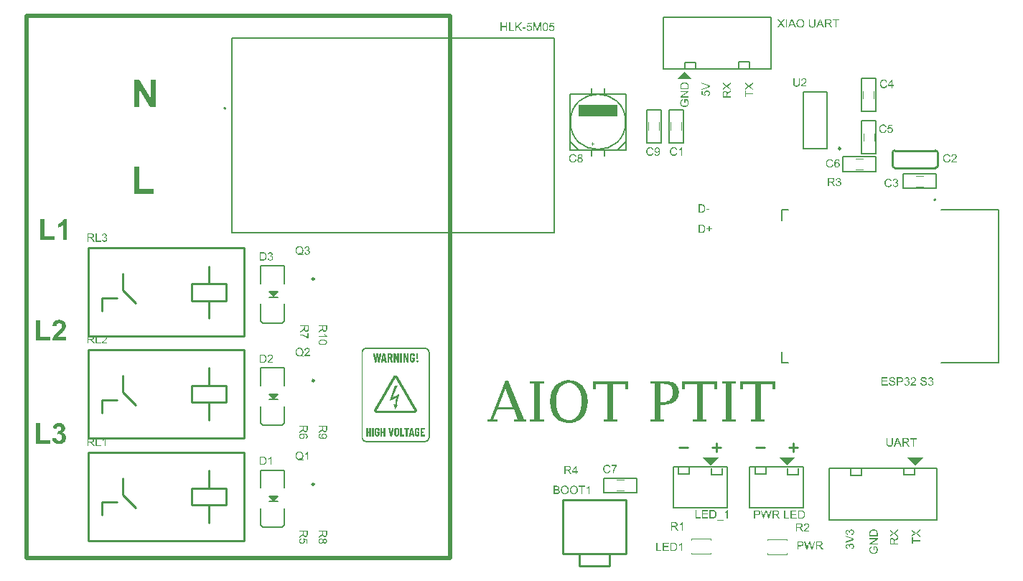
<source format=gto>
G04*
G04 #@! TF.GenerationSoftware,Altium Limited,Altium Designer,21.2.1 (34)*
G04*
G04 Layer_Color=65535*
%FSTAX24Y24*%
%MOIN*%
G70*
G04*
G04 #@! TF.SameCoordinates,05E74B49-6C64-4D2F-80AE-A4148A6602C0*
G04*
G04*
G04 #@! TF.FilePolarity,Positive*
G04*
G01*
G75*
%ADD10C,0.0079*%
%ADD11C,0.0050*%
%ADD12C,0.0100*%
%ADD13C,0.0098*%
%ADD14C,0.0070*%
%ADD15C,0.0200*%
%ADD16C,0.0040*%
%ADD17R,0.1821X0.0522*%
G36*
X050826Y031886D02*
X051176Y031537D01*
X050466D01*
X050826Y031897D01*
Y031886D01*
D02*
G37*
G36*
X03879Y019073D02*
X038826D01*
Y019065D01*
X038847D01*
Y019058D01*
X038862D01*
Y019051D01*
X038876D01*
Y019044D01*
X03889D01*
Y019037D01*
X038897D01*
Y01903D01*
X038905D01*
Y019023D01*
X038919D01*
Y019016D01*
X038926D01*
Y019001D01*
X038933D01*
Y018994D01*
X03894D01*
Y018987D01*
X038947D01*
Y018973D01*
X038954D01*
Y018958D01*
X038962D01*
Y018944D01*
X038969D01*
Y018923D01*
X038976D01*
Y018894D01*
X038983D01*
Y016118D01*
Y016111D01*
Y014884D01*
X038976D01*
Y014855D01*
X038969D01*
Y014834D01*
X038962D01*
Y01482D01*
X038954D01*
Y014805D01*
X038947D01*
Y014791D01*
X03894D01*
Y014784D01*
X038933D01*
Y014777D01*
X038926D01*
Y014763D01*
X038919D01*
Y014755D01*
X038905D01*
Y014748D01*
X038897D01*
Y014741D01*
X03889D01*
Y014734D01*
X038876D01*
Y014727D01*
X038862D01*
Y01472D01*
X038847D01*
Y014713D01*
X038826D01*
Y014705D01*
X03879D01*
Y014698D01*
X036D01*
Y014705D01*
X035972D01*
Y014713D01*
X03595D01*
Y01472D01*
X035936D01*
Y014727D01*
X035922D01*
Y014734D01*
X035907D01*
Y014741D01*
X0359D01*
Y014748D01*
X035893D01*
Y014755D01*
X035879D01*
Y014763D01*
X035872D01*
Y014777D01*
X035865D01*
Y014784D01*
X035858D01*
Y014791D01*
X03585D01*
Y014805D01*
X035843D01*
Y01482D01*
X035836D01*
Y014834D01*
X035829D01*
Y014855D01*
X035822D01*
Y014884D01*
X035815D01*
Y018894D01*
X035822D01*
Y018923D01*
X035829D01*
Y018944D01*
X035836D01*
Y018958D01*
X035843D01*
Y018973D01*
X03585D01*
Y018987D01*
X035858D01*
Y018994D01*
X035865D01*
Y019001D01*
X035872D01*
Y019016D01*
X035879D01*
Y019023D01*
X035893D01*
Y01903D01*
X0359D01*
Y019037D01*
X035907D01*
Y019044D01*
X035922D01*
Y019051D01*
X035936D01*
Y019058D01*
X03595D01*
Y019065D01*
X035972D01*
Y019073D01*
X036007D01*
Y01908D01*
X03879D01*
Y019073D01*
D02*
G37*
G36*
X061525Y013615D02*
Y013625D01*
X061175Y013975D01*
X061885D01*
X061525Y013615D01*
D02*
G37*
G36*
X055568D02*
Y013625D01*
X055218Y013975D01*
X055928D01*
X055568Y013615D01*
D02*
G37*
G36*
X052024Y013615D02*
Y013625D01*
X051674Y013975D01*
X052384D01*
X052024Y013615D01*
D02*
G37*
G36*
X025508Y026437D02*
X026152D01*
Y02622D01*
X025249D01*
Y027492D01*
X025508D01*
Y026437D01*
D02*
G37*
G36*
X022144Y024094D02*
X02196D01*
Y02479D01*
X021958Y024788D01*
X021955Y024786D01*
X02195Y024782D01*
X021942Y024775D01*
X021932Y024766D01*
X021921Y024758D01*
X021907Y024748D01*
X021892Y024737D01*
X021875Y024726D01*
X021857Y024715D01*
X021837Y024702D01*
X021817Y024691D01*
X021772Y024671D01*
X021722Y024651D01*
Y024818D01*
X021724D01*
X021725Y024819D01*
X021729Y02482D01*
X021735Y024822D01*
X021749Y024829D01*
X021768Y024837D01*
X021792Y024848D01*
X021818Y024863D01*
X021847Y024883D01*
X021878Y024905D01*
X021879Y024906D01*
X021882Y024908D01*
X021886Y024912D01*
X021892Y024918D01*
X021907Y024931D01*
X021923Y02495D01*
X021943Y024972D01*
X021962Y024999D01*
X02198Y025029D01*
X021994Y025061D01*
X022144D01*
Y024094D01*
D02*
G37*
G36*
X021093Y024257D02*
X021576D01*
Y024094D01*
X020899D01*
Y025048D01*
X021093D01*
Y024257D01*
D02*
G37*
G36*
X055039Y017168D02*
X054898D01*
Y017387D01*
X054353D01*
Y015763D01*
X054542D01*
Y015638D01*
X053898D01*
Y015763D01*
X054087D01*
Y017387D01*
X053542D01*
Y017168D01*
X053401D01*
Y017529D01*
X055039D01*
Y017168D01*
D02*
G37*
G36*
X052343D02*
X052201D01*
Y017387D01*
X051657D01*
Y015763D01*
X051846D01*
Y015638D01*
X051201D01*
Y015763D01*
X05139D01*
Y017387D01*
X050846D01*
Y017168D01*
X050704D01*
Y017529D01*
X052343D01*
Y017168D01*
D02*
G37*
G36*
X048197Y017168D02*
X048055D01*
Y017387D01*
X047511D01*
Y015763D01*
X0477D01*
Y015638D01*
X047055D01*
Y015763D01*
X047244D01*
Y017387D01*
X0467D01*
Y017168D01*
X046558D01*
Y017529D01*
X048197D01*
Y017168D01*
D02*
G37*
G36*
X053193Y017404D02*
X053004D01*
Y015763D01*
X053193D01*
Y015638D01*
X052548D01*
Y015763D01*
X052737D01*
Y017404D01*
X052548D01*
Y017529D01*
X053193D01*
Y017404D01*
D02*
G37*
G36*
X049988Y017526D02*
X050013D01*
X050043Y017523D01*
X050074Y017518D01*
X05011Y017512D01*
X050185Y017498D01*
X05026Y017476D01*
X050332Y017446D01*
X050366Y017426D01*
X050396Y017404D01*
X050399D01*
X050402Y017398D01*
X05041Y01739D01*
X050421Y017382D01*
X050432Y017368D01*
X050446Y017351D01*
X05046Y017332D01*
X050474Y01731D01*
X050488Y017285D01*
X050502Y017257D01*
X050516Y017226D01*
X050527Y017193D01*
X050538Y017157D01*
X050546Y017118D01*
X050549Y017073D01*
X050552Y017029D01*
Y017026D01*
Y017015D01*
Y017001D01*
X050549Y016979D01*
X050546Y016954D01*
X050541Y016926D01*
X050535Y016893D01*
X050527Y01686D01*
X050516Y016824D01*
X050502Y016787D01*
X050485Y016749D01*
X050466Y016712D01*
X050443Y016674D01*
X050416Y01664D01*
X050385Y016607D01*
X050349Y016576D01*
X050346Y016574D01*
X050341Y016571D01*
X050327Y016562D01*
X050313Y016554D01*
X050291Y016543D01*
X050266Y016529D01*
X050235Y016515D01*
X050199Y016501D01*
X050157Y016488D01*
X050113Y016474D01*
X050063Y016463D01*
X05001Y016449D01*
X049949Y01644D01*
X049885Y016432D01*
X049819Y016429D01*
X049744Y016426D01*
X049685D01*
Y015763D01*
X049874D01*
Y015638D01*
X04923D01*
Y015763D01*
X049419D01*
Y017404D01*
X04923D01*
Y017529D01*
X049968D01*
X049988Y017526D01*
D02*
G37*
G36*
X044284Y017404D02*
X044095D01*
Y015763D01*
X044284D01*
Y015638D01*
X04364D01*
Y015763D01*
X043829D01*
Y017404D01*
X04364D01*
Y017529D01*
X044284D01*
Y017404D01*
D02*
G37*
G36*
X043354Y015763D02*
X043465D01*
Y015638D01*
X042895D01*
Y015763D01*
X043068D01*
X042893Y016204D01*
X042115D01*
X04194Y015763D01*
X042132D01*
Y015638D01*
X041679D01*
Y015763D01*
X04179D01*
X042496Y017562D01*
X042646D01*
X043354Y015763D01*
D02*
G37*
G36*
X045484Y017573D02*
X045511D01*
X045545Y017568D01*
X045586Y017562D01*
X045628Y017554D01*
X045678Y017543D01*
X045728Y017529D01*
X045778Y017512D01*
X045831Y01749D01*
X045886Y017465D01*
X045939Y017434D01*
X045989Y017398D01*
X046039Y017357D01*
X046083Y01731D01*
X046086Y017307D01*
X046095Y017298D01*
X046106Y017282D01*
X04612Y01726D01*
X046139Y017235D01*
X046158Y017201D01*
X046181Y017162D01*
X046203Y017118D01*
X046222Y017071D01*
X046245Y017015D01*
X046264Y016954D01*
X046283Y01689D01*
X046297Y016821D01*
X046308Y016746D01*
X046317Y016665D01*
X046319Y016582D01*
Y016576D01*
Y016562D01*
X046317Y016538D01*
Y016507D01*
X046311Y016468D01*
X046308Y016421D01*
X0463Y016371D01*
X046289Y016318D01*
X046278Y01626D01*
X046261Y016201D01*
X046242Y01614D01*
X04622Y016079D01*
X046192Y016021D01*
X046161Y015963D01*
X046125Y015907D01*
X046083Y015854D01*
X046081Y015852D01*
X046072Y015843D01*
X046058Y015829D01*
X046042Y015813D01*
X046017Y015793D01*
X045989Y015771D01*
X045956Y015746D01*
X045917Y015724D01*
X045872Y015699D01*
X045825Y015674D01*
X045772Y015652D01*
X045717Y015632D01*
X045653Y015616D01*
X045589Y015602D01*
X04552Y015593D01*
X045445Y015591D01*
X045428D01*
X045406Y015593D01*
X045378Y015596D01*
X045342Y015599D01*
X045303Y015604D01*
X045259Y015613D01*
X045211Y015624D01*
X045161Y015638D01*
X045109Y015654D01*
X045056Y015677D01*
X045003Y015702D01*
X04495Y015732D01*
X044898Y015768D01*
X044848Y015807D01*
X044803Y015854D01*
X0448Y015857D01*
X044792Y015865D01*
X044781Y015882D01*
X044767Y015904D01*
X04475Y015929D01*
X044728Y015963D01*
X044709Y016002D01*
X044687Y016046D01*
X044664Y016096D01*
X044645Y016149D01*
X044626Y01621D01*
X044606Y016274D01*
X044592Y016343D01*
X044581Y016418D01*
X044573Y016499D01*
X04457Y016582D01*
Y016588D01*
Y016601D01*
X044573Y016626D01*
Y016657D01*
X044578Y016696D01*
X044581Y016743D01*
X044589Y016793D01*
X044601Y016846D01*
X044612Y016904D01*
X044628Y016962D01*
X044645Y017023D01*
X044667Y017085D01*
X044695Y017143D01*
X044725Y017201D01*
X044762Y017257D01*
X044803Y01731D01*
X044806Y017312D01*
X044814Y017321D01*
X044828Y017335D01*
X044845Y017351D01*
X04487Y017371D01*
X044898Y017393D01*
X044934Y017418D01*
X04497Y017443D01*
X045014Y017468D01*
X045062Y017493D01*
X045114Y017515D01*
X045173Y017534D01*
X045234Y017551D01*
X0453Y017565D01*
X04537Y017573D01*
X045445Y017576D01*
X045461D01*
X045484Y017573D01*
D02*
G37*
G36*
X026267Y030236D02*
X026008D01*
X025488Y03108D01*
Y030236D01*
X025249D01*
Y031517D01*
X025499D01*
X026028Y030655D01*
Y031517D01*
X026267D01*
Y030236D01*
D02*
G37*
G36*
X054002Y03133D02*
X053865Y031233D01*
X053865Y031233D01*
X053863Y031231D01*
X053861Y03123D01*
X053858Y031228D01*
X05385Y031223D01*
X053842Y031218D01*
X053843Y031217D01*
X053845Y031215D01*
X053848Y031213D01*
X053853Y03121D01*
X053862Y031204D01*
X053865Y031201D01*
X053869Y031199D01*
X054002Y031102D01*
Y031041D01*
X053803Y031189D01*
X053618Y031058D01*
Y031119D01*
X053717Y031189D01*
X053717D01*
X053718Y03119D01*
X053719Y031191D01*
X053722Y031193D01*
X053727Y031196D01*
X053734Y031201D01*
X053742Y031206D01*
X053749Y031211D01*
X053757Y031215D01*
X053763Y031219D01*
X053762Y03122D01*
X05376Y031221D01*
X053756Y031224D01*
X05375Y031228D01*
X053744Y031233D01*
X053736Y031238D01*
X053728Y031244D01*
X05372Y03125D01*
X053618Y031327D01*
Y031382D01*
X053801Y031249D01*
X054002Y031393D01*
Y03133D01*
D02*
G37*
G36*
X053663Y030901D02*
X054002D01*
Y03085D01*
X053663D01*
Y030724D01*
X053618D01*
Y031028D01*
X053663D01*
Y030901D01*
D02*
G37*
G36*
X051987Y031243D02*
Y03119D01*
X051603Y031041D01*
Y031097D01*
X051883Y031196D01*
X051883D01*
X051884Y031197D01*
X051886Y031198D01*
X051888Y031199D01*
X051891Y031199D01*
X051895Y0312D01*
X051903Y031203D01*
X051913Y031206D01*
X051923Y03121D01*
X051945Y031216D01*
X051945D01*
X051944Y031217D01*
X051942Y031218D01*
X05194Y031218D01*
X051934Y03122D01*
X051925Y031223D01*
X051916Y031225D01*
X051905Y031229D01*
X051894Y031232D01*
X051883Y031237D01*
X051603Y031341D01*
Y031393D01*
X051987Y031243D01*
D02*
G37*
G36*
X051866Y031017D02*
X051871Y031017D01*
X051876Y031016D01*
X051882Y031015D01*
X051888Y031014D01*
X051903Y03101D01*
X051918Y031005D01*
X051925Y031002D01*
X051932Y030997D01*
X05194Y030993D01*
X051947Y030987D01*
X051948Y030987D01*
X05195Y030986D01*
X051952Y030983D01*
X051955Y030981D01*
X051958Y030977D01*
X051962Y030972D01*
X051966Y030967D01*
X051971Y030961D01*
X051975Y030954D01*
X051979Y030946D01*
X051983Y030938D01*
X051987Y030929D01*
X05199Y030919D01*
X051992Y030909D01*
X051994Y030898D01*
X051994Y030886D01*
Y030881D01*
X051994Y030877D01*
X051993Y030873D01*
X051992Y030868D01*
X051992Y030862D01*
X05199Y030856D01*
X051987Y030842D01*
X051982Y030828D01*
X051979Y030821D01*
X051975Y030813D01*
X05197Y030807D01*
X051965Y0308D01*
X051965Y0308D01*
X051964Y030798D01*
X051962Y030797D01*
X05196Y030795D01*
X051957Y030792D01*
X051954Y03079D01*
X051949Y030786D01*
X051944Y030784D01*
X051939Y03078D01*
X051933Y030777D01*
X05192Y030771D01*
X051904Y030766D01*
X051896Y030764D01*
X051887Y030763D01*
X051883Y030812D01*
X051884D01*
X051885D01*
X051886Y030813D01*
X051889Y030813D01*
X051895Y030815D01*
X051904Y030817D01*
X051912Y030821D01*
X051921Y030825D01*
X05193Y030831D01*
X051937Y030837D01*
X051938Y030838D01*
X05194Y030841D01*
X051943Y030845D01*
X051946Y030851D01*
X05195Y030858D01*
X051952Y030866D01*
X051955Y030876D01*
X051955Y030886D01*
Y030889D01*
X051955Y030892D01*
X051954Y030898D01*
X051952Y030906D01*
X051949Y030916D01*
X051945Y030925D01*
X051938Y030935D01*
X051934Y030939D01*
X05193Y030944D01*
X051929Y030944D01*
X051929Y030945D01*
X051927Y030946D01*
X051925Y030948D01*
X051919Y030952D01*
X051911Y030956D01*
X051902Y03096D01*
X05189Y030964D01*
X051876Y030967D01*
X051869Y030968D01*
X051861D01*
X051861D01*
X05186D01*
X051858D01*
X051855Y030967D01*
X051851D01*
X051848Y030967D01*
X051839Y030965D01*
X051828Y030962D01*
X051818Y030958D01*
X051808Y030953D01*
X051798Y030945D01*
X051798D01*
X051797Y030944D01*
X051794Y030941D01*
X05179Y030936D01*
X051786Y030929D01*
X051782Y030921D01*
X051778Y030911D01*
X051775Y030899D01*
X051774Y030892D01*
Y030882D01*
X051775Y030877D01*
X051775Y030872D01*
X051777Y030865D01*
X051779Y030858D01*
X051782Y030851D01*
X051785Y030844D01*
X051785Y030843D01*
X051787Y030841D01*
X051789Y030838D01*
X051792Y030833D01*
X051796Y030829D01*
X051801Y030825D01*
X051806Y03082D01*
X051812Y030816D01*
X051806Y030771D01*
X051608Y030808D01*
Y030999D01*
X051653D01*
Y030846D01*
X051757Y030825D01*
X051757Y030826D01*
X051756Y030827D01*
X051755Y030828D01*
X051753Y030831D01*
X051752Y030835D01*
X051749Y030838D01*
X051745Y030847D01*
X05174Y030858D01*
X051737Y030871D01*
X051734Y030884D01*
X051733Y030891D01*
Y030903D01*
X051733Y030906D01*
X051734Y030911D01*
X051734Y030916D01*
X051735Y030921D01*
X051737Y030927D01*
X051741Y030941D01*
X051744Y030948D01*
X051748Y030955D01*
X051752Y030962D01*
X051756Y030969D01*
X051762Y030976D01*
X051768Y030983D01*
X051768Y030983D01*
X051769Y030984D01*
X051771Y030986D01*
X051774Y030988D01*
X051778Y030991D01*
X051782Y030994D01*
X051787Y030997D01*
X051792Y031D01*
X051798Y031003D01*
X051805Y031007D01*
X051813Y031009D01*
X05182Y031012D01*
X051829Y031014D01*
X051838Y031016D01*
X051848Y031017D01*
X051858Y031018D01*
X051858D01*
X05186D01*
X051863D01*
X051866Y031017D01*
D02*
G37*
G36*
X021806Y020374D02*
X021819Y020373D01*
X021832Y020371D01*
X021848Y020369D01*
X021864Y020366D01*
X0219Y020356D01*
X021937Y020342D01*
X021956Y020334D01*
X021973Y020324D01*
X021991Y020312D01*
X022006Y020298D01*
X022007Y020296D01*
X02201Y020295D01*
X022013Y020289D01*
X022018Y020284D01*
X022025Y020277D01*
X022032Y020267D01*
X022039Y020258D01*
X022048Y020245D01*
X022061Y020217D01*
X022075Y020185D01*
X022081Y020167D01*
X022084Y020148D01*
X022086Y020127D01*
X022088Y020106D01*
Y020103D01*
Y020095D01*
X022086Y020083D01*
X022085Y020067D01*
X022082Y020048D01*
X022078Y020027D01*
X022073Y020005D01*
X022064Y019983D01*
X022063Y01998D01*
X02206Y019973D01*
X022055Y01996D01*
X022046Y019945D01*
X022036Y019927D01*
X022024Y019906D01*
X022009Y019884D01*
X021991Y019861D01*
X021989Y019859D01*
X021984Y019852D01*
X021975Y019843D01*
X021963Y019829D01*
X021946Y019812D01*
X021925Y01979D01*
X0219Y019766D01*
X02187Y019737D01*
X021869Y019736D01*
X021866Y019734D01*
X021862Y01973D01*
X021856Y019725D01*
X021841Y019711D01*
X021823Y019694D01*
X021805Y019676D01*
X021787Y019658D01*
X02177Y019643D01*
X021764Y019636D01*
X021759Y01963D01*
X021757Y019629D01*
X021755Y019626D01*
X021751Y01962D01*
X021745Y019613D01*
X021732Y019598D01*
X021721Y01958D01*
X022088D01*
Y019409D01*
X021442D01*
Y019411D01*
Y019414D01*
X021444Y019419D01*
X021445Y019426D01*
X021447Y019434D01*
X021448Y019444D01*
X021453Y019469D01*
X021462Y019497D01*
X021473Y019527D01*
X021487Y019561D01*
X021505Y019593D01*
Y019594D01*
X021508Y019597D01*
X02151Y019602D01*
X021516Y019608D01*
X021521Y019618D01*
X02153Y019627D01*
X02154Y01964D01*
X021551Y019654D01*
X021563Y01967D01*
X021578Y019687D01*
X021595Y019706D01*
X021614Y019727D01*
X021635Y019748D01*
X021659Y019772D01*
X021684Y019797D01*
X021712Y019823D01*
X021713Y019824D01*
X021717Y019829D01*
X021723Y019834D01*
X021731Y019843D01*
X021742Y019851D01*
X021753Y019862D01*
X021778Y019887D01*
X021803Y019913D01*
X021828Y01994D01*
X021839Y019951D01*
X02185Y019963D01*
X021859Y019973D01*
X021864Y019981D01*
X021866Y019984D01*
X02187Y019991D01*
X021877Y020002D01*
X021884Y020017D01*
X021891Y020034D01*
X021898Y020053D01*
X021902Y020073D01*
X021903Y020094D01*
Y020095D01*
Y020097D01*
Y020103D01*
X021902Y020116D01*
X021899Y02013D01*
X021895Y020145D01*
X021889Y02016D01*
X021881Y020176D01*
X02187Y020189D01*
X021869Y020191D01*
X021864Y020195D01*
X021856Y020201D01*
X021846Y020206D01*
X021832Y020212D01*
X021817Y020217D01*
X021799Y020221D01*
X021778Y020223D01*
X021769D01*
X021757Y020221D01*
X021745Y020219D01*
X02173Y020214D01*
X021714Y020208D01*
X021699Y020199D01*
X021685Y020188D01*
X021684Y020187D01*
X02168Y020181D01*
X021674Y020173D01*
X021669Y02016D01*
X021662Y020145D01*
X021656Y020124D01*
X021651Y020101D01*
X021648Y020073D01*
X021465Y020091D01*
Y020092D01*
X021466Y020098D01*
Y020105D01*
X021469Y020116D01*
X02147Y020128D01*
X021474Y020142D01*
X021478Y020158D01*
X021483Y020176D01*
X021497Y02021D01*
X021513Y020246D01*
X021524Y020264D01*
X021537Y020281D01*
X021551Y020295D01*
X021566Y020309D01*
X021567Y02031D01*
X02157Y020312D01*
X021574Y020314D01*
X021581Y02032D01*
X02159Y020324D01*
X021601Y02033D01*
X021612Y020337D01*
X021626Y020342D01*
X021641Y020349D01*
X021658Y020355D01*
X021694Y020366D01*
X021737Y020373D01*
X021759Y020374D01*
X021782Y020375D01*
X021796D01*
X021806Y020374D01*
D02*
G37*
G36*
X020886Y019572D02*
X021369D01*
Y019409D01*
X020691D01*
Y020363D01*
X020886D01*
Y019572D01*
D02*
G37*
G36*
X051971Y02547D02*
X051825D01*
Y025517D01*
X051971D01*
Y02547D01*
D02*
G37*
G36*
X05162Y025738D02*
X051631Y025737D01*
X051642Y025736D01*
X051653Y025735D01*
X051663Y025733D01*
X051663D01*
X051665Y025732D01*
X051666D01*
X051668Y025731D01*
X051675Y02573D01*
X051682Y025727D01*
X051691Y025723D01*
X051701Y025718D01*
X05171Y025712D01*
X051719Y025705D01*
X05172Y025705D01*
X05172Y025704D01*
X051722Y025702D01*
X051724Y025701D01*
X051729Y025695D01*
X051736Y025687D01*
X051743Y025678D01*
X051751Y025667D01*
X051758Y025654D01*
X051764Y02564D01*
Y025639D01*
X051765Y025638D01*
X051766Y025636D01*
X051767Y025632D01*
X051768Y025628D01*
X051769Y025624D01*
X051771Y025619D01*
X051772Y025613D01*
X051774Y025607D01*
X051775Y0256D01*
X051778Y025584D01*
X051779Y025567D01*
X05178Y025548D01*
Y025547D01*
Y025546D01*
Y025544D01*
Y025541D01*
X051779Y025537D01*
Y025532D01*
X051779Y025522D01*
X051777Y02551D01*
X051776Y025497D01*
X051773Y025484D01*
X051769Y02547D01*
Y02547D01*
X051769Y025469D01*
X051768Y025467D01*
X051768Y025465D01*
X051766Y025459D01*
X051762Y025451D01*
X051759Y025442D01*
X051754Y025433D01*
X051749Y025424D01*
X051743Y025415D01*
X051743Y025414D01*
X051741Y025411D01*
X051737Y025407D01*
X051733Y025402D01*
X051728Y025397D01*
X051722Y025391D01*
X051716Y025385D01*
X051708Y02538D01*
X051707Y025379D01*
X051705Y025378D01*
X051701Y025375D01*
X051696Y025373D01*
X051689Y025369D01*
X051681Y025367D01*
X051672Y025363D01*
X051662Y02536D01*
X051661D01*
X05166Y02536D01*
X051658Y025359D01*
X051652Y025359D01*
X051645Y025358D01*
X051636Y025357D01*
X051625Y025355D01*
X051613Y025355D01*
X051601Y025354D01*
X051463D01*
Y025738D01*
X05161D01*
X05162Y025738D01*
D02*
G37*
G36*
X051986Y024621D02*
X052091D01*
Y024577D01*
X051986D01*
Y024472D01*
X051942D01*
Y024577D01*
X051838D01*
Y024621D01*
X051942D01*
Y024725D01*
X051986D01*
Y024621D01*
D02*
G37*
G36*
X05162Y024793D02*
X051631Y024792D01*
X051642Y024791D01*
X051653Y02479D01*
X051663Y024788D01*
X051663D01*
X051665Y024787D01*
X051666D01*
X051668Y024786D01*
X051675Y024785D01*
X051682Y024782D01*
X051691Y024778D01*
X051701Y024773D01*
X05171Y024767D01*
X051719Y02476D01*
X05172Y02476D01*
X05172Y024759D01*
X051722Y024757D01*
X051724Y024756D01*
X051729Y02475D01*
X051736Y024742D01*
X051743Y024733D01*
X051751Y024722D01*
X051758Y024709D01*
X051764Y024695D01*
Y024694D01*
X051765Y024693D01*
X051766Y024691D01*
X051767Y024688D01*
X051768Y024684D01*
X051769Y024679D01*
X051771Y024674D01*
X051772Y024668D01*
X051774Y024662D01*
X051775Y024655D01*
X051778Y024639D01*
X051779Y024622D01*
X05178Y024603D01*
Y024603D01*
Y024601D01*
Y024599D01*
Y024596D01*
X051779Y024592D01*
Y024588D01*
X051779Y024577D01*
X051777Y024565D01*
X051776Y024552D01*
X051773Y024539D01*
X051769Y024525D01*
Y024525D01*
X051769Y024524D01*
X051768Y024522D01*
X051768Y02452D01*
X051766Y024514D01*
X051762Y024506D01*
X051759Y024497D01*
X051754Y024488D01*
X051749Y024479D01*
X051743Y02447D01*
X051743Y024469D01*
X051741Y024466D01*
X051737Y024462D01*
X051733Y024457D01*
X051728Y024452D01*
X051722Y024446D01*
X051716Y02444D01*
X051708Y024435D01*
X051707Y024434D01*
X051705Y024433D01*
X051701Y024431D01*
X051696Y024428D01*
X051689Y024424D01*
X051681Y024422D01*
X051672Y024418D01*
X051662Y024416D01*
X051661D01*
X05166Y024415D01*
X051658Y024414D01*
X051652Y024414D01*
X051645Y024413D01*
X051636Y024412D01*
X051625Y024411D01*
X051613Y02441D01*
X051601Y024409D01*
X051463D01*
Y024794D01*
X05161D01*
X05162Y024793D01*
D02*
G37*
G36*
X021791Y015589D02*
X021803Y015588D01*
X021816Y015586D01*
X021831Y015583D01*
X021846Y015579D01*
X021881Y01557D01*
X021899Y015563D01*
X021918Y015553D01*
X021937Y015543D01*
X021953Y015532D01*
X021971Y015518D01*
X021986Y015503D01*
X021988Y015502D01*
X021989Y0155D01*
X021993Y015496D01*
X021998Y01549D01*
X022009Y015477D01*
X022021Y015457D01*
X022034Y015434D01*
X022043Y015406D01*
X022052Y015375D01*
X022053Y01536D01*
X022055Y015343D01*
Y015342D01*
Y015338D01*
X022053Y015331D01*
X022052Y015323D01*
X02205Y015311D01*
X022048Y015299D01*
X022043Y015285D01*
X022038Y01527D01*
X02203Y015254D01*
X022021Y015238D01*
X02201Y015221D01*
X021996Y015205D01*
X02198Y015188D01*
X021962Y015171D01*
X021941Y015156D01*
X021916Y015141D01*
X021917D01*
X02192Y015139D01*
X021924D01*
X02193Y015137D01*
X021945Y015132D01*
X021963Y015124D01*
X021984Y015113D01*
X022006Y015099D01*
X022028Y015081D01*
X022048Y01506D01*
X02205Y015057D01*
X022056Y015049D01*
X022063Y015037D01*
X022073Y015019D01*
X022082Y014998D01*
X022089Y014971D01*
X022095Y014944D01*
X022098Y014912D01*
Y01491D01*
Y014906D01*
Y014899D01*
X022096Y014891D01*
X022095Y01488D01*
X022092Y014867D01*
X022089Y014852D01*
X022086Y014837D01*
X022075Y014803D01*
X022067Y014785D01*
X022059Y014766D01*
X022048Y014748D01*
X022035Y01473D01*
X022021Y014712D01*
X022005Y014695D01*
X022003Y014694D01*
X022Y014691D01*
X021995Y014687D01*
X021988Y014681D01*
X021978Y014674D01*
X021968Y014667D01*
X021955Y014659D01*
X021941Y014651D01*
X021925Y014642D01*
X021907Y014634D01*
X021888Y014627D01*
X021869Y01462D01*
X021846Y014615D01*
X021824Y01461D01*
X021799Y014608D01*
X021774Y014606D01*
X021762D01*
X021752Y014608D01*
X021741Y014609D01*
X021728Y01461D01*
X021714Y014613D01*
X021698Y014616D01*
X021664Y014624D01*
X021628Y014638D01*
X021609Y014647D01*
X021592Y014656D01*
X021574Y014669D01*
X021558Y014681D01*
X021556Y014683D01*
X021553Y014685D01*
X021549Y01469D01*
X021544Y014695D01*
X021537Y014702D01*
X02153Y014712D01*
X021521Y014721D01*
X021513Y014734D01*
X021505Y014748D01*
X021495Y014762D01*
X02148Y014795D01*
X021467Y014834D01*
X021462Y014855D01*
X021459Y014877D01*
X021637Y014899D01*
Y014898D01*
Y014896D01*
X021638Y014888D01*
X021641Y014876D01*
X021645Y01486D01*
X021652Y014844D01*
X021659Y014826D01*
X02167Y014809D01*
X021683Y014794D01*
X021684Y014792D01*
X021689Y014788D01*
X021698Y014783D01*
X021707Y014777D01*
X021721Y01477D01*
X021737Y014765D01*
X021753Y01476D01*
X021773Y014759D01*
X021776D01*
X021782Y01476D01*
X021792Y014762D01*
X021806Y014765D01*
X021821Y01477D01*
X021837Y014777D01*
X021853Y014788D01*
X021869Y014802D01*
X02187Y014803D01*
X021875Y01481D01*
X021881Y01482D01*
X021889Y014833D01*
X021896Y014849D01*
X021903Y01487D01*
X021907Y014894D01*
X021909Y01492D01*
Y014921D01*
Y014923D01*
Y014931D01*
X021907Y014944D01*
X021905Y01496D01*
X021899Y014978D01*
X021892Y014996D01*
X021882Y015014D01*
X02187Y015031D01*
X021869Y015032D01*
X021863Y015038D01*
X021855Y015045D01*
X021845Y015052D01*
X021831Y01506D01*
X021816Y015066D01*
X021799Y015071D01*
X02178Y015073D01*
X021766D01*
X021756Y015071D01*
X021744Y01507D01*
X021728Y015067D01*
X021713Y015063D01*
X021695Y015059D01*
X021714Y015207D01*
X021727D01*
X021741Y015209D01*
X021757Y01521D01*
X021776Y015214D01*
X021795Y01522D01*
X021813Y015228D01*
X02183Y015239D01*
X021831Y015241D01*
X021837Y015246D01*
X021842Y015253D01*
X02185Y015264D01*
X021857Y015277D01*
X021864Y015292D01*
X021869Y01531D01*
X02187Y015331D01*
Y015334D01*
Y015339D01*
X021869Y015347D01*
X021866Y015359D01*
X021863Y015371D01*
X021857Y015384D01*
X02185Y015397D01*
X021841Y015409D01*
X021839Y01541D01*
X021835Y015413D01*
X02183Y015418D01*
X02182Y015424D01*
X021809Y015428D01*
X021796Y015434D01*
X02178Y015436D01*
X021763Y015438D01*
X021755D01*
X021746Y015436D01*
X021735Y015434D01*
X021723Y015429D01*
X021709Y015424D01*
X021695Y015416D01*
X021683Y015404D01*
X021681Y015403D01*
X021677Y015399D01*
X021671Y015391D01*
X021664Y015379D01*
X021658Y015367D01*
X021652Y01535D01*
X021646Y015331D01*
X021642Y015309D01*
X021473Y015336D01*
Y015338D01*
X021474Y015341D01*
Y015345D01*
X021476Y015352D01*
X02148Y015367D01*
X021485Y015388D01*
X021494Y01541D01*
X021502Y015434D01*
X021513Y015456D01*
X021526Y015477D01*
X021527Y015479D01*
X021533Y015485D01*
X021541Y015495D01*
X021552Y015507D01*
X021566Y01552D01*
X021583Y015533D01*
X021603Y015547D01*
X021626Y01556D01*
X021627D01*
X021628Y015561D01*
X021637Y015564D01*
X021651Y01557D01*
X021667Y015575D01*
X021688Y015581D01*
X021713Y015586D01*
X021739Y015589D01*
X021769Y01559D01*
X021781D01*
X021791Y015589D01*
D02*
G37*
G36*
X020886Y014787D02*
X021369D01*
Y014624D01*
X020691D01*
Y015578D01*
X020886D01*
Y014787D01*
D02*
G37*
G36*
X052978Y03133D02*
X052842Y031233D01*
X052841Y031233D01*
X05284Y031231D01*
X052837Y03123D01*
X052835Y031228D01*
X052827Y031223D01*
X052819Y031218D01*
X052819Y031217D01*
X052821Y031215D01*
X052825Y031213D01*
X052829Y03121D01*
X052838Y031204D01*
X052842Y031201D01*
X052845Y031199D01*
X052978Y031102D01*
Y031041D01*
X05278Y031189D01*
X052594Y031058D01*
Y031119D01*
X052693Y031189D01*
X052694D01*
X052694Y03119D01*
X052696Y031191D01*
X052698Y031193D01*
X052704Y031196D01*
X05271Y031201D01*
X052718Y031206D01*
X052726Y031211D01*
X052733Y031215D01*
X05274Y031219D01*
X052739Y03122D01*
X052736Y031221D01*
X052732Y031224D01*
X052726Y031228D01*
X05272Y031233D01*
X052712Y031238D01*
X052705Y031244D01*
X052696Y03125D01*
X052594Y031327D01*
Y031382D01*
X052777Y031249D01*
X052978Y031393D01*
Y03133D01*
D02*
G37*
G36*
Y030968D02*
X052898Y030917D01*
X052898D01*
X052897Y030916D01*
X052895Y030915D01*
X052893Y030913D01*
X052887Y030909D01*
X052879Y030904D01*
X052871Y030898D01*
X052862Y030892D01*
X052853Y030886D01*
X052846Y030881D01*
X052845Y03088D01*
X052843Y030878D01*
X05284Y030876D01*
X052836Y030872D01*
X052827Y030863D01*
X052824Y030859D01*
X05282Y030855D01*
X05282Y030854D01*
X052819Y030853D01*
X052818Y030851D01*
X052816Y030847D01*
X052815Y030844D01*
X052813Y03084D01*
X05281Y030831D01*
Y030831D01*
X05281Y03083D01*
Y030827D01*
X052809Y030825D01*
X052809Y030821D01*
Y030816D01*
X052808Y03081D01*
Y030745D01*
X052978D01*
Y030694D01*
X052594D01*
Y030872D01*
X052595Y030876D01*
Y030881D01*
X052595Y030893D01*
X052597Y030905D01*
X052599Y030918D01*
X052601Y030931D01*
X052603Y030937D01*
X052605Y030942D01*
Y030942D01*
X052605Y030943D01*
X052607Y030946D01*
X052609Y030951D01*
X052613Y030957D01*
X052618Y030964D01*
X052625Y030971D01*
X052633Y030978D01*
X052641Y030984D01*
X052642D01*
X052643Y030985D01*
X052646Y030987D01*
X052651Y030989D01*
X052659Y030993D01*
X052667Y030996D01*
X052677Y030998D01*
X052688Y031D01*
X052699Y031001D01*
X0527D01*
X052701D01*
X052703D01*
X052706Y031D01*
X05271D01*
X052714Y030999D01*
X052723Y030997D01*
X052734Y030994D01*
X052746Y030989D01*
X052757Y030983D01*
X052763Y030978D01*
X052769Y030974D01*
X052769Y030973D01*
X05277Y030973D01*
X052771Y030971D01*
X052773Y030969D01*
X052775Y030966D01*
X052777Y030963D01*
X05278Y030958D01*
X052784Y030954D01*
X052786Y030948D01*
X052789Y030942D01*
X052792Y030936D01*
X052795Y030928D01*
X052797Y03092D01*
X0528Y030912D01*
X052802Y030902D01*
X052804Y030892D01*
X052804Y030893D01*
X052805Y030896D01*
X052807Y030899D01*
X05281Y030903D01*
X052816Y030913D01*
X05282Y030918D01*
X052823Y030923D01*
X052824Y030924D01*
X052827Y030927D01*
X052831Y030931D01*
X052837Y030937D01*
X052845Y030943D01*
X052853Y03095D01*
X052863Y030957D01*
X052874Y030965D01*
X052978Y031031D01*
Y030968D01*
D02*
G37*
G36*
X0596Y010644D02*
X059605D01*
X059615Y010644D01*
X059627Y010642D01*
X05964Y01064D01*
X059653Y010638D01*
X059667Y010634D01*
X059667D01*
X059668Y010634D01*
X05967Y010633D01*
X059672Y010633D01*
X059678Y01063D01*
X059686Y010627D01*
X059695Y010624D01*
X059704Y010619D01*
X059713Y010614D01*
X059722Y010608D01*
X059723Y010608D01*
X059726Y010605D01*
X05973Y010602D01*
X059735Y010598D01*
X059741Y010593D01*
X059746Y010587D01*
X059752Y01058D01*
X059757Y010573D01*
X059758Y010572D01*
X059759Y01057D01*
X059762Y010566D01*
X059764Y01056D01*
X059768Y010554D01*
X05977Y010546D01*
X059774Y010537D01*
X059777Y010527D01*
Y010526D01*
X059777Y010524D01*
X059778Y010523D01*
X059778Y010517D01*
X059779Y010509D01*
X05978Y010501D01*
X059782Y01049D01*
X059782Y010478D01*
X059783Y010466D01*
Y010327D01*
X059399D01*
Y010475D01*
X059399Y010485D01*
X0594Y010496D01*
X059401Y010507D01*
X059403Y010518D01*
X059404Y010528D01*
Y010528D01*
X059405Y010529D01*
Y010531D01*
X059406Y010533D01*
X059408Y010539D01*
X05941Y010547D01*
X059414Y010556D01*
X059419Y010566D01*
X059425Y010575D01*
X059432Y010584D01*
X059433Y010584D01*
X059433Y010585D01*
X059435Y010587D01*
X059436Y010589D01*
X059442Y010594D01*
X05945Y010601D01*
X059459Y010608D01*
X05947Y010616D01*
X059483Y010623D01*
X059497Y010629D01*
X059498D01*
X059499Y01063D01*
X059501Y010631D01*
X059505Y010632D01*
X059509Y010633D01*
X059513Y010634D01*
X059518Y010635D01*
X059524Y010637D01*
X05953Y010639D01*
X059537Y01064D01*
X059553Y010643D01*
X05957Y010644D01*
X059589Y010645D01*
X05959D01*
X059591D01*
X059593D01*
X059596D01*
X0596Y010644D01*
D02*
G37*
G36*
X059783Y010189D02*
X059481Y009988D01*
X059783D01*
Y009939D01*
X059399D01*
Y009992D01*
X059701Y010193D01*
X059399D01*
Y010242D01*
X059783D01*
Y010189D01*
D02*
G37*
G36*
X05973Y009865D02*
X059731Y009863D01*
X059732Y009861D01*
X059734Y009858D01*
X059737Y009855D01*
X059739Y009851D01*
X059743Y009846D01*
X059746Y009841D01*
X059753Y00983D01*
X059761Y009816D01*
X059768Y009802D01*
X059774Y009787D01*
Y009787D01*
X059775Y009786D01*
X059776Y009783D01*
X059777Y009781D01*
X059778Y009777D01*
X059779Y009772D01*
X05978Y009767D01*
X059782Y009762D01*
X059784Y00975D01*
X059787Y009736D01*
X059789Y009721D01*
X059789Y009706D01*
Y0097D01*
X059789Y009696D01*
Y009691D01*
X059788Y009685D01*
X059787Y009679D01*
X059787Y009671D01*
X059783Y009655D01*
X059779Y009638D01*
X059773Y00962D01*
X05977Y009611D01*
X059766Y009603D01*
X059765Y009602D01*
X059764Y0096D01*
X059763Y009598D01*
X059761Y009595D01*
X059758Y009591D01*
X059756Y009587D01*
X059748Y009576D01*
X059738Y009565D01*
X059726Y009554D01*
X059712Y009543D01*
X059696Y009533D01*
X059695D01*
X059693Y009532D01*
X059691Y00953D01*
X059687Y009529D01*
X059683Y009527D01*
X059678Y009525D01*
X059672Y009523D01*
X059666Y009521D01*
X059658Y009519D01*
X05965Y009517D01*
X059642Y009515D01*
X059633Y009513D01*
X059613Y00951D01*
X059593Y009509D01*
X059592D01*
X05959D01*
X059587D01*
X059583Y00951D01*
X059578D01*
X059572Y00951D01*
X059566Y009512D01*
X059559Y009512D01*
X059551Y009514D01*
X059543Y009515D01*
X059525Y009519D01*
X059507Y009525D01*
X059489Y009533D01*
X059488Y009533D01*
X059486Y009534D01*
X059484Y009535D01*
X059481Y009537D01*
X059476Y009539D01*
X059472Y009542D01*
X059461Y00955D01*
X059449Y009559D01*
X059437Y009571D01*
X059426Y009584D01*
X059421Y009592D01*
X059416Y0096D01*
X059415Y0096D01*
X059415Y009602D01*
X059414Y009604D01*
X059412Y009608D01*
X05941Y009612D01*
X059408Y009617D01*
X059406Y009623D01*
X059404Y009629D01*
X059401Y009636D01*
X0594Y009644D01*
X059398Y009653D01*
X059396Y009661D01*
X059393Y009681D01*
X059392Y009691D01*
Y009709D01*
X059393Y009712D01*
Y009716D01*
X059394Y009727D01*
X059395Y009739D01*
X059398Y009751D01*
X059401Y009764D01*
X059406Y009777D01*
Y009777D01*
X059406Y009779D01*
X059407Y00978D01*
X059408Y009782D01*
X059411Y009789D01*
X059415Y009796D01*
X059421Y009805D01*
X059428Y009813D01*
X059435Y009822D01*
X059444Y00983D01*
X059445Y009831D01*
X059448Y009833D01*
X059453Y009836D01*
X05946Y009841D01*
X059469Y009845D01*
X05948Y00985D01*
X059492Y009855D01*
X059506Y009859D01*
X059519Y009813D01*
X059518D01*
X059517Y009812D01*
X059516Y009812D01*
X059514Y009811D01*
X059509Y00981D01*
X059502Y009807D01*
X059494Y009804D01*
X059487Y0098D01*
X059479Y009796D01*
X059472Y009791D01*
X059472Y009791D01*
X05947Y009789D01*
X059467Y009786D01*
X059463Y009782D01*
X059459Y009777D01*
X059454Y00977D01*
X05945Y009763D01*
X059446Y009755D01*
X059445Y009754D01*
X059444Y009751D01*
X059443Y009746D01*
X05944Y009739D01*
X059439Y009731D01*
X059437Y009722D01*
X059436Y009712D01*
X059435Y009702D01*
Y009696D01*
X059436Y009693D01*
Y00969D01*
X059436Y009681D01*
X059438Y009672D01*
X05944Y009661D01*
X059443Y009651D01*
X059446Y009641D01*
X059447Y00964D01*
X059448Y009637D01*
X059451Y009633D01*
X059454Y009627D01*
X059458Y00962D01*
X059462Y009613D01*
X059468Y009606D01*
X059474Y0096D01*
X059475Y0096D01*
X059477Y009598D01*
X059481Y009595D01*
X059485Y009591D01*
X059491Y009588D01*
X059497Y009584D01*
X059505Y00958D01*
X059512Y009576D01*
X059513D01*
X059514Y009575D01*
X059516Y009575D01*
X059519Y009574D01*
X059522Y009573D01*
X059526Y009571D01*
X05953Y00957D01*
X059535Y009569D01*
X059547Y009566D01*
X05956Y009564D01*
X059574Y009562D01*
X05959Y009561D01*
X05959D01*
X059592D01*
X059595D01*
X059598Y009562D01*
X059602D01*
X059608Y009563D01*
X059613Y009563D01*
X05962Y009564D01*
X059633Y009566D01*
X059648Y009569D01*
X059662Y009573D01*
X059676Y009579D01*
X059677D01*
X059678Y00958D01*
X059679Y00958D01*
X059682Y009582D01*
X059688Y009586D01*
X059696Y009592D01*
X059704Y009599D01*
X059712Y009608D01*
X05972Y009619D01*
X059727Y00963D01*
Y009631D01*
X059728Y009632D01*
X059729Y009634D01*
X05973Y009636D01*
X059731Y009639D01*
X059732Y009643D01*
X059736Y009652D01*
X059738Y009663D01*
X059741Y009675D01*
X059743Y009689D01*
X059744Y009702D01*
Y009708D01*
X059743Y009711D01*
Y009715D01*
X059742Y009723D01*
X059741Y009733D01*
X059739Y009744D01*
X059736Y009755D01*
X059732Y009767D01*
Y009767D01*
X059731Y009769D01*
X059731Y00977D01*
X059729Y009772D01*
X059727Y009778D01*
X059723Y009785D01*
X059719Y009792D01*
X059715Y009801D01*
X05971Y009808D01*
X059704Y009815D01*
X059632D01*
Y009702D01*
X059587D01*
Y009865D01*
X059729D01*
X05973Y009865D01*
D02*
G37*
G36*
X060734Y010582D02*
X060598Y010485D01*
X060597Y010484D01*
X060595Y010483D01*
X060593Y010482D01*
X060591Y01048D01*
X060583Y010475D01*
X060574Y010469D01*
X060575Y010469D01*
X060577Y010467D01*
X060581Y010465D01*
X060585Y010462D01*
X060594Y010456D01*
X060598Y010453D01*
X060601Y010451D01*
X060734Y010354D01*
Y010293D01*
X060536Y010441D01*
X06035Y01031D01*
Y010371D01*
X060449Y010441D01*
X06045D01*
X06045Y010442D01*
X060452Y010443D01*
X060454Y010445D01*
X06046Y010448D01*
X060466Y010453D01*
X060474Y010458D01*
X060482Y010463D01*
X060489Y010467D01*
X060496Y010471D01*
X060494Y010472D01*
X060492Y010473D01*
X060488Y010476D01*
X060482Y01048D01*
X060476Y010484D01*
X060468Y01049D01*
X060461Y010496D01*
X060452Y010502D01*
X06035Y010579D01*
Y010634D01*
X060533Y010501D01*
X060734Y010645D01*
Y010582D01*
D02*
G37*
G36*
Y01022D02*
X060654Y010169D01*
X060654D01*
X060653Y010168D01*
X060651Y010167D01*
X060649Y010165D01*
X060643Y010161D01*
X060635Y010156D01*
X060627Y01015D01*
X060618Y010144D01*
X060609Y010138D01*
X060602Y010133D01*
X060601Y010132D01*
X060599Y01013D01*
X060595Y010128D01*
X060592Y010124D01*
X060583Y010115D01*
X060579Y010111D01*
X060576Y010107D01*
X060576Y010106D01*
X060575Y010105D01*
X060574Y010103D01*
X060572Y010099D01*
X060571Y010096D01*
X060569Y010092D01*
X060566Y010083D01*
Y010083D01*
X060566Y010082D01*
Y010079D01*
X060565Y010077D01*
X060564Y010073D01*
Y010068D01*
X060564Y010062D01*
Y009997D01*
X060734D01*
Y009946D01*
X06035D01*
Y010124D01*
X060351Y010128D01*
Y010133D01*
X060351Y010145D01*
X060353Y010157D01*
X060355Y01017D01*
X060357Y010183D01*
X060359Y010189D01*
X060361Y010194D01*
Y010194D01*
X060361Y010195D01*
X060363Y010198D01*
X060365Y010203D01*
X060369Y010209D01*
X060374Y010216D01*
X060381Y010223D01*
X060388Y01023D01*
X060397Y010236D01*
X060398D01*
X060398Y010237D01*
X060402Y010239D01*
X060407Y010241D01*
X060415Y010245D01*
X060423Y010247D01*
X060433Y01025D01*
X060443Y010252D01*
X060455Y010252D01*
X060456D01*
X060457D01*
X060459D01*
X060462Y010252D01*
X060466D01*
X06047Y010251D01*
X060479Y010249D01*
X06049Y010246D01*
X060502Y010241D01*
X060513Y010235D01*
X060519Y01023D01*
X060524Y010226D01*
X060525Y010225D01*
X060526Y010225D01*
X060527Y010223D01*
X060529Y010221D01*
X060531Y010218D01*
X060533Y010215D01*
X060536Y01021D01*
X060539Y010206D01*
X060542Y0102D01*
X060545Y010194D01*
X060548Y010188D01*
X060551Y01018D01*
X060553Y010172D01*
X060556Y010164D01*
X060558Y010154D01*
X060559Y010144D01*
X06056Y010145D01*
X060561Y010148D01*
X060563Y010151D01*
X060566Y010155D01*
X060572Y010165D01*
X060576Y01017D01*
X060579Y010175D01*
X06058Y010176D01*
X060583Y010179D01*
X060587Y010183D01*
X060593Y010189D01*
X060601Y010195D01*
X060609Y010202D01*
X060619Y010209D01*
X06063Y010217D01*
X060734Y010283D01*
Y01022D01*
D02*
G37*
G36*
X061758Y010582D02*
X061621Y010485D01*
X061621Y010484D01*
X061619Y010483D01*
X061617Y010482D01*
X061614Y01048D01*
X061606Y010475D01*
X061598Y010469D01*
X061599Y010469D01*
X061601Y010467D01*
X061604Y010465D01*
X061609Y010462D01*
X061617Y010456D01*
X061621Y010453D01*
X061625Y010451D01*
X061758Y010354D01*
Y010293D01*
X061559Y010441D01*
X061374Y01031D01*
Y010371D01*
X061473Y010441D01*
X061473D01*
X061474Y010442D01*
X061475Y010443D01*
X061478Y010445D01*
X061483Y010448D01*
X06149Y010453D01*
X061498Y010458D01*
X061505Y010463D01*
X061513Y010467D01*
X061519Y010471D01*
X061518Y010472D01*
X061516Y010473D01*
X061511Y010476D01*
X061506Y01048D01*
X0615Y010484D01*
X061492Y01049D01*
X061484Y010496D01*
X061476Y010502D01*
X061374Y010579D01*
Y010634D01*
X061556Y010501D01*
X061758Y010645D01*
Y010582D01*
D02*
G37*
G36*
X061419Y010153D02*
X061758D01*
Y010102D01*
X061419D01*
Y009976D01*
X061374D01*
Y01028D01*
X061419D01*
Y010153D01*
D02*
G37*
G36*
X058575Y010644D02*
X05858Y010644D01*
X058585Y010643D01*
X05859Y010642D01*
X058597Y01064D01*
X05861Y010636D01*
X058617Y010633D01*
X058624Y010629D01*
X058631Y010625D01*
X058638Y01062D01*
X058645Y010614D01*
X058652Y010608D01*
X058653Y010607D01*
X058654Y010606D01*
X058655Y010604D01*
X058658Y010601D01*
X05866Y010598D01*
X058663Y010593D01*
X058666Y010588D01*
X058669Y010582D01*
X058673Y010576D01*
X058676Y010569D01*
X058679Y010562D01*
X058681Y010553D01*
X058684Y010544D01*
X058685Y010535D01*
X058686Y010526D01*
X058687Y010515D01*
Y01051D01*
X058686Y010507D01*
X058686Y010502D01*
X058685Y010497D01*
X058684Y010492D01*
X058683Y010486D01*
X05868Y010472D01*
X058674Y010458D01*
X058671Y010451D01*
X058667Y010445D01*
X058662Y010438D01*
X058657Y010431D01*
X058656Y010431D01*
X058655Y01043D01*
X058654Y010428D01*
X058651Y010426D01*
X058649Y010423D01*
X058645Y010421D01*
X058641Y010417D01*
X058636Y010414D01*
X05863Y010411D01*
X058625Y010407D01*
X058612Y010401D01*
X058596Y010396D01*
X058588Y010395D01*
X058579Y010393D01*
X058573Y010441D01*
X058573D01*
X058574Y010441D01*
X058577Y010442D01*
X058579Y010442D01*
X058583Y010443D01*
X058587Y010444D01*
X058595Y010447D01*
X058605Y010451D01*
X058614Y010456D01*
X058623Y010461D01*
X058631Y010468D01*
X058632Y010469D01*
X058634Y010471D01*
X058636Y010476D01*
X058639Y010481D01*
X058643Y010488D01*
X058645Y010496D01*
X058648Y010506D01*
X058648Y010516D01*
Y010519D01*
X058648Y010521D01*
X058647Y010527D01*
X058645Y010535D01*
X058643Y010544D01*
X058639Y010553D01*
X058633Y010563D01*
X058625Y010572D01*
X058624Y010573D01*
X058621Y010575D01*
X058616Y010579D01*
X058609Y010583D01*
X058601Y010588D01*
X058592Y010591D01*
X05858Y010594D01*
X058568Y010595D01*
X058568D01*
X058567D01*
X058565D01*
X058563Y010594D01*
X058557Y010594D01*
X058549Y010592D01*
X05854Y01059D01*
X058532Y010586D01*
X058523Y01058D01*
X058514Y010573D01*
X058513Y010572D01*
X058511Y010569D01*
X058508Y010565D01*
X058504Y010559D01*
X0585Y010551D01*
X058497Y010542D01*
X058494Y010531D01*
X058493Y010519D01*
Y010514D01*
X058494Y010511D01*
X058494Y010506D01*
X058496Y0105D01*
X058497Y010493D01*
X058498Y010486D01*
X058457Y010492D01*
Y010494D01*
X058457Y010497D01*
Y010504D01*
X058456Y01051D01*
X058455Y010517D01*
X058453Y010526D01*
X058451Y010535D01*
X058447Y010544D01*
X058442Y010553D01*
Y010554D01*
X058441Y010554D01*
X058439Y010557D01*
X058435Y010561D01*
X05843Y010565D01*
X058423Y01057D01*
X058415Y010574D01*
X058405Y010577D01*
X0584Y010578D01*
X058393D01*
X058393D01*
X058392D01*
X058389D01*
X058385Y010577D01*
X058378Y010575D01*
X058372Y010573D01*
X058365Y01057D01*
X058357Y010566D01*
X058351Y01056D01*
X05835Y010559D01*
X058348Y010557D01*
X058345Y010553D01*
X058342Y010548D01*
X058339Y010541D01*
X058336Y010533D01*
X058334Y010524D01*
X058333Y010514D01*
Y01051D01*
X058335Y010505D01*
X058336Y010498D01*
X058338Y010491D01*
X058341Y010484D01*
X058345Y010476D01*
X058351Y010469D01*
X058351Y010468D01*
X058354Y010466D01*
X058358Y010463D01*
X058363Y010459D01*
X058371Y010455D01*
X05838Y010451D01*
X05839Y010448D01*
X058402Y010446D01*
X058394Y010398D01*
X058393D01*
X058392Y010399D01*
X05839Y0104D01*
X058386Y0104D01*
X058382Y010401D01*
X058378Y010403D01*
X058367Y010406D01*
X058355Y010412D01*
X058343Y010418D01*
X058331Y010427D01*
X058321Y010437D01*
X05832Y010438D01*
X05832Y010439D01*
X058318Y010441D01*
X058317Y010443D01*
X058315Y010446D01*
X058312Y01045D01*
X05831Y010453D01*
X058307Y010458D01*
X058303Y010469D01*
X058299Y010482D01*
X058296Y010497D01*
X058295Y010505D01*
Y010519D01*
X058295Y010525D01*
X058296Y010532D01*
X058298Y010541D01*
X058301Y010551D01*
X058304Y010561D01*
X058309Y010571D01*
Y010572D01*
X058309Y010572D01*
X058311Y010575D01*
X058314Y01058D01*
X058318Y010586D01*
X058323Y010593D01*
X05833Y010599D01*
X058337Y010606D01*
X058345Y010612D01*
X058346Y010612D01*
X058349Y010614D01*
X058354Y010616D01*
X05836Y010619D01*
X058367Y010622D01*
X058376Y010624D01*
X058385Y010625D01*
X058395Y010626D01*
X058396D01*
X058399D01*
X058403Y010625D01*
X05841Y010624D01*
X058417Y010623D01*
X058424Y01062D01*
X058432Y010617D01*
X05844Y010612D01*
X058441Y010612D01*
X058443Y01061D01*
X058447Y010607D01*
X058452Y010602D01*
X058457Y010597D01*
X058462Y01059D01*
X058467Y010582D01*
X058472Y010573D01*
Y010573D01*
X058473Y010574D01*
X058473Y010576D01*
X058474Y010578D01*
X058476Y010584D01*
X058479Y010592D01*
X058484Y010601D01*
X058489Y01061D01*
X058497Y010618D01*
X058505Y010626D01*
X058506Y010627D01*
X058509Y010629D01*
X058515Y010632D01*
X058522Y010635D01*
X058531Y010639D01*
X058542Y010642D01*
X058554Y010644D01*
X058567Y010645D01*
X058568D01*
X058569D01*
X058572D01*
X058575Y010644D01*
D02*
G37*
G36*
X05868Y010216D02*
Y010163D01*
X058296Y010014D01*
Y01007D01*
X058575Y01017D01*
X058576D01*
X058577Y01017D01*
X058579Y010171D01*
X058581Y010172D01*
X058584Y010173D01*
X058588Y010174D01*
X058596Y010176D01*
X058605Y01018D01*
X058616Y010183D01*
X058638Y01019D01*
X058638D01*
X058636Y01019D01*
X058635Y010191D01*
X058633Y010191D01*
X058627Y010193D01*
X058618Y010196D01*
X058609Y010199D01*
X058598Y010202D01*
X058587Y010206D01*
X058575Y01021D01*
X058296Y010315D01*
Y010366D01*
X05868Y010216D01*
D02*
G37*
G36*
X058575Y009988D02*
X05858Y009987D01*
X058585Y009986D01*
X05859Y009985D01*
X058597Y009984D01*
X05861Y009979D01*
X058617Y009976D01*
X058624Y009973D01*
X058631Y009968D01*
X058638Y009963D01*
X058645Y009958D01*
X058652Y009951D01*
X058653Y009951D01*
X058654Y009949D01*
X058655Y009947D01*
X058658Y009944D01*
X05866Y009941D01*
X058663Y009937D01*
X058666Y009932D01*
X058669Y009926D01*
X058673Y009919D01*
X058676Y009912D01*
X058679Y009905D01*
X058681Y009897D01*
X058684Y009888D01*
X058685Y009878D01*
X058686Y009869D01*
X058687Y009858D01*
Y009853D01*
X058686Y00985D01*
X058686Y009846D01*
X058685Y009841D01*
X058684Y009835D01*
X058683Y009829D01*
X05868Y009816D01*
X058674Y009802D01*
X058671Y009795D01*
X058667Y009788D01*
X058662Y009781D01*
X058657Y009775D01*
X058656Y009774D01*
X058655Y009773D01*
X058654Y009771D01*
X058651Y00977D01*
X058649Y009767D01*
X058645Y009764D01*
X058641Y009761D01*
X058636Y009757D01*
X05863Y009754D01*
X058625Y009751D01*
X058612Y009745D01*
X058596Y00974D01*
X058588Y009738D01*
X058579Y009737D01*
X058573Y009784D01*
X058573D01*
X058574Y009785D01*
X058577Y009785D01*
X058579Y009786D01*
X058583Y009786D01*
X058587Y009787D01*
X058595Y00979D01*
X058605Y009794D01*
X058614Y009799D01*
X058623Y009805D01*
X058631Y009811D01*
X058632Y009812D01*
X058634Y009815D01*
X058636Y009819D01*
X058639Y009825D01*
X058643Y009831D01*
X058645Y00984D01*
X058648Y009849D01*
X058648Y009859D01*
Y009862D01*
X058648Y009865D01*
X058647Y009871D01*
X058645Y009878D01*
X058643Y009887D01*
X058639Y009897D01*
X058633Y009906D01*
X058625Y009915D01*
X058624Y009916D01*
X058621Y009919D01*
X058616Y009922D01*
X058609Y009927D01*
X058601Y009931D01*
X058592Y009934D01*
X05858Y009937D01*
X058568Y009938D01*
X058568D01*
X058567D01*
X058565D01*
X058563Y009938D01*
X058557Y009937D01*
X058549Y009936D01*
X05854Y009933D01*
X058532Y009929D01*
X058523Y009924D01*
X058514Y009917D01*
X058513Y009916D01*
X058511Y009913D01*
X058508Y009908D01*
X058504Y009902D01*
X0585Y009894D01*
X058497Y009885D01*
X058494Y009875D01*
X058493Y009863D01*
Y009858D01*
X058494Y009854D01*
X058494Y009849D01*
X058496Y009843D01*
X058497Y009837D01*
X058498Y00983D01*
X058457Y009835D01*
Y009838D01*
X058457Y00984D01*
Y009847D01*
X058456Y009853D01*
X058455Y009861D01*
X058453Y009869D01*
X058451Y009878D01*
X058447Y009887D01*
X058442Y009897D01*
Y009897D01*
X058441Y009898D01*
X058439Y009901D01*
X058435Y009904D01*
X05843Y009909D01*
X058423Y009913D01*
X058415Y009917D01*
X058405Y00992D01*
X0584Y009921D01*
X058393D01*
X058393D01*
X058392D01*
X058389D01*
X058385Y00992D01*
X058378Y009919D01*
X058372Y009917D01*
X058365Y009914D01*
X058357Y009909D01*
X058351Y009903D01*
X05835Y009903D01*
X058348Y0099D01*
X058345Y009896D01*
X058342Y009891D01*
X058339Y009885D01*
X058336Y009877D01*
X058334Y009868D01*
X058333Y009858D01*
Y009853D01*
X058335Y009848D01*
X058336Y009842D01*
X058338Y009835D01*
X058341Y009827D01*
X058345Y00982D01*
X058351Y009812D01*
X058351Y009812D01*
X058354Y00981D01*
X058358Y009806D01*
X058363Y009802D01*
X058371Y009798D01*
X05838Y009795D01*
X05839Y009791D01*
X058402Y009789D01*
X058394Y009742D01*
X058393D01*
X058392Y009742D01*
X05839Y009743D01*
X058386Y009744D01*
X058382Y009745D01*
X058378Y009746D01*
X058367Y00975D01*
X058355Y009755D01*
X058343Y009762D01*
X058331Y00977D01*
X058321Y009781D01*
X05832Y009781D01*
X05832Y009782D01*
X058318Y009784D01*
X058317Y009786D01*
X058315Y009789D01*
X058312Y009793D01*
X05831Y009797D01*
X058307Y009802D01*
X058303Y009813D01*
X058299Y009826D01*
X058296Y009841D01*
X058295Y009848D01*
Y009862D01*
X058295Y009868D01*
X058296Y009876D01*
X058298Y009885D01*
X058301Y009894D01*
X058304Y009904D01*
X058309Y009914D01*
Y009915D01*
X058309Y009916D01*
X058311Y009919D01*
X058314Y009924D01*
X058318Y009929D01*
X058323Y009936D01*
X05833Y009943D01*
X058337Y009949D01*
X058345Y009955D01*
X058346Y009956D01*
X058349Y009957D01*
X058354Y009959D01*
X05836Y009962D01*
X058367Y009965D01*
X058376Y009967D01*
X058385Y009969D01*
X058395Y009969D01*
X058396D01*
X058399D01*
X058403Y009969D01*
X05841Y009968D01*
X058417Y009966D01*
X058424Y009963D01*
X058432Y00996D01*
X05844Y009956D01*
X058441Y009955D01*
X058443Y009953D01*
X058447Y00995D01*
X058452Y009946D01*
X058457Y00994D01*
X058462Y009933D01*
X058467Y009926D01*
X058472Y009916D01*
Y009917D01*
X058473Y009918D01*
X058473Y009919D01*
X058474Y009922D01*
X058476Y009928D01*
X058479Y009936D01*
X058484Y009944D01*
X058489Y009953D01*
X058497Y009962D01*
X058505Y009969D01*
X058506Y00997D01*
X058509Y009972D01*
X058515Y009976D01*
X058522Y009979D01*
X058531Y009982D01*
X058542Y009986D01*
X058554Y009988D01*
X058567Y009988D01*
X058568D01*
X058569D01*
X058572D01*
X058575Y009988D01*
D02*
G37*
G36*
X050821Y031392D02*
X050825D01*
X050836Y031392D01*
X050848Y03139D01*
X050861Y031388D01*
X050874Y031386D01*
X050887Y031382D01*
X050888D01*
X050889Y031382D01*
X050891Y031381D01*
X050893Y031381D01*
X050899Y031378D01*
X050907Y031375D01*
X050915Y031372D01*
X050924Y031367D01*
X050934Y031362D01*
X050943Y031356D01*
X050944Y031356D01*
X050947Y031353D01*
X05095Y03135D01*
X050955Y031346D01*
X050961Y031341D01*
X050967Y031335D01*
X050973Y031329D01*
X050978Y031321D01*
X050978Y03132D01*
X05098Y031318D01*
X050982Y031314D01*
X050985Y031309D01*
X050988Y031302D01*
X050991Y031294D01*
X050994Y031285D01*
X050997Y031275D01*
Y031274D01*
X050998Y031272D01*
X050998Y031271D01*
X050999Y031265D01*
X051Y031257D01*
X051001Y031249D01*
X051002Y031238D01*
X051003Y031226D01*
X051003Y031214D01*
Y031075D01*
X050619D01*
Y031223D01*
X05062Y031233D01*
X05062Y031244D01*
X050621Y031255D01*
X050623Y031266D01*
X050625Y031276D01*
Y031276D01*
X050625Y031277D01*
Y031279D01*
X050626Y031281D01*
X050628Y031287D01*
X050631Y031295D01*
X050635Y031304D01*
X05064Y031314D01*
X050645Y031323D01*
X050652Y031332D01*
X050653Y031332D01*
X050654Y031333D01*
X050655Y031335D01*
X050657Y031337D01*
X050662Y031342D01*
X05067Y031349D01*
X05068Y031356D01*
X050691Y031364D01*
X050703Y031371D01*
X050718Y031377D01*
X050718D01*
X05072Y031378D01*
X050722Y031379D01*
X050725Y03138D01*
X050729Y031381D01*
X050733Y031382D01*
X050738Y031383D01*
X050745Y031385D01*
X050751Y031387D01*
X050758Y031388D01*
X050773Y031391D01*
X050791Y031392D01*
X050809Y031393D01*
X05081D01*
X050811D01*
X050814D01*
X050817D01*
X050821Y031392D01*
D02*
G37*
G36*
X051003Y030937D02*
X050702Y030736D01*
X051003D01*
Y030687D01*
X050619D01*
Y03074D01*
X050921Y030941D01*
X050619D01*
Y03099D01*
X051003D01*
Y030937D01*
D02*
G37*
G36*
X05095Y030613D02*
X050951Y030611D01*
X050953Y030609D01*
X050955Y030606D01*
X050957Y030603D01*
X05096Y030599D01*
X050963Y030594D01*
X050967Y030589D01*
X050974Y030578D01*
X050982Y030564D01*
X050989Y03055D01*
X050995Y030535D01*
Y030535D01*
X050995Y030534D01*
X050996Y030532D01*
X050997Y030529D01*
X050998Y030525D01*
X051Y03052D01*
X051001Y030515D01*
X051002Y03051D01*
X051005Y030498D01*
X051008Y030484D01*
X051009Y030469D01*
X05101Y030454D01*
Y030448D01*
X051009Y030444D01*
Y030439D01*
X051009Y030433D01*
X051008Y030427D01*
X051007Y030419D01*
X051004Y030403D01*
X051Y030386D01*
X050994Y030368D01*
X05099Y030359D01*
X050986Y030351D01*
X050985Y03035D01*
X050985Y030348D01*
X050983Y030346D01*
X050982Y030343D01*
X050979Y030339D01*
X050976Y030335D01*
X050968Y030325D01*
X050958Y030313D01*
X050946Y030302D01*
X050932Y030291D01*
X050916Y030281D01*
X050915D01*
X050914Y03028D01*
X050912Y030278D01*
X050908Y030277D01*
X050904Y030275D01*
X050898Y030273D01*
X050893Y030271D01*
X050886Y030269D01*
X050879Y030267D01*
X050871Y030265D01*
X050862Y030263D01*
X050853Y030261D01*
X050834Y030258D01*
X050813Y030257D01*
X050813D01*
X050811D01*
X050808D01*
X050804Y030258D01*
X050799D01*
X050793Y030258D01*
X050787Y03026D01*
X05078Y03026D01*
X050772Y030262D01*
X050763Y030263D01*
X050746Y030267D01*
X050727Y030273D01*
X050709Y030281D01*
X050708Y030281D01*
X050707Y030282D01*
X050705Y030283D01*
X050701Y030285D01*
X050697Y030287D01*
X050692Y03029D01*
X050682Y030298D01*
X05067Y030307D01*
X050658Y030319D01*
X050646Y030332D01*
X050641Y03034D01*
X050636Y030348D01*
X050636Y030348D01*
X050635Y03035D01*
X050634Y030352D01*
X050632Y030356D01*
X050631Y03036D01*
X050629Y030365D01*
X050626Y030371D01*
X050624Y030377D01*
X050622Y030384D01*
X05062Y030392D01*
X050618Y030401D01*
X050616Y030409D01*
X050614Y030429D01*
X050612Y030439D01*
Y030457D01*
X050613Y03046D01*
Y030464D01*
X050614Y030475D01*
X050616Y030487D01*
X050619Y030499D01*
X050622Y030512D01*
X050626Y030525D01*
Y030525D01*
X050627Y030527D01*
X050627Y030528D01*
X050629Y03053D01*
X050632Y030537D01*
X050636Y030544D01*
X050641Y030553D01*
X050648Y030561D01*
X050655Y03057D01*
X050664Y030578D01*
X050665Y030579D01*
X050669Y030581D01*
X050674Y030584D01*
X050681Y030589D01*
X05069Y030593D01*
X050701Y030598D01*
X050713Y030603D01*
X050727Y030607D01*
X050739Y030561D01*
X050738D01*
X050738Y03056D01*
X050736Y03056D01*
X050734Y030559D01*
X050729Y030558D01*
X050722Y030555D01*
X050715Y030552D01*
X050707Y030548D01*
X0507Y030544D01*
X050693Y030539D01*
X050692Y030539D01*
X05069Y030537D01*
X050687Y030534D01*
X050683Y03053D01*
X050679Y030525D01*
X050675Y030518D01*
X05067Y030511D01*
X050666Y030503D01*
X050666Y030502D01*
X050665Y030499D01*
X050663Y030494D01*
X050661Y030487D01*
X050659Y030479D01*
X050657Y03047D01*
X050656Y03046D01*
X050656Y03045D01*
Y030444D01*
X050656Y030441D01*
Y030438D01*
X050657Y030429D01*
X050659Y03042D01*
X05066Y030409D01*
X050663Y030399D01*
X050667Y030389D01*
X050667Y030388D01*
X050669Y030385D01*
X050671Y030381D01*
X050674Y030375D01*
X050679Y030368D01*
X050683Y030361D01*
X050689Y030354D01*
X050695Y030348D01*
X050695Y030348D01*
X050697Y030346D01*
X050701Y030343D01*
X050706Y03034D01*
X050711Y030336D01*
X050718Y030332D01*
X050725Y030328D01*
X050733Y030324D01*
X050733D01*
X050735Y030323D01*
X050736Y030323D01*
X050739Y030322D01*
X050742Y030321D01*
X050746Y03032D01*
X050751Y030318D01*
X050756Y030317D01*
X050767Y030314D01*
X050781Y030312D01*
X050795Y03031D01*
X05081Y03031D01*
X050811D01*
X050812D01*
X050815D01*
X050818Y03031D01*
X050823D01*
X050828Y030311D01*
X050834Y030311D01*
X05084Y030312D01*
X050854Y030314D01*
X050868Y030317D01*
X050883Y030321D01*
X050897Y030327D01*
X050897D01*
X050898Y030328D01*
X0509Y030328D01*
X050902Y03033D01*
X050908Y030334D01*
X050916Y03034D01*
X050924Y030347D01*
X050933Y030356D01*
X05094Y030367D01*
X050948Y030378D01*
Y030379D01*
X050948Y03038D01*
X050949Y030382D01*
X05095Y030384D01*
X050952Y030387D01*
X050953Y030391D01*
X050956Y0304D01*
X050959Y030411D01*
X050962Y030423D01*
X050964Y030437D01*
X050964Y03045D01*
Y030456D01*
X050964Y030459D01*
Y030463D01*
X050963Y030471D01*
X050962Y030481D01*
X050959Y030492D01*
X050956Y030503D01*
X050952Y030515D01*
Y030515D01*
X050952Y030517D01*
X050951Y030518D01*
X05095Y03052D01*
X050947Y030526D01*
X050944Y030533D01*
X05094Y03054D01*
X050935Y030549D01*
X05093Y030557D01*
X050925Y030563D01*
X050853D01*
Y03045D01*
X050807D01*
Y030613D01*
X05095D01*
X05095Y030613D01*
D02*
G37*
G36*
X046571Y028549D02*
X046633D01*
Y028523D01*
X046571D01*
Y028462D01*
X046546D01*
Y028523D01*
X046485D01*
Y028549D01*
X046546D01*
Y02861D01*
X046571D01*
Y028549D01*
D02*
G37*
G36*
X063011Y028072D02*
X063016Y028072D01*
X063022Y028071D01*
X063028Y02807D01*
X063035Y028069D01*
X06305Y028065D01*
X063067Y028061D01*
X063075Y028057D01*
X063083Y028053D01*
X063091Y028048D01*
X063098Y028043D01*
X063099Y028043D01*
X0631Y028042D01*
X063102Y028041D01*
X063105Y028038D01*
X063108Y028035D01*
X063112Y028031D01*
X063116Y028027D01*
X06312Y028022D01*
X063124Y028017D01*
X063129Y02801D01*
X063134Y028003D01*
X063138Y027996D01*
X063142Y027988D01*
X063147Y027979D01*
X06315Y027971D01*
X063153Y027961D01*
X063103Y027949D01*
Y02795D01*
X063103Y027951D01*
X063102Y027953D01*
X063101Y027956D01*
X063099Y027959D01*
X063098Y027963D01*
X063093Y027972D01*
X063088Y027982D01*
X063081Y027992D01*
X063073Y028002D01*
X063064Y02801D01*
X063063Y028011D01*
X06306Y028013D01*
X063054Y028016D01*
X063047Y02802D01*
X063037Y028023D01*
X063027Y028027D01*
X063014Y028029D01*
X063Y028029D01*
X062996D01*
X062993Y028029D01*
X062989D01*
X062985Y028028D01*
X062974Y028027D01*
X062962Y028024D01*
X06295Y028021D01*
X062937Y028015D01*
X062926Y028008D01*
X062925D01*
X062925Y028007D01*
X062921Y028004D01*
X062916Y027999D01*
X06291Y027993D01*
X062902Y027984D01*
X062896Y027975D01*
X06289Y027963D01*
X062884Y027951D01*
Y02795D01*
X062884Y027949D01*
X062883Y027947D01*
X062882Y027945D01*
X062881Y027941D01*
X06288Y027937D01*
X062879Y027928D01*
X062876Y027917D01*
X062874Y027905D01*
X062873Y027891D01*
X062872Y027877D01*
Y027876D01*
Y027875D01*
Y027872D01*
Y027868D01*
X062873Y027865D01*
Y02786D01*
X062874Y027854D01*
X062874Y027848D01*
X062876Y027835D01*
X062879Y02782D01*
X062882Y027806D01*
X062886Y027791D01*
Y027791D01*
X062887Y02779D01*
X062888Y027788D01*
X062889Y027785D01*
X062892Y027779D01*
X062897Y027771D01*
X062904Y027762D01*
X062911Y027752D01*
X06292Y027744D01*
X062931Y027736D01*
X062931D01*
X062932Y027736D01*
X062934Y027735D01*
X062936Y027734D01*
X062939Y027732D01*
X062942Y027731D01*
X06295Y027727D01*
X06296Y027724D01*
X062971Y027721D01*
X062983Y027719D01*
X062996Y027719D01*
X063D01*
X063003Y027719D01*
X063007D01*
X063011Y02772D01*
X063021Y027722D01*
X063033Y027725D01*
X063045Y027729D01*
X063057Y027735D01*
X063063Y027739D01*
X063068Y027743D01*
X063069Y027744D01*
X06307Y027744D01*
X063071Y027746D01*
X063073Y027747D01*
X063076Y02775D01*
X063078Y027754D01*
X063082Y027757D01*
X063084Y027761D01*
X063088Y027766D01*
X063092Y027772D01*
X063095Y027777D01*
X063098Y027784D01*
X063101Y027791D01*
X063104Y027799D01*
X063107Y027807D01*
X063109Y027816D01*
X06316Y027804D01*
Y027803D01*
X063159Y027801D01*
X063158Y027797D01*
X063157Y027793D01*
X063155Y027788D01*
X063153Y027782D01*
X06315Y027775D01*
X063147Y027768D01*
X063139Y027752D01*
X063129Y027737D01*
X063123Y027729D01*
X063117Y027721D01*
X06311Y027715D01*
X063102Y027708D01*
X063102Y027708D01*
X063101Y027706D01*
X063098Y027705D01*
X063095Y027703D01*
X063091Y0277D01*
X063086Y027698D01*
X06308Y027695D01*
X063074Y027692D01*
X063067Y027689D01*
X063059Y027686D01*
X063051Y027683D01*
X063042Y02768D01*
X063032Y027678D01*
X063022Y027677D01*
X063012Y027676D01*
X063001Y027675D01*
X062995D01*
X06299Y027676D01*
X062985D01*
X062979Y027676D01*
X062972Y027678D01*
X062965Y027679D01*
X062949Y027681D01*
X062932Y027686D01*
X062915Y027692D01*
X062907Y027696D01*
X0629Y0277D01*
X062899Y027701D01*
X062898Y027701D01*
X062896Y027703D01*
X062894Y027705D01*
X06289Y027708D01*
X062886Y027711D01*
X062882Y027715D01*
X062877Y027719D01*
X062873Y027724D01*
X062868Y027729D01*
X062858Y027742D01*
X062849Y027757D01*
X06284Y027774D01*
Y027774D01*
X062839Y027776D01*
X062839Y027779D01*
X062837Y027782D01*
X062836Y027786D01*
X062834Y027792D01*
X062832Y027798D01*
X06283Y027805D01*
X062829Y027812D01*
X062826Y02782D01*
X062824Y027837D01*
X062821Y027857D01*
X06282Y027877D01*
Y027877D01*
Y02788D01*
Y027883D01*
X062821Y027887D01*
Y027892D01*
X062821Y027898D01*
X062822Y027905D01*
X062823Y027912D01*
X062826Y027928D01*
X06283Y027946D01*
X062835Y027964D01*
X062843Y027981D01*
X062844Y027982D01*
X062844Y027983D01*
X062845Y027986D01*
X062848Y027988D01*
X06285Y027992D01*
X062853Y027997D01*
X06286Y028007D01*
X062869Y028018D01*
X06288Y028029D01*
X062893Y02804D01*
X062908Y028049D01*
X062909Y02805D01*
X06291Y028051D01*
X062912Y028052D01*
X062915Y028053D01*
X06292Y028055D01*
X062924Y028057D01*
X06293Y028059D01*
X062936Y028061D01*
X062942Y028063D01*
X06295Y028065D01*
X062965Y028069D01*
X062983Y028072D01*
X063001Y028073D01*
X063007D01*
X063011Y028072D01*
D02*
G37*
G36*
X06334Y028067D02*
X063344Y028067D01*
X06335Y028066D01*
X063356Y028065D01*
X063362Y028064D01*
X063376Y02806D01*
X063391Y028054D01*
X063398Y028051D01*
X063405Y028047D01*
X063412Y028042D01*
X063418Y028037D01*
X063419Y028036D01*
X06342Y028036D01*
X063421Y028033D01*
X063423Y028031D01*
X063426Y028028D01*
X063429Y028024D01*
X063431Y028021D01*
X063435Y028016D01*
X06344Y028005D01*
X063446Y027992D01*
X063448Y027985D01*
X063449Y027977D01*
X06345Y027969D01*
X063451Y027961D01*
Y02796D01*
Y027957D01*
X06345Y027953D01*
X06345Y027947D01*
X063449Y02794D01*
X063446Y027932D01*
X063444Y027924D01*
X063441Y027916D01*
X06344Y027915D01*
X063439Y027912D01*
X063437Y027907D01*
X063434Y027901D01*
X063429Y027895D01*
X063424Y027886D01*
X063417Y027878D01*
X063409Y027868D01*
X063408Y027867D01*
X063405Y027864D01*
X063403Y027861D01*
X0634Y027858D01*
X063396Y027855D01*
X063392Y027851D01*
X063388Y027846D01*
X063382Y027841D01*
X063376Y027836D01*
X06337Y02783D01*
X063363Y027824D01*
X063355Y027816D01*
X063346Y027809D01*
X063337Y027801D01*
X063336Y027801D01*
X063335Y0278D01*
X063333Y027798D01*
X06333Y027796D01*
X063327Y027792D01*
X063323Y027789D01*
X063314Y027782D01*
X063305Y027774D01*
X063296Y027765D01*
X063288Y027758D01*
X063285Y027755D01*
X063282Y027752D01*
X063282Y027752D01*
X06328Y02775D01*
X063278Y027748D01*
X063275Y027745D01*
X063272Y027741D01*
X063269Y027737D01*
X063262Y027727D01*
X063451D01*
Y027682D01*
X063197D01*
Y027683D01*
Y027685D01*
Y027688D01*
X063197Y027693D01*
X063198Y027698D01*
X063199Y027703D01*
X0632Y027709D01*
X063202Y027715D01*
Y027715D01*
X063203Y027716D01*
X063204Y027719D01*
X063206Y027724D01*
X063209Y027731D01*
X063214Y027739D01*
X063219Y027747D01*
X063225Y027756D01*
X063233Y027766D01*
Y027766D01*
X063234Y027767D01*
X063237Y02777D01*
X063242Y027775D01*
X063249Y027782D01*
X063258Y027791D01*
X063268Y027801D01*
X063281Y027812D01*
X063295Y027824D01*
X063295Y027824D01*
X063298Y027826D01*
X063301Y027829D01*
X063305Y027832D01*
X06331Y027836D01*
X063316Y027841D01*
X063322Y027847D01*
X063329Y027853D01*
X063343Y027866D01*
X063357Y02788D01*
X063364Y027886D01*
X06337Y027893D01*
X063375Y027899D01*
X06338Y027905D01*
Y027906D01*
X063381Y027906D01*
X063382Y027908D01*
X063383Y02791D01*
X063387Y027916D01*
X063391Y027923D01*
X063395Y027932D01*
X063399Y027942D01*
X063401Y027952D01*
X063403Y027962D01*
Y027963D01*
Y027963D01*
X063402Y027967D01*
X063401Y027972D01*
X0634Y027978D01*
X063398Y027986D01*
X063394Y027994D01*
X063389Y028002D01*
X063382Y028009D01*
X063381Y028011D01*
X063378Y028013D01*
X063374Y028016D01*
X063368Y028019D01*
X06336Y028023D01*
X063351Y028026D01*
X063341Y028028D01*
X063329Y028029D01*
X063326D01*
X063324Y028028D01*
X063317Y028028D01*
X063309Y028026D01*
X063301Y028024D01*
X063292Y02802D01*
X063283Y028015D01*
X063274Y028008D01*
X063273Y028007D01*
X063271Y028004D01*
X063268Y028D01*
X063264Y027993D01*
X06326Y027986D01*
X063257Y027976D01*
X063255Y027964D01*
X063254Y027952D01*
X063205Y027957D01*
Y027957D01*
X063206Y027959D01*
Y027962D01*
X063207Y027966D01*
X063208Y02797D01*
X063209Y027975D01*
X06321Y027981D01*
X063212Y027987D01*
X063217Y028001D01*
X063223Y028014D01*
X063227Y028021D01*
X063232Y028027D01*
X063237Y028033D01*
X063243Y028039D01*
X063243Y028039D01*
X063244Y02804D01*
X063246Y028042D01*
X063249Y028043D01*
X063252Y028046D01*
X063256Y028048D01*
X06326Y028051D01*
X063266Y028053D01*
X063272Y028056D01*
X063279Y028059D01*
X063286Y028061D01*
X063294Y028063D01*
X063302Y028065D01*
X063311Y028067D01*
X06332Y028067D01*
X06333Y028068D01*
X063336D01*
X06334Y028067D01*
D02*
G37*
G36*
X054746Y011147D02*
X054696D01*
X054616Y011439D01*
Y01144D01*
X054615Y011441D01*
X054615Y011442D01*
X054614Y011445D01*
X054612Y011451D01*
X054611Y011458D01*
X054609Y011466D01*
X054606Y011473D01*
X054605Y01148D01*
X054604Y011482D01*
X054604Y011484D01*
Y011483D01*
X054603Y011483D01*
X054603Y01148D01*
X054601Y011475D01*
X0546Y011468D01*
X054598Y011462D01*
X054596Y011454D01*
X054594Y011446D01*
X054592Y011439D01*
X054511Y011147D01*
X054458D01*
X054357Y011531D01*
X05441D01*
X054467Y011279D01*
Y011278D01*
X054468Y011277D01*
X054468Y011275D01*
X054469Y011272D01*
X054469Y011268D01*
X05447Y011264D01*
X054472Y011259D01*
X054473Y011254D01*
X054475Y011242D01*
X054478Y011229D01*
X054481Y011214D01*
X054484Y0112D01*
Y0112D01*
X054484Y011203D01*
X054485Y011205D01*
X054486Y01121D01*
X054487Y011214D01*
X054489Y01122D01*
X054492Y011232D01*
X054495Y011244D01*
X054496Y01125D01*
X054498Y011256D01*
X054499Y011261D01*
X0545Y011265D01*
X054501Y011269D01*
X054502Y011271D01*
X054574Y011531D01*
X054636D01*
X05469Y011336D01*
Y011335D01*
X054691Y011332D01*
X054692Y011329D01*
X054694Y011324D01*
X054695Y011317D01*
X054697Y01131D01*
X0547Y011301D01*
X054702Y011292D01*
X054705Y011281D01*
X054707Y011271D01*
X054712Y011248D01*
X054717Y011224D01*
X054721Y0112D01*
Y0112D01*
X054721Y011201D01*
Y011204D01*
X054722Y011206D01*
X054723Y01121D01*
X054724Y011214D01*
X054725Y011219D01*
X054726Y011224D01*
X054729Y011236D01*
X054732Y011251D01*
X054736Y011266D01*
X05474Y011284D01*
X0548Y011531D01*
X054852D01*
X054746Y011147D01*
D02*
G37*
G36*
X05625Y01153D02*
X056261Y01153D01*
X056273Y011528D01*
X056284Y011527D01*
X056293Y011525D01*
X056294D01*
X056295Y011525D01*
X056296D01*
X056299Y011523D01*
X056305Y011522D01*
X056312Y011519D01*
X056321Y011515D01*
X056331Y01151D01*
X05634Y011505D01*
X056349Y011497D01*
X05635Y011497D01*
X05635Y011496D01*
X056352Y011495D01*
X056354Y011493D01*
X05636Y011487D01*
X056366Y01148D01*
X056374Y01147D01*
X056381Y011459D01*
X056389Y011446D01*
X056395Y011432D01*
Y011431D01*
X056395Y01143D01*
X056396Y011428D01*
X056397Y011425D01*
X056398Y011421D01*
X0564Y011416D01*
X056401Y011411D01*
X056402Y011405D01*
X056404Y011399D01*
X056405Y011392D01*
X056408Y011376D01*
X05641Y011359D01*
X05641Y01134D01*
Y01134D01*
Y011339D01*
Y011336D01*
Y011333D01*
X05641Y011329D01*
Y011325D01*
X056409Y011314D01*
X056407Y011302D01*
X056406Y011289D01*
X056403Y011276D01*
X0564Y011263D01*
Y011262D01*
X056399Y011261D01*
X056398Y011259D01*
X056398Y011257D01*
X056396Y011251D01*
X056392Y011243D01*
X056389Y011234D01*
X056385Y011225D01*
X056379Y011216D01*
X056374Y011207D01*
X056373Y011206D01*
X056371Y011203D01*
X056367Y011199D01*
X056363Y011194D01*
X056358Y011189D01*
X056352Y011183D01*
X056346Y011177D01*
X056339Y011172D01*
X056337Y011172D01*
X056335Y01117D01*
X056331Y011168D01*
X056326Y011165D01*
X056319Y011162D01*
X056311Y011159D01*
X056302Y011155D01*
X056292Y011153D01*
X056291D01*
X05629Y011152D01*
X056288Y011152D01*
X056282Y011151D01*
X056275Y01115D01*
X056266Y011149D01*
X056255Y011148D01*
X056244Y011147D01*
X056231Y011147D01*
X056093D01*
Y011531D01*
X05624D01*
X05625Y01153D01*
D02*
G37*
G36*
X056013Y011485D02*
X055786D01*
Y011368D01*
X055999D01*
Y011322D01*
X055786D01*
Y011192D01*
X056022D01*
Y011147D01*
X055735D01*
Y011531D01*
X056013D01*
Y011485D01*
D02*
G37*
G36*
X055485Y011192D02*
X055674D01*
Y011147D01*
X055434D01*
Y011531D01*
X055485D01*
Y011192D01*
D02*
G37*
G36*
X055083Y01153D02*
X055088D01*
X055099Y01153D01*
X055111Y011528D01*
X055125Y011526D01*
X055137Y011523D01*
X055143Y011522D01*
X055148Y01152D01*
X055149D01*
X055149Y01152D01*
X055153Y011518D01*
X055158Y011516D01*
X055164Y011512D01*
X05517Y011507D01*
X055177Y0115D01*
X055184Y011492D01*
X055191Y011483D01*
Y011483D01*
X055191Y011482D01*
X055194Y011479D01*
X055196Y011473D01*
X055199Y011466D01*
X055202Y011458D01*
X055205Y011448D01*
X055206Y011437D01*
X055207Y011426D01*
Y011425D01*
Y011424D01*
Y011422D01*
X055206Y011419D01*
Y011415D01*
X055206Y011411D01*
X055204Y011402D01*
X0552Y011391D01*
X055196Y011379D01*
X055189Y011367D01*
X055185Y011362D01*
X05518Y011356D01*
X05518Y011356D01*
X055179Y011355D01*
X055177Y011354D01*
X055175Y011352D01*
X055172Y01135D01*
X055169Y011347D01*
X055165Y011345D01*
X05516Y011341D01*
X055155Y011339D01*
X055149Y011336D01*
X055142Y011332D01*
X055135Y01133D01*
X055126Y011327D01*
X055118Y011325D01*
X055109Y011323D01*
X055099Y011321D01*
X0551Y011321D01*
X055102Y01132D01*
X055105Y011317D01*
X05511Y011315D01*
X05512Y011309D01*
X055125Y011305D01*
X055129Y011302D01*
X05513Y011301D01*
X055133Y011298D01*
X055138Y011294D01*
X055143Y011288D01*
X055149Y01128D01*
X055156Y011272D01*
X055164Y011262D01*
X055171Y011251D01*
X055237Y011147D01*
X055174D01*
X055124Y011226D01*
Y011227D01*
X055123Y011228D01*
X055121Y01123D01*
X05512Y011232D01*
X055116Y011238D01*
X055111Y011246D01*
X055105Y011254D01*
X055099Y011263D01*
X055093Y011271D01*
X055087Y011279D01*
X055086Y01128D01*
X055085Y011282D01*
X055082Y011285D01*
X055078Y011289D01*
X05507Y011298D01*
X055065Y011301D01*
X055061Y011305D01*
X05506Y011305D01*
X055059Y011306D01*
X055057Y011307D01*
X055054Y011309D01*
X05505Y01131D01*
X055047Y011312D01*
X055038Y011315D01*
X055037D01*
X055036Y011315D01*
X055034D01*
X055031Y011316D01*
X055027Y011316D01*
X055023D01*
X055017Y011317D01*
X054951D01*
Y011147D01*
X0549D01*
Y011531D01*
X055078D01*
X055083Y01153D01*
D02*
G37*
G36*
X054201D02*
X05421Y01153D01*
X05422Y011529D01*
X05423Y011528D01*
X054238Y011527D01*
X054239D01*
X054243Y011526D01*
X054248Y011525D01*
X054255Y011523D01*
X054262Y01152D01*
X05427Y011517D01*
X054278Y011513D01*
X054285Y011508D01*
X054286Y011508D01*
X054288Y011506D01*
X054292Y011503D01*
X054296Y011499D01*
X054301Y011494D01*
X054306Y011487D01*
X054312Y01148D01*
X054316Y011472D01*
X054317Y011471D01*
X054318Y011468D01*
X05432Y011463D01*
X054322Y011456D01*
X054324Y011448D01*
X054326Y01144D01*
X054327Y01143D01*
X054328Y011419D01*
Y011418D01*
Y011417D01*
Y011415D01*
X054327Y011411D01*
X054327Y011407D01*
X054326Y011402D01*
X054325Y011396D01*
X054324Y01139D01*
X05432Y011377D01*
X054318Y011371D01*
X054314Y011364D01*
X054311Y011356D01*
X054307Y01135D01*
X054302Y011343D01*
X054296Y011336D01*
X054296Y011336D01*
X054294Y011335D01*
X054293Y011333D01*
X05429Y011331D01*
X054287Y011329D01*
X054282Y011326D01*
X054277Y011322D01*
X054271Y01132D01*
X054263Y011316D01*
X054255Y011313D01*
X054246Y01131D01*
X054236Y011308D01*
X054225Y011306D01*
X054212Y011304D01*
X054198Y011303D01*
X054184Y011303D01*
X054086D01*
Y011147D01*
X054035D01*
Y011531D01*
X054192D01*
X054201Y01153D01*
D02*
G37*
G36*
X052824Y01116D02*
X052777D01*
Y01146D01*
X052777Y011459D01*
X052774Y011457D01*
X05277Y011454D01*
X052765Y01145D01*
X052759Y011445D01*
X052751Y011439D01*
X052742Y011433D01*
X052732Y011427D01*
X052732D01*
X052731Y011427D01*
X052728Y011424D01*
X052722Y011422D01*
X052716Y011418D01*
X052708Y011414D01*
X052699Y01141D01*
X052691Y011407D01*
X052683Y011403D01*
Y011449D01*
X052683D01*
X052684Y01145D01*
X052687Y01145D01*
X052689Y011452D01*
X052693Y011454D01*
X052697Y011456D01*
X052706Y011462D01*
X052717Y011468D01*
X052728Y011475D01*
X05274Y011484D01*
X052752Y011494D01*
X052752Y011494D01*
X052753Y011495D01*
X052754Y011497D01*
X052757Y011498D01*
X052762Y011504D01*
X052768Y01151D01*
X052775Y011518D01*
X052782Y011527D01*
X052788Y011536D01*
X052794Y011545D01*
X052824D01*
Y01116D01*
D02*
G37*
G36*
X052138Y011543D02*
X052149Y011543D01*
X05216Y011541D01*
X052171Y01154D01*
X052181Y011538D01*
X052181D01*
X052182Y011538D01*
X052184D01*
X052186Y011536D01*
X052192Y011535D01*
X0522Y011532D01*
X052209Y011528D01*
X052218Y011523D01*
X052228Y011518D01*
X052237Y01151D01*
X052237Y01151D01*
X052238Y011509D01*
X052239Y011508D01*
X052242Y011506D01*
X052247Y0115D01*
X052254Y011493D01*
X052261Y011483D01*
X052269Y011472D01*
X052276Y011459D01*
X052282Y011445D01*
Y011444D01*
X052283Y011443D01*
X052284Y011441D01*
X052284Y011438D01*
X052286Y011434D01*
X052287Y011429D01*
X052288Y011424D01*
X05229Y011418D01*
X052291Y011412D01*
X052293Y011405D01*
X052295Y011389D01*
X052297Y011372D01*
X052298Y011353D01*
Y011353D01*
Y011352D01*
Y011349D01*
Y011346D01*
X052297Y011342D01*
Y011338D01*
X052297Y011327D01*
X052295Y011315D01*
X052293Y011302D01*
X05229Y011289D01*
X052287Y011276D01*
Y011275D01*
X052287Y011274D01*
X052286Y011272D01*
X052285Y01127D01*
X052283Y011264D01*
X05228Y011256D01*
X052277Y011247D01*
X052272Y011238D01*
X052267Y011229D01*
X052261Y01122D01*
X05226Y011219D01*
X052258Y011216D01*
X052255Y011212D01*
X05225Y011207D01*
X052245Y011202D01*
X052239Y011196D01*
X052233Y01119D01*
X052226Y011185D01*
X052225Y011185D01*
X052223Y011183D01*
X052219Y011181D01*
X052213Y011178D01*
X052207Y011175D01*
X052199Y011172D01*
X05219Y011169D01*
X05218Y011166D01*
X052179D01*
X052177Y011165D01*
X052176Y011165D01*
X05217Y011164D01*
X052162Y011163D01*
X052153Y011162D01*
X052143Y011161D01*
X052131Y01116D01*
X052118Y01116D01*
X05198D01*
Y011544D01*
X052128D01*
X052138Y011543D01*
D02*
G37*
G36*
X051901Y011498D02*
X051674D01*
Y011381D01*
X051886D01*
Y011336D01*
X051674D01*
Y011205D01*
X05191D01*
Y01116D01*
X051623D01*
Y011544D01*
X051901D01*
Y011498D01*
D02*
G37*
G36*
X051372Y011205D02*
X051562D01*
Y01116D01*
X051321D01*
Y011544D01*
X051372D01*
Y011205D01*
D02*
G37*
G36*
X05263Y011053D02*
X052318D01*
Y011087D01*
X05263D01*
Y011053D01*
D02*
G37*
G36*
X06049Y014658D02*
Y014658D01*
Y014656D01*
Y014653D01*
Y014649D01*
X060489Y014644D01*
Y014638D01*
X060489Y014632D01*
X060488Y014625D01*
X060487Y01461D01*
X060484Y014595D01*
X060481Y01458D01*
X060479Y014572D01*
X060477Y014566D01*
Y014565D01*
X060476Y014564D01*
X060475Y014562D01*
X060474Y01456D01*
X06047Y014554D01*
X060465Y014546D01*
X060459Y014537D01*
X060451Y014529D01*
X060441Y014519D01*
X060429Y014511D01*
X060428D01*
X060427Y01451D01*
X060426Y014509D01*
X060423Y014507D01*
X060419Y014506D01*
X060415Y014504D01*
X060411Y014502D01*
X060405Y0145D01*
X060399Y014498D01*
X060392Y014496D01*
X060385Y014495D01*
X060377Y014493D01*
X060368Y014492D01*
X060359Y014491D01*
X06034Y01449D01*
X060335D01*
X060331Y01449D01*
X060326D01*
X060321Y014491D01*
X060315Y014491D01*
X060308Y014492D01*
X060295Y014494D01*
X06028Y014497D01*
X060265Y014502D01*
X060251Y014508D01*
X060251D01*
X06025Y014509D01*
X060248Y01451D01*
X060246Y014511D01*
X06024Y014516D01*
X060232Y014522D01*
X060224Y01453D01*
X060216Y014539D01*
X060209Y01455D01*
X060202Y014562D01*
Y014562D01*
X060202Y014563D01*
X060201Y014566D01*
X0602Y014568D01*
X060199Y014572D01*
X060198Y014576D01*
X060196Y014581D01*
X060195Y014587D01*
X060194Y014594D01*
X060192Y014601D01*
X060191Y014609D01*
X06019Y014617D01*
X060189Y014627D01*
X060189Y014637D01*
X060188Y014647D01*
Y014658D01*
Y01488D01*
X060239D01*
Y014658D01*
Y014658D01*
Y014656D01*
Y014653D01*
Y01465D01*
X06024Y014646D01*
Y014641D01*
X06024Y014631D01*
X060241Y014618D01*
X060243Y014606D01*
X060245Y014595D01*
X060246Y01459D01*
X060248Y014585D01*
X060248Y014583D01*
X06025Y014581D01*
X060252Y014577D01*
X060256Y014571D01*
X06026Y014566D01*
X060265Y01456D01*
X060272Y014554D01*
X06028Y014549D01*
X060281Y014548D01*
X060283Y014546D01*
X060288Y014545D01*
X060295Y014542D01*
X060303Y01454D01*
X060313Y014538D01*
X060323Y014536D01*
X060335Y014536D01*
X060341D01*
X060344Y014536D01*
X060349D01*
X060354Y014537D01*
X060366Y014539D01*
X060379Y014542D01*
X060392Y014546D01*
X060404Y014552D01*
X06041Y014556D01*
X060415Y014561D01*
X060416Y014561D01*
X060416Y014562D01*
X060417Y014563D01*
X060419Y014566D01*
X060421Y014569D01*
X060423Y014572D01*
X060425Y014577D01*
X060427Y014582D01*
X060429Y014588D01*
X060431Y014596D01*
X060433Y014604D01*
X060435Y014613D01*
X060437Y014623D01*
X060438Y014633D01*
X060439Y014646D01*
Y014658D01*
Y01488D01*
X06049D01*
Y014658D01*
D02*
G37*
G36*
X061595Y014835D02*
X061469D01*
Y014496D01*
X061418D01*
Y014835D01*
X061291D01*
Y01488D01*
X061595D01*
Y014835D01*
D02*
G37*
G36*
X061116Y01488D02*
X061121D01*
X061133Y014879D01*
X061145Y014878D01*
X061158Y014876D01*
X06117Y014873D01*
X061176Y014872D01*
X061181Y01487D01*
X061182D01*
X061183Y014869D01*
X061186Y014868D01*
X061191Y014865D01*
X061197Y014862D01*
X061204Y014857D01*
X061211Y01485D01*
X061218Y014842D01*
X061224Y014833D01*
Y014833D01*
X061225Y014832D01*
X061227Y014829D01*
X061229Y014823D01*
X061233Y014816D01*
X061235Y014808D01*
X061238Y014798D01*
X06124Y014787D01*
X06124Y014776D01*
Y014775D01*
Y014774D01*
Y014772D01*
X06124Y014769D01*
Y014765D01*
X061239Y014761D01*
X061237Y014752D01*
X061234Y014741D01*
X061229Y014729D01*
X061223Y014717D01*
X061218Y014712D01*
X061214Y014706D01*
X061213Y014706D01*
X061213Y014705D01*
X061211Y014703D01*
X061209Y014702D01*
X061206Y014699D01*
X061203Y014697D01*
X061198Y014694D01*
X061194Y014691D01*
X061188Y014688D01*
X061182Y014686D01*
X061175Y014682D01*
X061168Y014679D01*
X06116Y014677D01*
X061151Y014674D01*
X061142Y014673D01*
X061132Y014671D01*
X061133Y014671D01*
X061135Y01467D01*
X061139Y014667D01*
X061143Y014665D01*
X061153Y014659D01*
X061158Y014655D01*
X061163Y014652D01*
X061164Y014651D01*
X061166Y014648D01*
X061171Y014643D01*
X061176Y014638D01*
X061183Y01463D01*
X06119Y014622D01*
X061197Y014612D01*
X061205Y014601D01*
X061271Y014496D01*
X061208D01*
X061157Y014576D01*
Y014577D01*
X061156Y014578D01*
X061155Y01458D01*
X061153Y014582D01*
X061149Y014588D01*
X061144Y014596D01*
X061138Y014604D01*
X061132Y014613D01*
X061126Y014621D01*
X06112Y014629D01*
X06112Y01463D01*
X061118Y014632D01*
X061115Y014635D01*
X061112Y014639D01*
X061103Y014647D01*
X061099Y014651D01*
X061094Y014655D01*
X061094Y014655D01*
X061093Y014656D01*
X06109Y014657D01*
X061087Y014658D01*
X061084Y01466D01*
X06108Y014662D01*
X061071Y014664D01*
X06107D01*
X061069Y014665D01*
X061067D01*
X061064Y014666D01*
X06106Y014666D01*
X061056D01*
X06105Y014667D01*
X060984D01*
Y014496D01*
X060933D01*
Y01488D01*
X061112D01*
X061116Y01488D01*
D02*
G37*
G36*
X060892Y014496D02*
X060834D01*
X060789Y014613D01*
X060628D01*
X060586Y014496D01*
X060533D01*
X060679Y01488D01*
X060735D01*
X060892Y014496D01*
D02*
G37*
G36*
X055329Y034143D02*
X055473Y033942D01*
X055411D01*
X055313Y034078D01*
X055313Y034079D01*
X055312Y034081D01*
X055311Y034083D01*
X055308Y034086D01*
X055303Y034093D01*
X055298Y034102D01*
X055297Y034101D01*
X055296Y034099D01*
X055293Y034096D01*
X055291Y034091D01*
X055285Y034082D01*
X055282Y034078D01*
X05528Y034075D01*
X055182Y033942D01*
X055121D01*
X05527Y034141D01*
X055139Y034326D01*
X055199D01*
X055269Y034227D01*
Y034227D01*
X05527Y034226D01*
X055271Y034224D01*
X055273Y034222D01*
X055276Y034217D01*
X055281Y03421D01*
X055286Y034202D01*
X055291Y034194D01*
X055296Y034187D01*
X0553Y03418D01*
X0553Y034182D01*
X055302Y034184D01*
X055304Y034188D01*
X055308Y034194D01*
X055313Y0342D01*
X055318Y034208D01*
X055324Y034215D01*
X055331Y034224D01*
X055407Y034326D01*
X055463D01*
X055329Y034143D01*
D02*
G37*
G36*
X056895Y034104D02*
Y034103D01*
Y034101D01*
Y034098D01*
Y034094D01*
X056895Y034089D01*
Y034084D01*
X056894Y034077D01*
X056893Y034071D01*
X056892Y034056D01*
X05689Y03404D01*
X056886Y034025D01*
X056884Y034018D01*
X056882Y034011D01*
Y034011D01*
X056881Y03401D01*
X05688Y034008D01*
X056879Y034006D01*
X056876Y034D01*
X056871Y033992D01*
X056864Y033983D01*
X056856Y033974D01*
X056846Y033965D01*
X056834Y033956D01*
X056834D01*
X056832Y033955D01*
X056831Y033955D01*
X056828Y033953D01*
X056825Y033951D01*
X05682Y03395D01*
X056816Y033948D01*
X05681Y033946D01*
X056804Y033943D01*
X056797Y033942D01*
X05679Y03394D01*
X056782Y033939D01*
X056774Y033937D01*
X056765Y033936D01*
X056745Y033935D01*
X05674D01*
X056736Y033936D01*
X056731D01*
X056726Y033936D01*
X05672Y033937D01*
X056714Y033937D01*
X0567Y03394D01*
X056685Y033943D01*
X05667Y033947D01*
X056656Y033953D01*
X056656D01*
X056655Y033955D01*
X056653Y033956D01*
X056651Y033957D01*
X056645Y033961D01*
X056638Y033967D01*
X056629Y033975D01*
X056622Y033984D01*
X056614Y033995D01*
X056608Y034007D01*
Y034008D01*
X056607Y034009D01*
X056607Y034011D01*
X056605Y034014D01*
X056604Y034017D01*
X056603Y034022D01*
X056602Y034027D01*
X0566Y034033D01*
X056599Y03404D01*
X056598Y034047D01*
X056597Y034054D01*
X056595Y034063D01*
X056594Y034072D01*
X056594Y034082D01*
X056593Y034093D01*
Y034104D01*
Y034326D01*
X056644D01*
Y034104D01*
Y034103D01*
Y034102D01*
Y034099D01*
Y034096D01*
X056645Y034092D01*
Y034087D01*
X056645Y034076D01*
X056646Y034064D01*
X056648Y034052D01*
X05665Y03404D01*
X056651Y034035D01*
X056653Y03403D01*
X056654Y034029D01*
X056655Y034026D01*
X056658Y034022D01*
X056661Y034017D01*
X056665Y034011D01*
X05667Y034005D01*
X056677Y033999D01*
X056685Y033994D01*
X056686Y033993D01*
X056689Y033992D01*
X056694Y03399D01*
X0567Y033988D01*
X056708Y033985D01*
X056718Y033983D01*
X056729Y033982D01*
X05674Y033981D01*
X056746D01*
X056749Y033982D01*
X056754D01*
X056759Y033982D01*
X056771Y033985D01*
X056785Y033987D01*
X056797Y033992D01*
X05681Y033998D01*
X056815Y034002D01*
X05682Y034006D01*
X056821Y034007D01*
X056821Y034007D01*
X056822Y034009D01*
X056824Y034011D01*
X056826Y034015D01*
X056828Y034018D01*
X05683Y034023D01*
X056832Y034028D01*
X056835Y034034D01*
X056836Y034041D01*
X056839Y034049D01*
X05684Y034058D01*
X056842Y034068D01*
X056843Y034079D01*
X056844Y034091D01*
Y034104D01*
Y034326D01*
X056895D01*
Y034104D01*
D02*
G37*
G36*
X058001Y03428D02*
X057874D01*
Y033942D01*
X057823D01*
Y03428D01*
X057697D01*
Y034326D01*
X058001D01*
Y03428D01*
D02*
G37*
G36*
X057521Y034325D02*
X057526D01*
X057538Y034325D01*
X05755Y034323D01*
X057563Y034321D01*
X057576Y034319D01*
X057582Y034317D01*
X057587Y034315D01*
X057587D01*
X057588Y034315D01*
X057591Y034313D01*
X057596Y034311D01*
X057602Y034307D01*
X057609Y034302D01*
X057616Y034295D01*
X057623Y034288D01*
X057629Y034279D01*
Y034278D01*
X05763Y034278D01*
X057632Y034274D01*
X057634Y034269D01*
X057638Y034262D01*
X057641Y034253D01*
X057643Y034243D01*
X057645Y034233D01*
X057645Y034221D01*
Y03422D01*
Y034219D01*
Y034217D01*
X057645Y034214D01*
Y03421D01*
X057644Y034207D01*
X057642Y034197D01*
X057639Y034186D01*
X057634Y034174D01*
X057628Y034163D01*
X057623Y034157D01*
X057619Y034152D01*
X057618Y034151D01*
X057618Y034151D01*
X057616Y034149D01*
X057614Y034147D01*
X057611Y034145D01*
X057608Y034143D01*
X057603Y03414D01*
X057599Y034137D01*
X057593Y034134D01*
X057587Y034131D01*
X057581Y034128D01*
X057573Y034125D01*
X057565Y034123D01*
X057557Y03412D01*
X057547Y034118D01*
X057537Y034117D01*
X057538Y034116D01*
X057541Y034115D01*
X057544Y034113D01*
X057548Y034111D01*
X057558Y034104D01*
X057563Y034101D01*
X057568Y034097D01*
X057569Y034096D01*
X057572Y034093D01*
X057576Y034089D01*
X057582Y034083D01*
X057588Y034076D01*
X057595Y034067D01*
X057602Y034057D01*
X05761Y034046D01*
X057676Y033942D01*
X057613D01*
X057562Y034022D01*
Y034022D01*
X057561Y034023D01*
X05756Y034025D01*
X057558Y034027D01*
X057554Y034033D01*
X057549Y034041D01*
X057543Y034049D01*
X057537Y034058D01*
X057531Y034067D01*
X057526Y034074D01*
X057525Y034075D01*
X057523Y034077D01*
X057521Y034081D01*
X057517Y034084D01*
X057508Y034093D01*
X057504Y034097D01*
X0575Y0341D01*
X057499Y034101D01*
X057498Y034101D01*
X057496Y034102D01*
X057492Y034104D01*
X057489Y034106D01*
X057485Y034107D01*
X057476Y03411D01*
X057476D01*
X057475Y034111D01*
X057472D01*
X05747Y034111D01*
X057466Y034112D01*
X057461D01*
X057455Y034112D01*
X05739D01*
Y033942D01*
X057339D01*
Y034326D01*
X057517D01*
X057521Y034325D01*
D02*
G37*
G36*
X057297Y033942D02*
X057239D01*
X057194Y034058D01*
X057033D01*
X056992Y033942D01*
X056938D01*
X057084Y034326D01*
X05714D01*
X057297Y033942D01*
D02*
G37*
G36*
X055985D02*
X055927D01*
X055882Y034058D01*
X055721D01*
X05568Y033942D01*
X055626D01*
X055772Y034326D01*
X055828D01*
X055985Y033942D01*
D02*
G37*
G36*
X055578D02*
X055527D01*
Y034326D01*
X055578D01*
Y033942D01*
D02*
G37*
G36*
X056203Y034332D02*
X056208D01*
X056213Y034331D01*
X05622Y03433D01*
X056226Y034329D01*
X056241Y034326D01*
X056257Y034322D01*
X056274Y034315D01*
X056282Y034311D01*
X05629Y034307D01*
X056291Y034306D01*
X056292Y034306D01*
X056294Y034304D01*
X056297Y034303D01*
X056301Y0343D01*
X056305Y034296D01*
X056315Y034289D01*
X056325Y034279D01*
X056336Y034267D01*
X056346Y034252D01*
X056355Y034236D01*
Y034235D01*
X056356Y034234D01*
X056357Y034232D01*
X056358Y034228D01*
X056361Y034224D01*
X056362Y034219D01*
X056365Y034213D01*
X056367Y034206D01*
X056368Y034199D01*
X056371Y034191D01*
X056373Y034182D01*
X056375Y034173D01*
X056377Y034154D01*
X056378Y034133D01*
Y034132D01*
Y03413D01*
Y034127D01*
X056377Y034123D01*
Y034118D01*
X056377Y034112D01*
X056376Y034105D01*
X056375Y034098D01*
X056372Y034082D01*
X056368Y034064D01*
X056362Y034046D01*
X056358Y034037D01*
X056354Y034028D01*
Y034028D01*
X056353Y034026D01*
X056352Y034024D01*
X05635Y034021D01*
X056347Y034017D01*
X056345Y034013D01*
X056337Y034002D01*
X056327Y033991D01*
X056316Y03398D01*
X056303Y033968D01*
X056287Y033958D01*
X056287D01*
X056286Y033957D01*
X056283Y033956D01*
X05628Y033955D01*
X056276Y033953D01*
X056271Y033951D01*
X056266Y033949D01*
X05626Y033947D01*
X056253Y033945D01*
X056246Y033942D01*
X05623Y033939D01*
X056212Y033936D01*
X056194Y033935D01*
X056189D01*
X056185Y033936D01*
X05618D01*
X056175Y033937D01*
X056169Y033937D01*
X056161Y033939D01*
X056146Y033942D01*
X05613Y033946D01*
X056114Y033953D01*
X056105Y033957D01*
X056097Y033961D01*
X056096Y033962D01*
X056095Y033962D01*
X056093Y033964D01*
X05609Y033966D01*
X056087Y033968D01*
X056083Y033972D01*
X056073Y03398D01*
X056063Y03399D01*
X056052Y034002D01*
X056042Y034016D01*
X056032Y034032D01*
Y034033D01*
X056031Y034035D01*
X05603Y034037D01*
X056029Y03404D01*
X056027Y034044D01*
X056025Y034049D01*
X056023Y034055D01*
X056022Y034061D01*
X056019Y034068D01*
X056017Y034076D01*
X056014Y034092D01*
X056012Y034109D01*
X05601Y034128D01*
Y034129D01*
Y034129D01*
Y034133D01*
X056011Y034138D01*
Y034144D01*
X056012Y034152D01*
X056013Y034162D01*
X056015Y034172D01*
X056017Y034183D01*
X056019Y034195D01*
X056023Y034207D01*
X056027Y034219D01*
X056032Y034232D01*
X056038Y034244D01*
X056045Y034257D01*
X056053Y034268D01*
X056062Y034278D01*
X056062Y034279D01*
X056064Y03428D01*
X056067Y034283D01*
X056071Y034286D01*
X056076Y034291D01*
X056082Y034295D01*
X056089Y0343D01*
X056098Y034305D01*
X056106Y03431D01*
X056116Y034315D01*
X056128Y03432D01*
X056139Y034324D01*
X056152Y034328D01*
X056165Y03433D01*
X056179Y034332D01*
X056194Y034333D01*
X056199D01*
X056203Y034332D01*
D02*
G37*
G36*
X023888Y024385D02*
X023895Y024384D01*
X023904Y024382D01*
X023914Y02438D01*
X023924Y024376D01*
X023934Y024372D01*
X023935D01*
X023935Y024371D01*
X023939Y02437D01*
X023944Y024366D01*
X023949Y024362D01*
X023956Y024357D01*
X023962Y024351D01*
X023969Y024344D01*
X023975Y024335D01*
X023975Y024334D01*
X023977Y024331D01*
X023979Y024326D01*
X023982Y02432D01*
X023985Y024313D01*
X023987Y024305D01*
X023989Y024295D01*
X023989Y024286D01*
Y024285D01*
Y024281D01*
X023989Y024277D01*
X023987Y024271D01*
X023986Y024264D01*
X023983Y024256D01*
X02398Y024248D01*
X023975Y02424D01*
X023975Y024239D01*
X023973Y024237D01*
X02397Y024233D01*
X023965Y024229D01*
X02396Y024224D01*
X023953Y024218D01*
X023945Y024213D01*
X023936Y024208D01*
X023936D01*
X023937Y024208D01*
X023939Y024207D01*
X023941Y024206D01*
X023947Y024204D01*
X023955Y024201D01*
X023964Y024196D01*
X023973Y024191D01*
X023981Y024184D01*
X023989Y024175D01*
X02399Y024174D01*
X023992Y024171D01*
X023995Y024165D01*
X023999Y024158D01*
X024002Y024149D01*
X024005Y024139D01*
X024007Y024127D01*
X024008Y024113D01*
Y024113D01*
Y024111D01*
Y024108D01*
X024007Y024105D01*
X024007Y0241D01*
X024006Y024095D01*
X024005Y02409D01*
X024004Y024084D01*
X023999Y02407D01*
X023996Y024063D01*
X023992Y024057D01*
X023988Y024049D01*
X023983Y024042D01*
X023977Y024035D01*
X023971Y024028D01*
X02397Y024028D01*
X023969Y024027D01*
X023967Y024025D01*
X023964Y024023D01*
X023961Y02402D01*
X023956Y024017D01*
X023951Y024014D01*
X023945Y024011D01*
X023939Y024008D01*
X023932Y024004D01*
X023925Y024002D01*
X023916Y023999D01*
X023908Y023997D01*
X023898Y023995D01*
X023889Y023994D01*
X023878Y023993D01*
X023873D01*
X02387Y023994D01*
X023865Y023994D01*
X02386Y023995D01*
X023855Y023996D01*
X023849Y023997D01*
X023835Y024001D01*
X023821Y024006D01*
X023814Y024009D01*
X023808Y024013D01*
X023801Y024018D01*
X023794Y024023D01*
X023794Y024024D01*
X023793Y024025D01*
X023791Y024027D01*
X023789Y024029D01*
X023787Y024032D01*
X023784Y024036D01*
X02378Y024039D01*
X023777Y024044D01*
X023774Y02405D01*
X02377Y024056D01*
X023764Y024069D01*
X023759Y024084D01*
X023758Y024093D01*
X023757Y024102D01*
X023804Y024108D01*
Y024107D01*
X023804Y024106D01*
X023805Y024104D01*
X023805Y024101D01*
X023806Y024098D01*
X023807Y024094D01*
X02381Y024085D01*
X023814Y024075D01*
X023819Y024066D01*
X023824Y024057D01*
X023831Y024049D01*
X023832Y024049D01*
X023834Y024047D01*
X023839Y024044D01*
X023844Y024041D01*
X023851Y024038D01*
X023859Y024035D01*
X023869Y024033D01*
X023879Y024032D01*
X023882D01*
X023884Y024033D01*
X02389Y024033D01*
X023898Y024035D01*
X023907Y024038D01*
X023916Y024042D01*
X023926Y024047D01*
X023935Y024055D01*
X023936Y024056D01*
X023939Y024059D01*
X023942Y024064D01*
X023946Y024071D01*
X023951Y024079D01*
X023954Y024089D01*
X023957Y0241D01*
X023958Y024112D01*
Y024113D01*
Y024114D01*
Y024115D01*
X023957Y024118D01*
X023957Y024124D01*
X023955Y024131D01*
X023953Y02414D01*
X023949Y024149D01*
X023944Y024158D01*
X023936Y024166D01*
X023935Y024167D01*
X023932Y024169D01*
X023928Y024173D01*
X023922Y024176D01*
X023914Y02418D01*
X023905Y024184D01*
X023894Y024186D01*
X023883Y024187D01*
X023878D01*
X023874Y024186D01*
X023869Y024186D01*
X023863Y024185D01*
X023856Y024184D01*
X023849Y024182D01*
X023855Y024224D01*
X023858D01*
X02386Y024223D01*
X023867D01*
X023873Y024224D01*
X02388Y024225D01*
X023889Y024227D01*
X023898Y02423D01*
X023907Y024234D01*
X023916Y024239D01*
X023917D01*
X023918Y024239D01*
X02392Y024241D01*
X023924Y024245D01*
X023929Y02425D01*
X023933Y024258D01*
X023937Y024266D01*
X02394Y024275D01*
X023941Y024281D01*
Y024287D01*
Y024287D01*
Y024288D01*
Y024291D01*
X02394Y024296D01*
X023939Y024302D01*
X023936Y024309D01*
X023934Y024316D01*
X023929Y024323D01*
X023923Y02433D01*
X023923Y02433D01*
X02392Y024332D01*
X023916Y024335D01*
X023911Y024339D01*
X023904Y024341D01*
X023896Y024344D01*
X023888Y024346D01*
X023878Y024347D01*
X023873D01*
X023868Y024346D01*
X023861Y024345D01*
X023854Y024342D01*
X023847Y02434D01*
X023839Y024335D01*
X023832Y02433D01*
X023831Y024329D01*
X023829Y024326D01*
X023826Y024322D01*
X023822Y024317D01*
X023818Y02431D01*
X023814Y024301D01*
X023811Y02429D01*
X023809Y024278D01*
X023762Y024286D01*
Y024287D01*
X023762Y024289D01*
X023763Y024291D01*
X023763Y024294D01*
X023764Y024298D01*
X023766Y024302D01*
X023769Y024313D01*
X023775Y024325D01*
X023782Y024337D01*
X02379Y024349D01*
X0238Y02436D01*
X023801Y02436D01*
X023802Y024361D01*
X023804Y024362D01*
X023806Y024364D01*
X023809Y024366D01*
X023813Y024368D01*
X023816Y02437D01*
X023821Y024373D01*
X023833Y024377D01*
X023845Y024382D01*
X02386Y024385D01*
X023868Y024386D01*
X023882D01*
X023888Y024385D01*
D02*
G37*
G36*
X023526Y024046D02*
X023715D01*
Y024D01*
X023475D01*
Y024384D01*
X023526D01*
Y024046D01*
D02*
G37*
G36*
X023273Y024384D02*
X023278D01*
X023289Y024383D01*
X023301Y024381D01*
X023315Y02438D01*
X023327Y024377D01*
X023333Y024375D01*
X023338Y024374D01*
X023339D01*
X023339Y024373D01*
X023343Y024371D01*
X023348Y024369D01*
X023354Y024365D01*
X02336Y02436D01*
X023368Y024354D01*
X023374Y024346D01*
X023381Y024337D01*
Y024336D01*
X023381Y024336D01*
X023384Y024332D01*
X023386Y024327D01*
X023389Y02432D01*
X023392Y024311D01*
X023395Y024301D01*
X023396Y024291D01*
X023397Y024279D01*
Y024279D01*
Y024278D01*
Y024275D01*
X023396Y024273D01*
Y024269D01*
X023396Y024265D01*
X023394Y024255D01*
X02339Y024244D01*
X023386Y024233D01*
X023379Y024221D01*
X023375Y024215D01*
X02337Y02421D01*
X02337Y024209D01*
X023369Y024209D01*
X023368Y024207D01*
X023365Y024205D01*
X023363Y024203D01*
X023359Y024201D01*
X023355Y024198D01*
X02335Y024195D01*
X023345Y024192D01*
X023339Y024189D01*
X023332Y024186D01*
X023325Y024183D01*
X023316Y024181D01*
X023308Y024178D01*
X023299Y024176D01*
X023289Y024175D01*
X02329Y024174D01*
X023292Y024173D01*
X023295Y024171D01*
X0233Y024169D01*
X02331Y024163D01*
X023315Y024159D01*
X023319Y024155D01*
X02332Y024154D01*
X023323Y024152D01*
X023328Y024147D01*
X023333Y024142D01*
X023339Y024134D01*
X023346Y024125D01*
X023354Y024115D01*
X023361Y024104D01*
X023427Y024D01*
X023364D01*
X023314Y02408D01*
Y02408D01*
X023313Y024082D01*
X023311Y024083D01*
X02331Y024085D01*
X023306Y024092D01*
X023301Y024099D01*
X023295Y024108D01*
X023289Y024117D01*
X023283Y024125D01*
X023277Y024133D01*
X023276Y024133D01*
X023275Y024135D01*
X023272Y024139D01*
X023268Y024143D01*
X02326Y024151D01*
X023255Y024155D01*
X023251Y024158D01*
X02325Y024159D01*
X023249Y024159D01*
X023247Y02416D01*
X023244Y024162D01*
X02324Y024164D01*
X023237Y024165D01*
X023228Y024168D01*
X023227D01*
X023226Y024169D01*
X023224D01*
X023221Y024169D01*
X023217Y02417D01*
X023213D01*
X023207Y02417D01*
X023141D01*
Y024D01*
X02309D01*
Y024384D01*
X023268D01*
X023273Y024384D01*
D02*
G37*
G36*
X023893Y019655D02*
X023897Y019655D01*
X023903Y019654D01*
X023909Y019653D01*
X023915Y019652D01*
X023929Y019648D01*
X023944Y019642D01*
X023951Y019639D01*
X023958Y019635D01*
X023965Y01963D01*
X023971Y019625D01*
X023971Y019624D01*
X023972Y019624D01*
X023974Y019621D01*
X023976Y019619D01*
X023979Y019616D01*
X023981Y019612D01*
X023984Y019609D01*
X023987Y019604D01*
X023993Y019593D01*
X023999Y01958D01*
X024001Y019573D01*
X024002Y019565D01*
X024003Y019557D01*
X024004Y019549D01*
Y019548D01*
Y019545D01*
X024003Y019541D01*
X024002Y019535D01*
X024001Y019528D01*
X023999Y01952D01*
X023997Y019512D01*
X023994Y019504D01*
X023993Y019503D01*
X023992Y0195D01*
X02399Y019495D01*
X023986Y019489D01*
X023982Y019483D01*
X023976Y019474D01*
X02397Y019466D01*
X023962Y019456D01*
X023961Y019455D01*
X023958Y019452D01*
X023955Y019449D01*
X023952Y019446D01*
X023949Y019443D01*
X023945Y019439D01*
X02394Y019434D01*
X023935Y019429D01*
X023929Y019424D01*
X023923Y019418D01*
X023915Y019412D01*
X023908Y019404D01*
X023899Y019397D01*
X02389Y019389D01*
X023889Y019389D01*
X023888Y019388D01*
X023886Y019386D01*
X023883Y019384D01*
X02388Y01938D01*
X023876Y019377D01*
X023867Y01937D01*
X023858Y019362D01*
X023849Y019353D01*
X023841Y019346D01*
X023838Y019343D01*
X023835Y01934D01*
X023834Y01934D01*
X023833Y019338D01*
X02383Y019336D01*
X023828Y019333D01*
X023825Y019329D01*
X023821Y019325D01*
X023815Y019316D01*
X024004D01*
Y01927D01*
X023749D01*
Y019271D01*
Y019273D01*
Y019276D01*
X02375Y019281D01*
X02375Y019286D01*
X023752Y019291D01*
X023753Y019297D01*
X023755Y019303D01*
Y019303D01*
X023755Y019304D01*
X023757Y019307D01*
X023759Y019312D01*
X023762Y019319D01*
X023767Y019327D01*
X023772Y019335D01*
X023778Y019344D01*
X023786Y019354D01*
Y019354D01*
X023787Y019355D01*
X02379Y019358D01*
X023795Y019363D01*
X023802Y01937D01*
X02381Y019379D01*
X023821Y019389D01*
X023834Y0194D01*
X023848Y019412D01*
X023848Y019412D01*
X02385Y019414D01*
X023854Y019417D01*
X023858Y01942D01*
X023863Y019424D01*
X023869Y019429D01*
X023875Y019435D01*
X023882Y019441D01*
X023896Y019454D01*
X02391Y019468D01*
X023916Y019474D01*
X023923Y019481D01*
X023928Y019487D01*
X023932Y019493D01*
Y019494D01*
X023934Y019494D01*
X023935Y019496D01*
X023936Y019498D01*
X02394Y019504D01*
X023944Y019511D01*
X023948Y01952D01*
X023952Y01953D01*
X023954Y01954D01*
X023955Y01955D01*
Y019551D01*
Y019551D01*
X023955Y019555D01*
X023954Y01956D01*
X023952Y019566D01*
X02395Y019574D01*
X023946Y019582D01*
X023941Y01959D01*
X023935Y019597D01*
X023934Y019599D01*
X023931Y019601D01*
X023927Y019604D01*
X023921Y019607D01*
X023913Y019611D01*
X023904Y019614D01*
X023894Y019616D01*
X023882Y019617D01*
X023879D01*
X023876Y019616D01*
X02387Y019616D01*
X023862Y019614D01*
X023854Y019612D01*
X023844Y019608D01*
X023835Y019603D01*
X023827Y019596D01*
X023826Y019595D01*
X023824Y019592D01*
X02382Y019588D01*
X023817Y019581D01*
X023813Y019574D01*
X02381Y019564D01*
X023808Y019552D01*
X023807Y01954D01*
X023758Y019545D01*
Y019545D01*
X023759Y019547D01*
Y01955D01*
X023759Y019554D01*
X02376Y019558D01*
X023762Y019563D01*
X023763Y019569D01*
X023765Y019575D01*
X023769Y019589D01*
X023776Y019602D01*
X02378Y019609D01*
X023785Y019615D01*
X02379Y019621D01*
X023795Y019627D01*
X023796Y019627D01*
X023797Y019628D01*
X023799Y01963D01*
X023802Y019631D01*
X023805Y019634D01*
X023809Y019636D01*
X023813Y019639D01*
X023819Y019641D01*
X023825Y019644D01*
X023831Y019647D01*
X023839Y019649D01*
X023846Y019651D01*
X023855Y019653D01*
X023864Y019655D01*
X023873Y019655D01*
X023883Y019656D01*
X023889D01*
X023893Y019655D01*
D02*
G37*
G36*
X023526Y019316D02*
X023715D01*
Y01927D01*
X023475D01*
Y019654D01*
X023526D01*
Y019316D01*
D02*
G37*
G36*
X023273Y019654D02*
X023278D01*
X023289Y019653D01*
X023301Y019651D01*
X023315Y01965D01*
X023327Y019647D01*
X023333Y019645D01*
X023338Y019644D01*
X023339D01*
X023339Y019643D01*
X023343Y019641D01*
X023348Y019639D01*
X023354Y019635D01*
X02336Y01963D01*
X023368Y019624D01*
X023374Y019616D01*
X023381Y019607D01*
Y019606D01*
X023381Y019606D01*
X023384Y019602D01*
X023386Y019597D01*
X023389Y01959D01*
X023392Y019581D01*
X023395Y019571D01*
X023396Y019561D01*
X023397Y019549D01*
Y019549D01*
Y019547D01*
Y019545D01*
X023396Y019543D01*
Y019539D01*
X023396Y019535D01*
X023394Y019525D01*
X02339Y019514D01*
X023386Y019503D01*
X023379Y019491D01*
X023375Y019485D01*
X02337Y01948D01*
X02337Y019479D01*
X023369Y019479D01*
X023368Y019477D01*
X023365Y019475D01*
X023363Y019473D01*
X023359Y019471D01*
X023355Y019468D01*
X02335Y019465D01*
X023345Y019462D01*
X023339Y019459D01*
X023332Y019456D01*
X023325Y019453D01*
X023316Y019451D01*
X023308Y019448D01*
X023299Y019446D01*
X023289Y019445D01*
X02329Y019444D01*
X023292Y019443D01*
X023295Y019441D01*
X0233Y019439D01*
X02331Y019433D01*
X023315Y019429D01*
X023319Y019425D01*
X02332Y019424D01*
X023323Y019422D01*
X023328Y019417D01*
X023333Y019412D01*
X023339Y019404D01*
X023346Y019395D01*
X023354Y019385D01*
X023361Y019374D01*
X023427Y01927D01*
X023364D01*
X023314Y01935D01*
Y01935D01*
X023313Y019352D01*
X023311Y019353D01*
X02331Y019355D01*
X023306Y019362D01*
X023301Y019369D01*
X023295Y019378D01*
X023289Y019387D01*
X023283Y019395D01*
X023277Y019403D01*
X023276Y019403D01*
X023275Y019405D01*
X023272Y019409D01*
X023268Y019413D01*
X02326Y019421D01*
X023255Y019425D01*
X023251Y019428D01*
X02325Y019429D01*
X023249Y019429D01*
X023247Y01943D01*
X023244Y019432D01*
X02324Y019434D01*
X023237Y019435D01*
X023228Y019438D01*
X023227D01*
X023226Y019439D01*
X023224D01*
X023221Y019439D01*
X023217Y01944D01*
X023213D01*
X023207Y01944D01*
X023141D01*
Y01927D01*
X02309D01*
Y019654D01*
X023268D01*
X023273Y019654D01*
D02*
G37*
G36*
X023934Y01451D02*
X023886D01*
Y01481D01*
X023886Y01481D01*
X023883Y014807D01*
X02388Y014804D01*
X023874Y0148D01*
X023868Y014795D01*
X02386Y01479D01*
X023851Y014784D01*
X023841Y014778D01*
X023841D01*
X02384Y014777D01*
X023837Y014775D01*
X023831Y014772D01*
X023825Y014769D01*
X023817Y014765D01*
X023809Y014761D01*
X0238Y014757D01*
X023792Y014754D01*
Y014799D01*
X023793D01*
X023794Y0148D01*
X023796Y014801D01*
X023799Y014802D01*
X023802Y014804D01*
X023806Y014806D01*
X023815Y014812D01*
X023826Y014818D01*
X023838Y014826D01*
X023849Y014835D01*
X023861Y014844D01*
X023861Y014845D01*
X023862Y014845D01*
X023864Y014847D01*
X023866Y014849D01*
X023871Y014854D01*
X023878Y014861D01*
X023884Y014869D01*
X023891Y014877D01*
X023898Y014886D01*
X023903Y014896D01*
X023934D01*
Y01451D01*
D02*
G37*
G36*
X023526Y014556D02*
X023715D01*
Y01451D01*
X023475D01*
Y014894D01*
X023526D01*
Y014556D01*
D02*
G37*
G36*
X023273Y014894D02*
X023278D01*
X023289Y014893D01*
X023301Y014891D01*
X023315Y01489D01*
X023327Y014887D01*
X023333Y014885D01*
X023338Y014884D01*
X023339D01*
X023339Y014883D01*
X023343Y014881D01*
X023348Y014879D01*
X023354Y014875D01*
X02336Y01487D01*
X023368Y014864D01*
X023374Y014856D01*
X023381Y014847D01*
Y014846D01*
X023381Y014846D01*
X023384Y014842D01*
X023386Y014837D01*
X023389Y01483D01*
X023392Y014821D01*
X023395Y014811D01*
X023396Y014801D01*
X023397Y014789D01*
Y014789D01*
Y014787D01*
Y014785D01*
X023396Y014783D01*
Y014779D01*
X023396Y014775D01*
X023394Y014765D01*
X02339Y014754D01*
X023386Y014743D01*
X023379Y014731D01*
X023375Y014725D01*
X02337Y01472D01*
X02337Y014719D01*
X023369Y014719D01*
X023368Y014717D01*
X023365Y014715D01*
X023363Y014713D01*
X023359Y014711D01*
X023355Y014708D01*
X02335Y014705D01*
X023345Y014702D01*
X023339Y014699D01*
X023332Y014696D01*
X023325Y014693D01*
X023316Y014691D01*
X023308Y014688D01*
X023299Y014686D01*
X023289Y014685D01*
X02329Y014684D01*
X023292Y014683D01*
X023295Y014681D01*
X0233Y014679D01*
X02331Y014673D01*
X023315Y014669D01*
X023319Y014665D01*
X02332Y014664D01*
X023323Y014662D01*
X023328Y014657D01*
X023333Y014652D01*
X023339Y014644D01*
X023346Y014635D01*
X023354Y014625D01*
X023361Y014614D01*
X023427Y01451D01*
X023364D01*
X023314Y01459D01*
Y01459D01*
X023313Y014592D01*
X023311Y014593D01*
X02331Y014595D01*
X023306Y014602D01*
X023301Y014609D01*
X023295Y014618D01*
X023289Y014627D01*
X023283Y014635D01*
X023277Y014643D01*
X023276Y014643D01*
X023275Y014645D01*
X023272Y014649D01*
X023268Y014653D01*
X02326Y014661D01*
X023255Y014665D01*
X023251Y014668D01*
X02325Y014669D01*
X023249Y014669D01*
X023247Y01467D01*
X023244Y014672D01*
X02324Y014674D01*
X023237Y014675D01*
X023228Y014678D01*
X023227D01*
X023226Y014679D01*
X023224D01*
X023221Y014679D01*
X023217Y01468D01*
X023213D01*
X023207Y01468D01*
X023141D01*
Y01451D01*
X02309D01*
Y014894D01*
X023268D01*
X023273Y014894D01*
D02*
G37*
G36*
X049229Y028387D02*
X049234Y028387D01*
X04924Y028386D01*
X049246Y028385D01*
X049253Y028384D01*
X049268Y02838D01*
X049285Y028375D01*
X049293Y028372D01*
X049301Y028368D01*
X049309Y028363D01*
X049317Y028358D01*
X049317Y028358D01*
X049318Y028357D01*
X049321Y028355D01*
X049323Y028353D01*
X049326Y02835D01*
X04933Y028346D01*
X049334Y028342D01*
X049338Y028337D01*
X049343Y028332D01*
X049347Y028325D01*
X049352Y028318D01*
X049357Y028311D01*
X04936Y028303D01*
X049365Y028294D01*
X049368Y028286D01*
X049372Y028276D01*
X049322Y028264D01*
Y028264D01*
X049321Y028266D01*
X04932Y028268D01*
X049319Y028271D01*
X049318Y028274D01*
X049316Y028278D01*
X049312Y028287D01*
X049306Y028297D01*
X049299Y028307D01*
X049291Y028317D01*
X049282Y028325D01*
X049281Y028326D01*
X049278Y028328D01*
X049272Y028331D01*
X049265Y028335D01*
X049256Y028338D01*
X049245Y028342D01*
X049232Y028344D01*
X049218Y028344D01*
X049214D01*
X049211Y028344D01*
X049207D01*
X049203Y028343D01*
X049192Y028342D01*
X049181Y028339D01*
X049168Y028335D01*
X049156Y02833D01*
X049144Y028323D01*
X049143D01*
X049143Y028322D01*
X049139Y028319D01*
X049134Y028314D01*
X049128Y028308D01*
X049121Y028299D01*
X049114Y02829D01*
X049108Y028278D01*
X049102Y028266D01*
Y028265D01*
X049102Y028264D01*
X049101Y028262D01*
X049101Y028259D01*
X0491Y028256D01*
X049099Y028252D01*
X049097Y028243D01*
X049095Y028232D01*
X049092Y028219D01*
X049091Y028206D01*
X049091Y028192D01*
Y028191D01*
Y02819D01*
Y028187D01*
Y028183D01*
X049091Y02818D01*
Y028175D01*
X049092Y028169D01*
X049092Y028163D01*
X049094Y02815D01*
X049097Y028135D01*
X0491Y028121D01*
X049105Y028106D01*
Y028106D01*
X049105Y028105D01*
X049106Y028103D01*
X049107Y0281D01*
X049111Y028094D01*
X049116Y028086D01*
X049122Y028077D01*
X04913Y028067D01*
X049138Y028059D01*
X049149Y028051D01*
X04915D01*
X049151Y028051D01*
X049152Y02805D01*
X049155Y028049D01*
X049157Y028047D01*
X049161Y028046D01*
X049168Y028042D01*
X049178Y028039D01*
X04919Y028036D01*
X049202Y028034D01*
X049215Y028034D01*
X049218D01*
X049222Y028034D01*
X049226D01*
X049229Y028035D01*
X049239Y028037D01*
X049251Y02804D01*
X049263Y028044D01*
X049275Y02805D01*
X049281Y028054D01*
X049287Y028058D01*
X049287Y028059D01*
X049288Y028059D01*
X049289Y028061D01*
X049292Y028062D01*
X049294Y028065D01*
X049297Y028069D01*
X0493Y028072D01*
X049303Y028076D01*
X049306Y028081D01*
X04931Y028087D01*
X049313Y028092D01*
X049317Y028099D01*
X049319Y028106D01*
X049322Y028114D01*
X049325Y028122D01*
X049327Y028131D01*
X049378Y028118D01*
Y028118D01*
X049378Y028116D01*
X049377Y028112D01*
X049375Y028108D01*
X049373Y028103D01*
X049371Y028097D01*
X049368Y02809D01*
X049365Y028083D01*
X049357Y028067D01*
X049347Y028052D01*
X049341Y028044D01*
X049335Y028036D01*
X049328Y02803D01*
X049321Y028023D01*
X04932Y028022D01*
X049319Y028021D01*
X049316Y02802D01*
X049313Y028018D01*
X049309Y028015D01*
X049304Y028012D01*
X049298Y02801D01*
X049292Y028007D01*
X049285Y028004D01*
X049277Y028001D01*
X049269Y027998D01*
X04926Y027995D01*
X049251Y027993D01*
X049241Y027992D01*
X04923Y027991D01*
X049219Y02799D01*
X049213D01*
X049208Y027991D01*
X049203D01*
X049197Y027991D01*
X049191Y027993D01*
X049183Y027994D01*
X049167Y027996D01*
X04915Y028001D01*
X049133Y028007D01*
X049126Y028011D01*
X049118Y028015D01*
X049117Y028016D01*
X049116Y028016D01*
X049114Y028018D01*
X049112Y02802D01*
X049108Y028022D01*
X049105Y028026D01*
X0491Y02803D01*
X049096Y028034D01*
X049091Y028039D01*
X049086Y028044D01*
X049076Y028057D01*
X049067Y028072D01*
X049059Y028089D01*
Y028089D01*
X049057Y028091D01*
X049057Y028094D01*
X049055Y028097D01*
X049054Y028101D01*
X049052Y028107D01*
X04905Y028113D01*
X049049Y02812D01*
X049047Y028127D01*
X049045Y028135D01*
X049042Y028152D01*
X04904Y028172D01*
X049039Y028192D01*
Y028192D01*
Y028195D01*
Y028198D01*
X049039Y028202D01*
Y028207D01*
X04904Y028213D01*
X04904Y02822D01*
X049041Y028227D01*
X049044Y028243D01*
X049048Y028261D01*
X049054Y028279D01*
X049061Y028296D01*
X049062Y028297D01*
X049062Y028298D01*
X049064Y028301D01*
X049066Y028303D01*
X049068Y028307D01*
X049071Y028312D01*
X049078Y028322D01*
X049087Y028333D01*
X049099Y028344D01*
X049111Y028355D01*
X049126Y028364D01*
X049127Y028365D01*
X049128Y028365D01*
X049131Y028367D01*
X049133Y028368D01*
X049138Y02837D01*
X049142Y028372D01*
X049148Y028374D01*
X049154Y028376D01*
X049161Y028378D01*
X049168Y02838D01*
X049183Y028384D01*
X049201Y028387D01*
X049219Y028388D01*
X049225D01*
X049229Y028387D01*
D02*
G37*
G36*
X049549Y028382D02*
X049551D01*
X049555Y028382D01*
X049565Y02838D01*
X049575Y028378D01*
X049587Y028374D01*
X049599Y028369D01*
X04961Y028362D01*
X049611D01*
X049611Y028361D01*
X049613Y02836D01*
X049615Y028358D01*
X049621Y028354D01*
X049628Y028348D01*
X049635Y028339D01*
X049644Y028329D01*
X049651Y028318D01*
X049657Y028304D01*
Y028304D01*
X049658Y028303D01*
X049659Y028301D01*
X04966Y028298D01*
X049661Y028294D01*
X049663Y028289D01*
X049664Y028283D01*
X049666Y028277D01*
X049667Y02827D01*
X049669Y028262D01*
X04967Y028253D01*
X049671Y028243D01*
X049672Y028233D01*
X049673Y028222D01*
X049674Y02821D01*
Y028197D01*
Y028196D01*
Y028193D01*
Y02819D01*
Y028185D01*
X049673Y028178D01*
Y028171D01*
X049673Y028163D01*
X049672Y028155D01*
X04967Y028136D01*
X049667Y028116D01*
X049663Y028097D01*
X049661Y028087D01*
X049658Y028079D01*
Y028079D01*
X049657Y028077D01*
X049656Y028075D01*
X049655Y028072D01*
X049654Y028069D01*
X049651Y028064D01*
X049646Y028055D01*
X049639Y028044D01*
X049631Y028033D01*
X049621Y028022D01*
X04961Y028013D01*
X04961D01*
X049609Y028012D01*
X049607Y028011D01*
X049605Y02801D01*
X049601Y028008D01*
X049598Y028006D01*
X049594Y028004D01*
X049589Y028002D01*
X049579Y027998D01*
X049566Y027994D01*
X049552Y027991D01*
X049536Y02799D01*
X049532D01*
X049529Y027991D01*
X049525D01*
X049521Y027991D01*
X04951Y027994D01*
X049499Y027996D01*
X049486Y028001D01*
X049474Y028007D01*
X049468Y028011D01*
X049463Y028015D01*
X049462Y028016D01*
X049461Y028016D01*
X04946Y028018D01*
X049458Y02802D01*
X049456Y028022D01*
X049453Y028026D01*
X049448Y028034D01*
X049442Y028044D01*
X049436Y028056D01*
X049432Y02807D01*
X049429Y028086D01*
X049474Y02809D01*
Y028089D01*
X049475Y028088D01*
Y028087D01*
X049475Y028085D01*
X049477Y028079D01*
X049479Y028072D01*
X049482Y028064D01*
X049486Y028056D01*
X04949Y028049D01*
X049496Y028043D01*
X049496Y028042D01*
X049499Y028041D01*
X049503Y028039D01*
X049507Y028036D01*
X049513Y028034D01*
X04952Y028031D01*
X049529Y02803D01*
X049538Y028029D01*
X049541D01*
X049545Y02803D01*
X04955Y02803D01*
X049556Y028031D01*
X049562Y028033D01*
X049569Y028035D01*
X049575Y028039D01*
X049576Y028039D01*
X049578Y02804D01*
X049581Y028042D01*
X049585Y028046D01*
X049589Y02805D01*
X049594Y028054D01*
X049598Y028059D01*
X049602Y028065D01*
X049603Y028066D01*
X049604Y028069D01*
X049606Y028072D01*
X049609Y028077D01*
X049611Y028084D01*
X049614Y028092D01*
X049617Y028101D01*
X04962Y028111D01*
Y028111D01*
X04962Y028112D01*
Y028114D01*
X049621Y028116D01*
X049622Y028121D01*
X049624Y028128D01*
X049625Y028137D01*
X049626Y028147D01*
X049626Y028157D01*
X049627Y028168D01*
Y028169D01*
Y028171D01*
Y028173D01*
Y028178D01*
X049626Y028177D01*
X049624Y028174D01*
X049621Y02817D01*
X049617Y028165D01*
X049611Y028159D01*
X049605Y028153D01*
X049597Y028147D01*
X049588Y028141D01*
X049587Y028141D01*
X049584Y028139D01*
X049579Y028137D01*
X049572Y028135D01*
X049564Y028132D01*
X049555Y02813D01*
X049545Y028128D01*
X049535Y028127D01*
X04953D01*
X049527Y028128D01*
X049523Y028128D01*
X049518Y028129D01*
X049513Y02813D01*
X049507Y028132D01*
X049494Y028136D01*
X049488Y028138D01*
X049481Y028142D01*
X049474Y028146D01*
X049467Y028151D01*
X04946Y028156D01*
X049454Y028162D01*
X049454Y028162D01*
X049453Y028163D01*
X049451Y028165D01*
X049449Y028168D01*
X049446Y028172D01*
X049444Y028176D01*
X049441Y028181D01*
X049438Y028186D01*
X049435Y028192D01*
X049432Y028199D01*
X049429Y028207D01*
X049427Y028215D01*
X049424Y028223D01*
X049423Y028233D01*
X049422Y028242D01*
X049422Y028253D01*
Y028253D01*
Y028256D01*
Y028258D01*
X049422Y028262D01*
X049423Y028267D01*
X049423Y028273D01*
X049424Y028279D01*
X049426Y028287D01*
X04943Y028301D01*
X049433Y028309D01*
X049436Y028317D01*
X04944Y028325D01*
X049445Y028332D01*
X04945Y02834D01*
X049456Y028347D01*
X049456Y028347D01*
X049458Y028348D01*
X049459Y02835D01*
X049462Y028352D01*
X049465Y028355D01*
X04947Y028358D01*
X049474Y028361D01*
X04948Y028365D01*
X049485Y028368D01*
X049492Y028371D01*
X049507Y028377D01*
X049515Y028379D01*
X049524Y028381D01*
X049533Y028382D01*
X049542Y028383D01*
X049546D01*
X049549Y028382D01*
D02*
G37*
G36*
X045646Y028072D02*
X045651Y028072D01*
X045657Y028071D01*
X045663Y02807D01*
X045671Y028069D01*
X045686Y028065D01*
X045702Y028061D01*
X045711Y028057D01*
X045718Y028053D01*
X045726Y028048D01*
X045734Y028043D01*
X045734Y028043D01*
X045736Y028042D01*
X045738Y028041D01*
X045741Y028038D01*
X045743Y028035D01*
X045747Y028031D01*
X045751Y028027D01*
X045756Y028022D01*
X04576Y028017D01*
X045764Y02801D01*
X045769Y028003D01*
X045774Y027996D01*
X045778Y027988D01*
X045782Y027979D01*
X045786Y027971D01*
X045789Y027961D01*
X045739Y027949D01*
Y02795D01*
X045738Y027951D01*
X045737Y027953D01*
X045736Y027956D01*
X045735Y027959D01*
X045733Y027963D01*
X045729Y027972D01*
X045723Y027982D01*
X045717Y027992D01*
X045708Y028002D01*
X0457Y02801D01*
X045698Y028011D01*
X045695Y028013D01*
X04569Y028016D01*
X045682Y02802D01*
X045673Y028023D01*
X045662Y028027D01*
X04565Y028029D01*
X045636Y028029D01*
X045631D01*
X045628Y028029D01*
X045625D01*
X04562Y028028D01*
X04561Y028027D01*
X045598Y028024D01*
X045586Y028021D01*
X045573Y028015D01*
X045561Y028008D01*
X045561D01*
X04556Y028007D01*
X045556Y028004D01*
X045551Y027999D01*
X045545Y027993D01*
X045538Y027984D01*
X045531Y027975D01*
X045525Y027963D01*
X04552Y027951D01*
Y02795D01*
X045519Y027949D01*
X045519Y027947D01*
X045518Y027945D01*
X045517Y027941D01*
X045516Y027937D01*
X045514Y027928D01*
X045512Y027917D01*
X04551Y027905D01*
X045509Y027891D01*
X045508Y027877D01*
Y027876D01*
Y027875D01*
Y027872D01*
Y027868D01*
X045509Y027865D01*
Y02786D01*
X045509Y027854D01*
X04551Y027848D01*
X045511Y027835D01*
X045514Y02782D01*
X045517Y027806D01*
X045522Y027791D01*
Y027791D01*
X045522Y02779D01*
X045524Y027788D01*
X045525Y027785D01*
X045528Y027779D01*
X045533Y027771D01*
X045539Y027762D01*
X045547Y027752D01*
X045556Y027744D01*
X045566Y027736D01*
X045567D01*
X045568Y027736D01*
X04557Y027735D01*
X045572Y027734D01*
X045575Y027732D01*
X045578Y027731D01*
X045586Y027727D01*
X045596Y027724D01*
X045607Y027721D01*
X045619Y027719D01*
X045632Y027719D01*
X045636D01*
X045639Y027719D01*
X045643D01*
X045647Y02772D01*
X045657Y027722D01*
X045668Y027725D01*
X04568Y027729D01*
X045692Y027735D01*
X045698Y027739D01*
X045704Y027743D01*
X045705Y027744D01*
X045705Y027744D01*
X045707Y027746D01*
X045709Y027747D01*
X045711Y02775D01*
X045714Y027754D01*
X045717Y027757D01*
X04572Y027761D01*
X045723Y027766D01*
X045727Y027772D01*
X045731Y027777D01*
X045734Y027784D01*
X045737Y027791D01*
X045739Y027799D01*
X045742Y027807D01*
X045744Y027816D01*
X045796Y027804D01*
Y027803D01*
X045795Y027801D01*
X045794Y027797D01*
X045792Y027793D01*
X045791Y027788D01*
X045788Y027782D01*
X045786Y027775D01*
X045782Y027768D01*
X045774Y027752D01*
X045764Y027737D01*
X045758Y027729D01*
X045752Y027721D01*
X045746Y027715D01*
X045738Y027708D01*
X045737Y027708D01*
X045736Y027706D01*
X045733Y027705D01*
X045731Y027703D01*
X045726Y0277D01*
X045722Y027698D01*
X045716Y027695D01*
X04571Y027692D01*
X045702Y027689D01*
X045695Y027686D01*
X045686Y027683D01*
X045677Y02768D01*
X045668Y027678D01*
X045658Y027677D01*
X045647Y027676D01*
X045636Y027675D01*
X04563D01*
X045626Y027676D01*
X045621D01*
X045615Y027676D01*
X045608Y027678D01*
X0456Y027679D01*
X045584Y027681D01*
X045567Y027686D01*
X045551Y027692D01*
X045543Y027696D01*
X045535Y0277D01*
X045535Y027701D01*
X045534Y027701D01*
X045531Y027703D01*
X045529Y027705D01*
X045526Y027708D01*
X045522Y027711D01*
X045517Y027715D01*
X045513Y027719D01*
X045509Y027724D01*
X045504Y027729D01*
X045494Y027742D01*
X045484Y027757D01*
X045476Y027774D01*
Y027774D01*
X045475Y027776D01*
X045474Y027779D01*
X045473Y027782D01*
X045471Y027786D01*
X04547Y027792D01*
X045468Y027798D01*
X045466Y027805D01*
X045464Y027812D01*
X045462Y02782D01*
X045459Y027837D01*
X045457Y027857D01*
X045456Y027877D01*
Y027877D01*
Y02788D01*
Y027883D01*
X045456Y027887D01*
Y027892D01*
X045457Y027898D01*
X045458Y027905D01*
X045459Y027912D01*
X045461Y027928D01*
X045465Y027946D01*
X045471Y027964D01*
X045479Y027981D01*
X045479Y027982D01*
X04548Y027983D01*
X045481Y027986D01*
X045483Y027988D01*
X045485Y027992D01*
X045488Y027997D01*
X045495Y028007D01*
X045505Y028018D01*
X045516Y028029D01*
X045529Y02804D01*
X045544Y028049D01*
X045544Y02805D01*
X045546Y028051D01*
X045548Y028052D01*
X045551Y028053D01*
X045555Y028055D01*
X04556Y028057D01*
X045565Y028059D01*
X045571Y028061D01*
X045578Y028063D01*
X045585Y028065D01*
X045601Y028069D01*
X045619Y028072D01*
X045637Y028073D01*
X045642D01*
X045646Y028072D01*
D02*
G37*
G36*
X045972Y028067D02*
X045976Y028067D01*
X045981Y028066D01*
X045987Y028065D01*
X045993Y028064D01*
X046006Y028061D01*
X046019Y028056D01*
X046026Y028052D01*
X046033Y028048D01*
X046039Y028043D01*
X046045Y028038D01*
X046045Y028038D01*
X046046Y028037D01*
X046048Y028036D01*
X04605Y028033D01*
X046052Y02803D01*
X046055Y028027D01*
X04606Y028018D01*
X046066Y028008D01*
X046071Y027996D01*
X046075Y027982D01*
X046075Y027974D01*
X046076Y027967D01*
Y027966D01*
Y027966D01*
Y027962D01*
X046075Y027957D01*
X046074Y027951D01*
X046072Y027943D01*
X04607Y027936D01*
X046066Y027928D01*
X046061Y02792D01*
X046061Y027919D01*
X046059Y027917D01*
X046055Y027913D01*
X046051Y027909D01*
X046045Y027904D01*
X046038Y027899D01*
X046029Y027894D01*
X046019Y02789D01*
X04602D01*
X046021Y027889D01*
X046023Y027888D01*
X046025Y027887D01*
X046031Y027885D01*
X046039Y027881D01*
X046048Y027875D01*
X046056Y027869D01*
X046065Y027861D01*
X046072Y027852D01*
Y027852D01*
X046073Y027851D01*
X046075Y027848D01*
X046079Y027842D01*
X046082Y027835D01*
X046085Y027826D01*
X046089Y027816D01*
X046091Y027804D01*
X046091Y027791D01*
Y027791D01*
Y027789D01*
Y027786D01*
X046091Y027783D01*
X04609Y027779D01*
X04609Y027774D01*
X046089Y027769D01*
X046087Y027762D01*
X046083Y02775D01*
X04608Y027742D01*
X046076Y027736D01*
X046072Y027729D01*
X046068Y027722D01*
X046062Y027715D01*
X046056Y027709D01*
X046056Y027708D01*
X046055Y027707D01*
X046053Y027705D01*
X04605Y027704D01*
X046046Y027701D01*
X046043Y027698D01*
X046038Y027695D01*
X046032Y027692D01*
X046026Y027689D01*
X046019Y027686D01*
X046011Y027683D01*
X046003Y02768D01*
X045994Y027679D01*
X045985Y027677D01*
X045975Y027676D01*
X045965Y027675D01*
X045959D01*
X045955Y027676D01*
X04595Y027676D01*
X045945Y027677D01*
X045939Y027678D01*
X045932Y02768D01*
X045917Y027684D01*
X045909Y027686D01*
X045902Y027689D01*
X045894Y027693D01*
X045887Y027698D01*
X045879Y027703D01*
X045873Y027709D01*
X045872Y027709D01*
X045871Y02771D01*
X045869Y027712D01*
X045867Y027715D01*
X045865Y027718D01*
X045862Y027722D01*
X045859Y027726D01*
X045855Y027732D01*
X045852Y027737D01*
X045849Y027744D01*
X045844Y027758D01*
X045842Y027766D01*
X04584Y027775D01*
X045839Y027784D01*
X045838Y027792D01*
Y027793D01*
Y027794D01*
Y027796D01*
X045839Y027799D01*
Y027802D01*
X045839Y027806D01*
X045841Y027815D01*
X045843Y027825D01*
X045846Y027835D01*
X045851Y027845D01*
X045857Y027855D01*
Y027856D01*
X045858Y027856D01*
X04586Y027859D01*
X045865Y027863D01*
X045871Y027869D01*
X045879Y027875D01*
X045888Y027881D01*
X045899Y027886D01*
X045912Y02789D01*
X045911D01*
X04591Y02789D01*
X045909Y027891D01*
X045907Y027892D01*
X045902Y027894D01*
X045895Y027897D01*
X045888Y027902D01*
X04588Y027907D01*
X045874Y027913D01*
X045868Y02792D01*
X045867Y027921D01*
X045865Y027923D01*
X045863Y027928D01*
X045861Y027933D01*
X045858Y027941D01*
X045856Y027949D01*
X045854Y027958D01*
X045854Y027968D01*
Y027969D01*
Y02797D01*
Y027972D01*
X045854Y027976D01*
X045855Y027979D01*
X045855Y027983D01*
X045858Y027993D01*
X045861Y028004D01*
X045867Y028016D01*
X04587Y028022D01*
X045874Y028028D01*
X045879Y028033D01*
X045884Y028039D01*
X045884Y028039D01*
X045885Y02804D01*
X045887Y028042D01*
X045889Y028043D01*
X045892Y028046D01*
X045896Y028048D01*
X0459Y028051D01*
X045905Y028053D01*
X04591Y028056D01*
X045917Y028059D01*
X045923Y028061D01*
X04593Y028063D01*
X045946Y028067D01*
X045955Y028067D01*
X045964Y028068D01*
X045969D01*
X045972Y028067D01*
D02*
G37*
G36*
X056166Y031367D02*
Y031366D01*
Y031364D01*
Y031361D01*
Y031357D01*
X056165Y031352D01*
Y031347D01*
X056165Y03134D01*
X056164Y031333D01*
X056163Y031318D01*
X05616Y031303D01*
X056157Y031288D01*
X056155Y031281D01*
X056153Y031274D01*
Y031273D01*
X056152Y031272D01*
X056151Y031271D01*
X05615Y031268D01*
X056146Y031262D01*
X056141Y031255D01*
X056135Y031246D01*
X056127Y031237D01*
X056117Y031227D01*
X056105Y031219D01*
X056104D01*
X056103Y031218D01*
X056101Y031217D01*
X056099Y031216D01*
X056095Y031214D01*
X056091Y031212D01*
X056086Y031211D01*
X056081Y031208D01*
X056075Y031206D01*
X056068Y031205D01*
X056061Y031203D01*
X056053Y031201D01*
X056044Y0312D01*
X056035Y031199D01*
X056015Y031198D01*
X05601D01*
X056007Y031198D01*
X056002D01*
X055997Y031199D01*
X05599Y0312D01*
X055984Y0312D01*
X05597Y031202D01*
X055955Y031206D01*
X055941Y03121D01*
X055927Y031216D01*
X055927D01*
X055926Y031217D01*
X055924Y031218D01*
X055922Y03122D01*
X055916Y031224D01*
X055908Y03123D01*
X0559Y031238D01*
X055892Y031247D01*
X055884Y031258D01*
X055878Y03127D01*
Y031271D01*
X055878Y031272D01*
X055877Y031274D01*
X055876Y031277D01*
X055875Y03128D01*
X055874Y031284D01*
X055872Y031289D01*
X055871Y031296D01*
X05587Y031302D01*
X055868Y031309D01*
X055867Y031317D01*
X055866Y031326D01*
X055865Y031335D01*
X055864Y031345D01*
X055864Y031356D01*
Y031367D01*
Y031589D01*
X055915D01*
Y031367D01*
Y031366D01*
Y031364D01*
Y031362D01*
Y031358D01*
X055916Y031354D01*
Y031349D01*
X055916Y031339D01*
X055917Y031327D01*
X055919Y031314D01*
X055921Y031303D01*
X055922Y031298D01*
X055924Y031293D01*
X055924Y031292D01*
X055926Y031289D01*
X055928Y031285D01*
X055932Y031279D01*
X055936Y031274D01*
X055941Y031268D01*
X055948Y031262D01*
X055955Y031257D01*
X055957Y031256D01*
X055959Y031255D01*
X055964Y031253D01*
X055971Y031251D01*
X055979Y031248D01*
X055989Y031246D01*
X055999Y031245D01*
X056011Y031244D01*
X056017D01*
X05602Y031245D01*
X056025D01*
X05603Y031245D01*
X056042Y031247D01*
X056055Y03125D01*
X056068Y031255D01*
X05608Y031261D01*
X056086Y031265D01*
X056091Y031269D01*
X056091Y03127D01*
X056092Y03127D01*
X056093Y031272D01*
X056095Y031274D01*
X056096Y031277D01*
X056099Y031281D01*
X056101Y031286D01*
X056103Y031291D01*
X056105Y031297D01*
X056107Y031304D01*
X056109Y031312D01*
X056111Y031321D01*
X056113Y031331D01*
X056114Y031342D01*
X056115Y031354D01*
Y031367D01*
Y031589D01*
X056166D01*
Y031367D01*
D02*
G37*
G36*
X056368Y03159D02*
X056372Y031589D01*
X056378Y031589D01*
X056384Y031588D01*
X05639Y031586D01*
X056404Y031583D01*
X056419Y031577D01*
X056426Y031574D01*
X056433Y03157D01*
X05644Y031565D01*
X056446Y031559D01*
X056447Y031559D01*
X056448Y031558D01*
X056449Y031556D01*
X056451Y031554D01*
X056454Y031551D01*
X056457Y031547D01*
X056459Y031543D01*
X056463Y031538D01*
X056468Y031528D01*
X056474Y031514D01*
X056476Y031508D01*
X056477Y0315D01*
X056478Y031492D01*
X056479Y031484D01*
Y031483D01*
Y03148D01*
X056478Y031475D01*
X056478Y031469D01*
X056477Y031463D01*
X056474Y031455D01*
X056472Y031447D01*
X056469Y031438D01*
X056468Y031437D01*
X056467Y031434D01*
X056465Y03143D01*
X056462Y031424D01*
X056457Y031417D01*
X056452Y031409D01*
X056445Y0314D01*
X056437Y031391D01*
X056436Y03139D01*
X056433Y031387D01*
X056431Y031384D01*
X056428Y031381D01*
X056424Y031378D01*
X05642Y031373D01*
X056416Y031369D01*
X05641Y031364D01*
X056404Y031358D01*
X056398Y031352D01*
X056391Y031346D01*
X056383Y031339D01*
X056374Y031332D01*
X056365Y031324D01*
X056365Y031323D01*
X056363Y031322D01*
X056361Y031321D01*
X056358Y031318D01*
X056355Y031315D01*
X056351Y031312D01*
X056342Y031304D01*
X056333Y031296D01*
X056324Y031288D01*
X056316Y031281D01*
X056313Y031278D01*
X05631Y031275D01*
X05631Y031274D01*
X056308Y031273D01*
X056306Y031271D01*
X056303Y031267D01*
X0563Y031263D01*
X056297Y03126D01*
X05629Y03125D01*
X056479D01*
Y031205D01*
X056225D01*
Y031205D01*
Y031207D01*
Y031211D01*
X056225Y031215D01*
X056226Y03122D01*
X056227Y031226D01*
X056228Y031231D01*
X05623Y031237D01*
Y031238D01*
X056231Y031238D01*
X056232Y031242D01*
X056234Y031247D01*
X056237Y031253D01*
X056242Y031261D01*
X056247Y03127D01*
X056254Y031279D01*
X056261Y031288D01*
Y031289D01*
X056262Y031289D01*
X056265Y031293D01*
X05627Y031298D01*
X056277Y031305D01*
X056286Y031313D01*
X056296Y031323D01*
X056309Y031334D01*
X056323Y031346D01*
X056323Y031347D01*
X056326Y031348D01*
X056329Y031351D01*
X056333Y031354D01*
X056338Y031359D01*
X056344Y031364D01*
X05635Y031369D01*
X056357Y031376D01*
X056371Y031389D01*
X056385Y031402D01*
X056392Y031409D01*
X056398Y031415D01*
X056403Y031422D01*
X056408Y031428D01*
Y031428D01*
X056409Y031429D01*
X05641Y03143D01*
X056411Y031433D01*
X056415Y031439D01*
X056419Y031446D01*
X056423Y031455D01*
X056427Y031464D01*
X056429Y031475D01*
X056431Y031485D01*
Y031485D01*
Y031486D01*
X05643Y031489D01*
X056429Y031495D01*
X056428Y031501D01*
X056426Y031509D01*
X056422Y031516D01*
X056417Y031524D01*
X05641Y031532D01*
X056409Y031533D01*
X056406Y031535D01*
X056402Y031538D01*
X056396Y031542D01*
X056388Y031545D01*
X056379Y031549D01*
X056369Y031551D01*
X056357Y031551D01*
X056354D01*
X056352Y031551D01*
X056345Y03155D01*
X056337Y031549D01*
X056329Y031546D01*
X05632Y031543D01*
X056311Y031538D01*
X056302Y031531D01*
X056301Y03153D01*
X056299Y031527D01*
X056296Y031523D01*
X056292Y031516D01*
X056288Y031508D01*
X056285Y031498D01*
X056283Y031487D01*
X056282Y031474D01*
X056234Y031479D01*
Y03148D01*
X056234Y031482D01*
Y031484D01*
X056235Y031488D01*
X056236Y031493D01*
X056237Y031498D01*
X056239Y031504D01*
X05624Y03151D01*
X056245Y031523D01*
X056251Y031536D01*
X056255Y031543D01*
X05626Y03155D01*
X056265Y031556D01*
X056271Y031561D01*
X056271Y031562D01*
X056272Y031563D01*
X056274Y031564D01*
X056277Y031566D01*
X05628Y031568D01*
X056284Y03157D01*
X056288Y031573D01*
X056294Y031576D01*
X0563Y031579D01*
X056307Y031581D01*
X056314Y031584D01*
X056322Y031586D01*
X05633Y031588D01*
X056339Y031589D01*
X056348Y03159D01*
X056358Y03159D01*
X056364D01*
X056368Y03159D01*
D02*
G37*
G36*
X034214Y019946D02*
X034214Y019942D01*
Y019937D01*
X034213Y019925D01*
X034211Y019913D01*
X03421Y0199D01*
X034207Y019888D01*
X034205Y019881D01*
X034204Y019876D01*
Y019876D01*
X034203Y019875D01*
X034201Y019872D01*
X034199Y019867D01*
X034195Y019861D01*
X03419Y019854D01*
X034184Y019847D01*
X034176Y01984D01*
X034167Y019834D01*
X034166D01*
X034166Y019833D01*
X034163Y019831D01*
X034157Y019829D01*
X03415Y019825D01*
X034142Y019823D01*
X034132Y01982D01*
X034121Y019818D01*
X034109Y019818D01*
X034109D01*
X034108D01*
X034105D01*
X034103Y019818D01*
X034099D01*
X034095Y019819D01*
X034085Y019821D01*
X034074Y019824D01*
X034063Y019829D01*
X034051Y019835D01*
X034045Y01984D01*
X03404Y019844D01*
X034039Y019845D01*
X034039Y019845D01*
X034037Y019847D01*
X034035Y019849D01*
X034033Y019852D01*
X034031Y019855D01*
X034028Y01986D01*
X034025Y019864D01*
X034022Y01987D01*
X034019Y019876D01*
X034016Y019883D01*
X034013Y01989D01*
X034011Y019898D01*
X034008Y019906D01*
X034007Y019916D01*
X034005Y019926D01*
X034004Y019925D01*
X034003Y019923D01*
X034001Y019919D01*
X033999Y019915D01*
X033993Y019905D01*
X033989Y0199D01*
X033986Y019895D01*
X033984Y019894D01*
X033982Y019891D01*
X033977Y019887D01*
X033972Y019881D01*
X033964Y019875D01*
X033956Y019868D01*
X033946Y019861D01*
X033934Y019853D01*
X03383Y019787D01*
Y01985D01*
X03391Y019901D01*
X033911D01*
X033912Y019902D01*
X033913Y019903D01*
X033916Y019905D01*
X033922Y019909D01*
X03393Y019914D01*
X033938Y01992D01*
X033947Y019926D01*
X033955Y019932D01*
X033963Y019938D01*
X033963Y019938D01*
X033966Y01994D01*
X033969Y019943D01*
X033973Y019946D01*
X033981Y019955D01*
X033985Y019959D01*
X033988Y019964D01*
X033989Y019964D01*
X033989Y019965D01*
X033991Y019968D01*
X033992Y019971D01*
X033994Y019974D01*
X033996Y019978D01*
X033998Y019987D01*
Y019987D01*
X033999Y019989D01*
Y019991D01*
X033999Y019994D01*
X034Y019997D01*
Y020002D01*
X034001Y020008D01*
Y020074D01*
X03383D01*
Y020125D01*
X034214D01*
Y019946D01*
D02*
G37*
G36*
X034119Y019721D02*
X03412Y019719D01*
X034121Y019717D01*
X034123Y019714D01*
X034124Y019711D01*
X034127Y019707D01*
X034132Y019698D01*
X034138Y019687D01*
X034146Y019676D01*
X034155Y019664D01*
X034164Y019652D01*
X034165Y019652D01*
X034165Y019651D01*
X034167Y019649D01*
X034169Y019647D01*
X034174Y019642D01*
X034181Y019636D01*
X034189Y019629D01*
X034198Y019622D01*
X034206Y019616D01*
X034216Y01961D01*
Y01958D01*
X03383D01*
Y019627D01*
X03413D01*
X03413Y019627D01*
X034128Y01963D01*
X034124Y019633D01*
X03412Y019639D01*
X034115Y019645D01*
X03411Y019653D01*
X034104Y019662D01*
X034098Y019672D01*
Y019672D01*
X034097Y019673D01*
X034095Y019676D01*
X034092Y019682D01*
X034089Y019688D01*
X034085Y019696D01*
X034081Y019704D01*
X034077Y019713D01*
X034074Y019721D01*
X034119D01*
Y019721D01*
D02*
G37*
G36*
X034037Y019458D02*
X034043D01*
X03405Y019457D01*
X034059Y019457D01*
X034076Y019455D01*
X034094Y019452D01*
X034113Y019449D01*
X034121Y019447D01*
X034129Y019445D01*
X03413D01*
X034131Y019444D01*
X034133Y019443D01*
X034136Y019442D01*
X03414Y019441D01*
X034144Y019439D01*
X034153Y019434D01*
X034163Y019429D01*
X034174Y019421D01*
X034184Y019413D01*
X034193Y019403D01*
Y019403D01*
X034194Y019402D01*
X034195Y0194D01*
X034196Y019398D01*
X034199Y019395D01*
X0342Y019392D01*
X034205Y019384D01*
X034209Y019374D01*
X034213Y019362D01*
X034215Y019348D01*
X034216Y019333D01*
Y019328D01*
X034215Y019322D01*
X034214Y019315D01*
X034213Y019306D01*
X03421Y019298D01*
X034208Y019288D01*
X034203Y019279D01*
Y019279D01*
X034203Y019278D01*
X034201Y019275D01*
X034198Y019271D01*
X034194Y019265D01*
X034189Y019259D01*
X034183Y019253D01*
X034175Y019247D01*
X034167Y01924D01*
X034166Y01924D01*
X034163Y019238D01*
X034158Y019235D01*
X034151Y019232D01*
X034143Y019228D01*
X034133Y019224D01*
X034122Y01922D01*
X03411Y019217D01*
X034109D01*
X034108Y019216D01*
X034107Y019215D01*
X034104Y019215D01*
X0341Y019214D01*
X034097Y019214D01*
X034092Y019213D01*
X034086Y019212D01*
X03408Y019211D01*
X034073Y01921D01*
X034065Y01921D01*
X034058Y019209D01*
X034049Y019208D01*
X03404D01*
X03403Y019208D01*
X034019D01*
X034019D01*
X034017D01*
X034013D01*
X034008D01*
X034002Y019208D01*
X033996D01*
X033988Y019209D01*
X033981Y019209D01*
X033963Y019211D01*
X033944Y019214D01*
X033927Y019217D01*
X033918Y019219D01*
X03391Y019222D01*
X03391D01*
X033908Y019223D01*
X033906Y019224D01*
X033903Y019225D01*
X0339Y019226D01*
X033896Y019228D01*
X033886Y019233D01*
X033876Y019238D01*
X033865Y019245D01*
X033855Y019254D01*
X033846Y019264D01*
Y019264D01*
X033845Y019265D01*
X033843Y019267D01*
X033842Y019269D01*
X033841Y019272D01*
X033838Y019274D01*
X033835Y019283D01*
X033831Y019293D01*
X033827Y019304D01*
X033825Y019318D01*
X033823Y019333D01*
Y019339D01*
X033824Y019343D01*
X033825Y019347D01*
X033826Y019353D01*
X033827Y019359D01*
X033828Y019365D01*
X033831Y019372D01*
X033833Y019379D01*
X033836Y019386D01*
X03384Y019394D01*
X033845Y019401D01*
X03385Y019408D01*
X033856Y019415D01*
X033863Y019421D01*
X033863Y019421D01*
X033865Y019422D01*
X033868Y019424D01*
X033872Y019427D01*
X033877Y01943D01*
X033884Y019432D01*
X033892Y019436D01*
X033901Y01944D01*
X033911Y019443D01*
X033922Y019446D01*
X033935Y01945D01*
X033949Y019452D01*
X033965Y019455D01*
X033982Y019457D01*
X034Y019458D01*
X034019Y019459D01*
X03402D01*
X034022D01*
X034026D01*
X034031D01*
X034037Y019458D01*
D02*
G37*
G36*
X034214Y015287D02*
X034214Y015282D01*
Y015277D01*
X034213Y015265D01*
X034211Y015253D01*
X03421Y01524D01*
X034207Y015228D01*
X034205Y015222D01*
X034204Y015217D01*
Y015216D01*
X034203Y015216D01*
X034201Y015212D01*
X034199Y015207D01*
X034195Y015201D01*
X03419Y015194D01*
X034184Y015187D01*
X034176Y015181D01*
X034167Y015174D01*
X034166D01*
X034166Y015173D01*
X034163Y015171D01*
X034157Y015169D01*
X03415Y015166D01*
X034142Y015163D01*
X034132Y01516D01*
X034121Y015158D01*
X034109Y015158D01*
X034109D01*
X034108D01*
X034105D01*
X034103Y015158D01*
X034099D01*
X034095Y015159D01*
X034085Y015161D01*
X034074Y015164D01*
X034063Y015169D01*
X034051Y015176D01*
X034046Y01518D01*
X03404Y015184D01*
X034039Y015185D01*
X034039Y015186D01*
X034037Y015187D01*
X034035Y015189D01*
X034033Y015192D01*
X034031Y015196D01*
X034028Y0152D01*
X034025Y015204D01*
X034022Y01521D01*
X034019Y015216D01*
X034016Y015223D01*
X034013Y01523D01*
X034011Y015238D01*
X034008Y015247D01*
X034007Y015256D01*
X034005Y015266D01*
X034004Y015265D01*
X034003Y015263D01*
X034001Y015259D01*
X033999Y015255D01*
X033993Y015245D01*
X033989Y01524D01*
X033986Y015235D01*
X033984Y015234D01*
X033982Y015232D01*
X033977Y015227D01*
X033972Y015222D01*
X033964Y015216D01*
X033956Y015208D01*
X033946Y015201D01*
X033935Y015193D01*
X03383Y015127D01*
Y015191D01*
X03391Y015241D01*
X033911D01*
X033912Y015242D01*
X033913Y015243D01*
X033916Y015245D01*
X033922Y015249D01*
X03393Y015254D01*
X033938Y01526D01*
X033947Y015266D01*
X033955Y015272D01*
X033963Y015278D01*
X033963Y015278D01*
X033966Y01528D01*
X033969Y015283D01*
X033973Y015287D01*
X033981Y015295D01*
X033985Y015299D01*
X033988Y015304D01*
X033989Y015304D01*
X033989Y015305D01*
X033991Y015308D01*
X033992Y015311D01*
X033994Y015314D01*
X033996Y015318D01*
X033998Y015327D01*
Y015328D01*
X033999Y015329D01*
Y015331D01*
X033999Y015334D01*
X034Y015338D01*
Y015342D01*
X034001Y015348D01*
Y015414D01*
X03383D01*
Y015465D01*
X034214D01*
Y015287D01*
D02*
G37*
G36*
X034095Y015097D02*
X0341Y015096D01*
X034107Y015096D01*
X034113Y015095D01*
X03412Y015093D01*
X034134Y015089D01*
X034142Y015086D01*
X03415Y015083D01*
X034158Y015079D01*
X034165Y015074D01*
X034173Y015069D01*
X03418Y015063D01*
X03418Y015062D01*
X034181Y015061D01*
X034183Y01506D01*
X034185Y015057D01*
X034188Y015053D01*
X034191Y015049D01*
X034194Y015045D01*
X034198Y015039D01*
X034201Y015033D01*
X034204Y015027D01*
X03421Y015012D01*
X034213Y015004D01*
X034214Y014995D01*
X034215Y014986D01*
X034216Y014977D01*
Y014973D01*
X034215Y01497D01*
Y014967D01*
X034215Y014964D01*
X034213Y014954D01*
X034211Y014944D01*
X034207Y014932D01*
X034202Y01492D01*
X034195Y014909D01*
Y014908D01*
X034194Y014907D01*
X034193Y014906D01*
X034191Y014904D01*
X034187Y014898D01*
X034181Y014891D01*
X034173Y014884D01*
X034163Y014875D01*
X034151Y014868D01*
X034138Y014861D01*
X034137D01*
X034136Y014861D01*
X034134Y01486D01*
X034131Y014859D01*
X034127Y014858D01*
X034122Y014856D01*
X034117Y014855D01*
X03411Y014853D01*
X034103Y014851D01*
X034095Y01485D01*
X034086Y014849D01*
X034077Y014848D01*
X034066Y014846D01*
X034055Y014845D01*
X034043Y014845D01*
X03403D01*
X034029D01*
X034027D01*
X034023D01*
X034018D01*
X034012Y014845D01*
X034004D01*
X033996Y014846D01*
X033988Y014847D01*
X033969Y014849D01*
X033949Y014851D01*
X03393Y014855D01*
X033921Y014858D01*
X033912Y014861D01*
X033912D01*
X033911Y014861D01*
X033908Y014863D01*
X033905Y014864D01*
X033902Y014865D01*
X033897Y014868D01*
X033888Y014873D01*
X033877Y01488D01*
X033866Y014887D01*
X033856Y014897D01*
X033846Y014909D01*
Y014909D01*
X033845Y01491D01*
X033844Y014912D01*
X033843Y014914D01*
X033841Y014917D01*
X033839Y014921D01*
X033837Y014925D01*
X033835Y01493D01*
X033831Y01494D01*
X033827Y014953D01*
X033825Y014967D01*
X033823Y014982D01*
Y014987D01*
X033824Y01499D01*
Y014993D01*
X033825Y014998D01*
X033827Y015008D01*
X03383Y01502D01*
X033834Y015032D01*
X03384Y015045D01*
X033844Y015051D01*
X033848Y015056D01*
X033849Y015057D01*
X03385Y015057D01*
X033851Y015059D01*
X033853Y015061D01*
X033856Y015063D01*
X033859Y015066D01*
X033867Y015071D01*
X033877Y015077D01*
X033889Y015082D01*
X033903Y015087D01*
X033919Y01509D01*
X033923Y015045D01*
X033922D01*
X033921Y015044D01*
X03392D01*
X033918Y015043D01*
X033912Y015042D01*
X033905Y01504D01*
X033897Y015037D01*
X03389Y015033D01*
X033882Y015028D01*
X033876Y015023D01*
X033876Y015022D01*
X033874Y01502D01*
X033872Y015016D01*
X03387Y015012D01*
X033867Y015006D01*
X033865Y014998D01*
X033863Y01499D01*
X033862Y014981D01*
Y014977D01*
X033863Y014974D01*
X033863Y014969D01*
X033865Y014962D01*
X033866Y014956D01*
X033868Y01495D01*
X033872Y014944D01*
X033872Y014943D01*
X033873Y014941D01*
X033876Y014937D01*
X033879Y014934D01*
X033883Y01493D01*
X033887Y014925D01*
X033892Y014921D01*
X033898Y014916D01*
X033899Y014916D01*
X033902Y014915D01*
X033906Y014912D01*
X033911Y01491D01*
X033917Y014907D01*
X033925Y014905D01*
X033934Y014902D01*
X033944Y014899D01*
X033944D01*
X033945Y014899D01*
X033947D01*
X033949Y014898D01*
X033954Y014897D01*
X033962Y014895D01*
X033971Y014894D01*
X03398Y014893D01*
X033991Y014892D01*
X034002Y014892D01*
X034002D01*
X034004D01*
X034007D01*
X034011D01*
X03401Y014892D01*
X034007Y014895D01*
X034003Y014898D01*
X033998Y014902D01*
X033992Y014907D01*
X033986Y014914D01*
X03398Y014922D01*
X033974Y014931D01*
X033974Y014932D01*
X033972Y014935D01*
X03397Y01494D01*
X033968Y014946D01*
X033965Y014955D01*
X033963Y014964D01*
X033961Y014974D01*
X033961Y014984D01*
Y014988D01*
X033961Y014992D01*
X033962Y014996D01*
X033962Y015001D01*
X033963Y015006D01*
X033965Y015012D01*
X033969Y015025D01*
X033972Y015031D01*
X033975Y015038D01*
X033979Y015045D01*
X033984Y015052D01*
X033989Y015058D01*
X033995Y015065D01*
X033996Y015065D01*
X033997Y015066D01*
X033998Y015067D01*
X034001Y01507D01*
X034005Y015072D01*
X034009Y015075D01*
X034014Y015078D01*
X034019Y015081D01*
X034026Y015084D01*
X034032Y015087D01*
X03404Y01509D01*
X034048Y015092D01*
X034057Y015095D01*
X034066Y015096D01*
X034075Y015097D01*
X034086Y015097D01*
X034087D01*
X034089D01*
X034092D01*
X034095Y015097D01*
D02*
G37*
G36*
X034214Y010421D02*
X034214Y010416D01*
Y010411D01*
X034213Y0104D01*
X034211Y010387D01*
X03421Y010374D01*
X034207Y010362D01*
X034205Y010356D01*
X034204Y010351D01*
Y01035D01*
X034203Y01035D01*
X034201Y010346D01*
X034199Y010341D01*
X034195Y010335D01*
X03419Y010329D01*
X034184Y010321D01*
X034176Y010315D01*
X034167Y010308D01*
X034166D01*
X034166Y010308D01*
X034163Y010305D01*
X034157Y010303D01*
X03415Y0103D01*
X034142Y010297D01*
X034132Y010294D01*
X034121Y010293D01*
X034109Y010292D01*
X034109D01*
X034108D01*
X034105D01*
X034103Y010293D01*
X034099D01*
X034095Y010293D01*
X034085Y010295D01*
X034074Y010299D01*
X034063Y010303D01*
X034051Y01031D01*
X034045Y010314D01*
X03404Y010319D01*
X034039Y010319D01*
X034039Y01032D01*
X034037Y010321D01*
X034035Y010324D01*
X034033Y010326D01*
X034031Y01033D01*
X034028Y010334D01*
X034025Y010339D01*
X034022Y010344D01*
X034019Y01035D01*
X034016Y010357D01*
X034013Y010364D01*
X034011Y010373D01*
X034008Y010381D01*
X034007Y01039D01*
X034005Y0104D01*
X034004Y010399D01*
X034003Y010397D01*
X034001Y010394D01*
X033999Y010389D01*
X033993Y010379D01*
X033989Y010374D01*
X033986Y01037D01*
X033984Y010369D01*
X033982Y010366D01*
X033977Y010361D01*
X033972Y010356D01*
X033964Y01035D01*
X033956Y010343D01*
X033946Y010335D01*
X033934Y010328D01*
X03383Y010261D01*
Y010325D01*
X03391Y010375D01*
X033911D01*
X033912Y010376D01*
X033913Y010378D01*
X033916Y010379D01*
X033922Y010383D01*
X03393Y010388D01*
X033938Y010394D01*
X033947Y0104D01*
X033955Y010406D01*
X033963Y010412D01*
X033963Y010412D01*
X033966Y010414D01*
X033969Y010417D01*
X033973Y010421D01*
X033981Y010429D01*
X033985Y010434D01*
X033988Y010438D01*
X033989Y010439D01*
X033989Y01044D01*
X033991Y010442D01*
X033992Y010445D01*
X033994Y010449D01*
X033996Y010452D01*
X033998Y010461D01*
Y010462D01*
X033999Y010463D01*
Y010465D01*
X033999Y010468D01*
X034Y010472D01*
Y010476D01*
X034001Y010482D01*
Y010548D01*
X03383D01*
Y010599D01*
X034214D01*
Y010421D01*
D02*
G37*
G36*
X033947Y010232D02*
X03395D01*
X033954Y010231D01*
X033963Y01023D01*
X033973Y010228D01*
X033983Y010224D01*
X033993Y010219D01*
X034003Y010213D01*
X034004D01*
X034004Y010212D01*
X034007Y01021D01*
X034012Y010205D01*
X034017Y010199D01*
X034023Y010192D01*
X034029Y010182D01*
X034034Y010172D01*
X034038Y010159D01*
Y010159D01*
X034038Y01016D01*
X034039Y010162D01*
X03404Y010164D01*
X034042Y010169D01*
X034045Y010175D01*
X03405Y010183D01*
X034055Y01019D01*
X034062Y010197D01*
X034068Y010203D01*
X034069Y010203D01*
X034072Y010205D01*
X034076Y010207D01*
X034082Y010209D01*
X034089Y010212D01*
X034097Y010214D01*
X034107Y010216D01*
X034117Y010217D01*
X034117D01*
X034118D01*
X03412D01*
X034124Y010216D01*
X034127Y010215D01*
X034132Y010215D01*
X034141Y010213D01*
X034152Y010209D01*
X034164Y010204D01*
X03417Y0102D01*
X034176Y010197D01*
X034181Y010192D01*
X034187Y010187D01*
X034188Y010186D01*
X034188Y010185D01*
X03419Y010183D01*
X034191Y010181D01*
X034194Y010178D01*
X034196Y010174D01*
X034199Y01017D01*
X034201Y010165D01*
X034204Y01016D01*
X034207Y010154D01*
X034209Y010147D01*
X034211Y01014D01*
X034215Y010124D01*
X034215Y010116D01*
X034216Y010107D01*
Y010102D01*
X034215Y010098D01*
X034215Y010094D01*
X034214Y010089D01*
X034214Y010083D01*
X034212Y010078D01*
X034209Y010064D01*
X034204Y010051D01*
X0342Y010044D01*
X034196Y010038D01*
X034191Y010032D01*
X034186Y010026D01*
X034186Y010025D01*
X034185Y010025D01*
X034184Y010023D01*
X034181Y010021D01*
X034178Y010018D01*
X034175Y010016D01*
X034166Y01001D01*
X034156Y010005D01*
X034144Y01D01*
X03413Y009996D01*
X034123Y009995D01*
X034115Y009995D01*
X034114D01*
X034114D01*
X03411D01*
X034105Y009995D01*
X034099Y009996D01*
X034092Y009998D01*
X034084Y010001D01*
X034076Y010004D01*
X034068Y010009D01*
X034067Y01001D01*
X034065Y010012D01*
X034062Y010015D01*
X034057Y01002D01*
X034052Y010026D01*
X034047Y010033D01*
X034042Y010041D01*
X034038Y010051D01*
Y010051D01*
X034037Y010049D01*
X034037Y010048D01*
X034035Y010046D01*
X034033Y010039D01*
X034029Y010031D01*
X034023Y010023D01*
X034017Y010014D01*
X034009Y010006D01*
X034001Y009998D01*
X034D01*
X033999Y009997D01*
X033996Y009995D01*
X033991Y009992D01*
X033983Y009988D01*
X033974Y009985D01*
X033964Y009982D01*
X033952Y00998D01*
X033939Y009979D01*
X033939D01*
X033937D01*
X033934D01*
X033931Y00998D01*
X033927Y00998D01*
X033922Y009981D01*
X033917Y009982D01*
X033911Y009983D01*
X033898Y009987D01*
X033891Y00999D01*
X033884Y009994D01*
X033877Y009998D01*
X03387Y010002D01*
X033863Y010008D01*
X033857Y010014D01*
X033856Y010015D01*
X033855Y010016D01*
X033853Y010017D01*
X033852Y01002D01*
X033849Y010024D01*
X033846Y010028D01*
X033843Y010033D01*
X03384Y010038D01*
X033837Y010044D01*
X033834Y010052D01*
X033831Y010059D01*
X033828Y010067D01*
X033827Y010076D01*
X033825Y010086D01*
X033824Y010095D01*
X033823Y010106D01*
Y010111D01*
X033824Y010115D01*
X033825Y01012D01*
X033825Y010126D01*
X033826Y010132D01*
X033828Y010138D01*
X033832Y010153D01*
X033835Y010161D01*
X033837Y010168D01*
X033841Y010176D01*
X033846Y010184D01*
X033851Y010191D01*
X033857Y010198D01*
X033857Y010198D01*
X033858Y010199D01*
X03386Y010201D01*
X033863Y010203D01*
X033866Y010205D01*
X03387Y010209D01*
X033875Y010212D01*
X03388Y010215D01*
X033886Y010218D01*
X033892Y010221D01*
X033906Y010227D01*
X033915Y010229D01*
X033923Y01023D01*
X033932Y010232D01*
X033941Y010232D01*
X033941D01*
X033942D01*
X033944D01*
X033947Y010232D01*
D02*
G37*
G36*
X033362Y019948D02*
X033361Y019943D01*
Y019938D01*
X033361Y019927D01*
X033359Y019914D01*
X033357Y019901D01*
X033354Y019889D01*
X033353Y019883D01*
X033351Y019878D01*
Y019877D01*
X033351Y019877D01*
X033349Y019873D01*
X033347Y019868D01*
X033343Y019862D01*
X033338Y019856D01*
X033331Y019848D01*
X033323Y019842D01*
X033315Y019835D01*
X033314D01*
X033313Y019834D01*
X03331Y019832D01*
X033305Y01983D01*
X033297Y019827D01*
X033289Y019824D01*
X033279Y019821D01*
X033268Y019819D01*
X033257Y019819D01*
X033256D01*
X033255D01*
X033253D01*
X03325Y019819D01*
X033246D01*
X033242Y01982D01*
X033233Y019822D01*
X033222Y019826D01*
X03321Y01983D01*
X033199Y019837D01*
X033193Y019841D01*
X033187Y019846D01*
X033187Y019846D01*
X033186Y019847D01*
X033185Y019848D01*
X033183Y019851D01*
X033181Y019853D01*
X033179Y019857D01*
X033176Y019861D01*
X033172Y019866D01*
X03317Y019871D01*
X033167Y019877D01*
X033164Y019884D01*
X033161Y019891D01*
X033159Y019899D01*
X033156Y019908D01*
X033154Y019917D01*
X033152Y019927D01*
X033152Y019926D01*
X033151Y019924D01*
X033149Y01992D01*
X033146Y019916D01*
X03314Y019906D01*
X033136Y019901D01*
X033133Y019897D01*
X033132Y019895D01*
X033129Y019893D01*
X033125Y019888D01*
X033119Y019883D01*
X033111Y019877D01*
X033103Y019869D01*
X033093Y019862D01*
X033082Y019854D01*
X032978Y019788D01*
Y019852D01*
X033058Y019902D01*
X033058D01*
X033059Y019903D01*
X033061Y019904D01*
X033063Y019906D01*
X033069Y01991D01*
X033077Y019915D01*
X033085Y019921D01*
X033094Y019927D01*
X033103Y019933D01*
X03311Y019939D01*
X033111Y019939D01*
X033113Y019941D01*
X033116Y019944D01*
X03312Y019948D01*
X033129Y019956D01*
X033133Y01996D01*
X033136Y019965D01*
X033136Y019965D01*
X033137Y019967D01*
X033138Y019969D01*
X03314Y019972D01*
X033141Y019975D01*
X033143Y019979D01*
X033146Y019988D01*
Y019989D01*
X033146Y01999D01*
Y019992D01*
X033147Y019995D01*
X033147Y019999D01*
Y020003D01*
X033148Y020009D01*
Y020075D01*
X032978D01*
Y020126D01*
X033362D01*
Y019948D01*
D02*
G37*
G36*
X033357Y019506D02*
X03332D01*
X033319Y019507D01*
X033318Y019508D01*
X033316Y01951D01*
X033312Y019513D01*
X033308Y019516D01*
X033304Y01952D01*
X033298Y019525D01*
X033292Y01953D01*
X033285Y019535D01*
X033277Y019541D01*
X033268Y019547D01*
X03326Y019553D01*
X03325Y01956D01*
X033239Y019566D01*
X033227Y019573D01*
X033216Y01958D01*
X033215Y01958D01*
X033213Y019581D01*
X03321Y019583D01*
X033205Y019586D01*
X033199Y019589D01*
X033192Y019592D01*
X033184Y019596D01*
X033175Y0196D01*
X033165Y019604D01*
X033155Y019609D01*
X033144Y019614D01*
X033133Y019618D01*
X033109Y019627D01*
X033083Y019635D01*
X033083D01*
X033081Y019636D01*
X033078Y019636D01*
X033075Y019637D01*
X03307Y019639D01*
X033065Y01964D01*
X033059Y019641D01*
X033052Y019642D01*
X033044Y019644D01*
X033036Y019646D01*
X033018Y019649D01*
X032999Y019651D01*
X032978Y019653D01*
Y019701D01*
X032978D01*
X03298D01*
X032982D01*
X032985Y019701D01*
X03299D01*
X032995Y0197D01*
X033002Y0197D01*
X033008Y019699D01*
X033016Y019698D01*
X033024Y019697D01*
X033033Y019695D01*
X033043Y019693D01*
X033053Y019692D01*
X033064Y01969D01*
X033086Y019684D01*
X033087D01*
X033089Y019683D01*
X033093Y019682D01*
X033098Y019681D01*
X033103Y019679D01*
X03311Y019677D01*
X033118Y019675D01*
X033126Y019671D01*
X033135Y019668D01*
X033145Y019665D01*
X033166Y019656D01*
X033188Y019646D01*
X03321Y019635D01*
X033211Y019635D01*
X033213Y019634D01*
X033216Y019632D01*
X03322Y01963D01*
X033225Y019627D01*
X033231Y019623D01*
X033238Y019619D01*
X033245Y019615D01*
X033261Y019604D01*
X033278Y019593D01*
X033295Y01958D01*
X033311Y019567D01*
Y019755D01*
X033357D01*
Y019506D01*
D02*
G37*
G36*
X033314Y015286D02*
X033314Y015282D01*
Y015277D01*
X033313Y015265D01*
X033311Y015253D01*
X03331Y01524D01*
X033307Y015227D01*
X033305Y015221D01*
X033304Y015216D01*
Y015216D01*
X033303Y015215D01*
X033301Y015212D01*
X033299Y015207D01*
X033295Y015201D01*
X03329Y015194D01*
X033284Y015187D01*
X033276Y01518D01*
X033267Y015174D01*
X033266D01*
X033266Y015173D01*
X033263Y015171D01*
X033257Y015169D01*
X03325Y015165D01*
X033242Y015162D01*
X033232Y01516D01*
X033221Y015158D01*
X033209Y015158D01*
X033209D01*
X033208D01*
X033205D01*
X033203Y015158D01*
X033199D01*
X033195Y015159D01*
X033185Y015161D01*
X033174Y015164D01*
X033163Y015169D01*
X033151Y015175D01*
X033145Y01518D01*
X03314Y015184D01*
X033139Y015185D01*
X033139Y015185D01*
X033137Y015187D01*
X033135Y015189D01*
X033133Y015192D01*
X033131Y015195D01*
X033128Y0152D01*
X033125Y015204D01*
X033122Y01521D01*
X033119Y015216D01*
X033116Y015222D01*
X033113Y01523D01*
X033111Y015238D01*
X033108Y015246D01*
X033107Y015256D01*
X033105Y015266D01*
X033104Y015265D01*
X033103Y015262D01*
X033101Y015259D01*
X033099Y015255D01*
X033093Y015245D01*
X033089Y01524D01*
X033086Y015235D01*
X033084Y015234D01*
X033082Y015231D01*
X033077Y015227D01*
X033072Y015221D01*
X033064Y015215D01*
X033056Y015208D01*
X033046Y015201D01*
X033034Y015193D01*
X03293Y015127D01*
Y01519D01*
X03301Y015241D01*
X033011D01*
X033012Y015242D01*
X033013Y015243D01*
X033016Y015245D01*
X033022Y015249D01*
X033029Y015254D01*
X033038Y01526D01*
X033047Y015266D01*
X033055Y015272D01*
X033063Y015277D01*
X033063Y015278D01*
X033066Y01528D01*
X033069Y015282D01*
X033073Y015286D01*
X033081Y015295D01*
X033085Y015299D01*
X033088Y015303D01*
X033089Y015304D01*
X033089Y015305D01*
X033091Y015307D01*
X033092Y015311D01*
X033094Y015314D01*
X033096Y015318D01*
X033098Y015327D01*
Y015327D01*
X033099Y015328D01*
Y015331D01*
X033099Y015333D01*
X0331Y015337D01*
Y015342D01*
X033101Y015348D01*
Y015413D01*
X03293D01*
Y015464D01*
X033314D01*
Y015286D01*
D02*
G37*
G36*
X03312Y015099D02*
X033128D01*
X033137Y015098D01*
X033147Y015097D01*
X033159Y015096D01*
X033172Y015094D01*
X033184Y015092D01*
X033198Y015089D01*
X033212Y015086D01*
X033225Y015082D01*
X033238Y015077D01*
X03325Y015071D01*
X033261Y015065D01*
X033271Y015058D01*
X033272Y015058D01*
X033273Y015056D01*
X033275Y015054D01*
X033279Y015051D01*
X033282Y015048D01*
X033285Y015044D01*
X03329Y015038D01*
X033294Y015033D01*
X033298Y015026D01*
X033302Y015019D01*
X033305Y01501D01*
X033309Y015002D01*
X033312Y014993D01*
X033314Y014983D01*
X033315Y014972D01*
X033316Y014961D01*
Y014957D01*
X033315Y014953D01*
Y014949D01*
X033315Y014945D01*
X033313Y014934D01*
X03331Y014923D01*
X033305Y014911D01*
X033299Y014898D01*
X033295Y014892D01*
X03329Y014887D01*
X03329Y014886D01*
X033289Y014886D01*
X033288Y014884D01*
X033286Y014882D01*
X033283Y014879D01*
X03328Y014877D01*
X033272Y014871D01*
X033262Y014865D01*
X03325Y014859D01*
X033236Y014854D01*
X03322Y014851D01*
X033217Y014898D01*
X033217D01*
X033218Y014899D01*
X033221Y014899D01*
X033226Y014901D01*
X033232Y014903D01*
X033239Y014906D01*
X033245Y014909D01*
X033252Y014913D01*
X033256Y014917D01*
X033258Y014918D01*
X03326Y01492D01*
X033263Y014924D01*
X033267Y014929D01*
X03327Y014937D01*
X033274Y014944D01*
X033276Y014954D01*
X033277Y014964D01*
Y014968D01*
X033276Y014972D01*
X033275Y014977D01*
X033274Y014984D01*
X033271Y01499D01*
X033269Y014997D01*
X033264Y015004D01*
X033264Y015005D01*
X033261Y015008D01*
X033258Y015012D01*
X033252Y015017D01*
X033245Y015022D01*
X033238Y015028D01*
X033228Y015034D01*
X033217Y015039D01*
X033216D01*
X033215Y01504D01*
X033213Y01504D01*
X033211Y015042D01*
X033208Y015042D01*
X033204Y015043D01*
X033199Y015044D01*
X033194Y015045D01*
X033188Y015047D01*
X033181Y015048D01*
X033174Y015049D01*
X033166Y01505D01*
X033157Y015051D01*
X033148Y015051D01*
X033138Y015052D01*
X033128D01*
X033129Y015051D01*
X033132Y015049D01*
X033137Y015045D01*
X033142Y01504D01*
X033149Y015035D01*
X033155Y015028D01*
X033161Y01502D01*
X033167Y015011D01*
Y01501D01*
X033167Y01501D01*
X033169Y015007D01*
X03317Y015002D01*
X033173Y014995D01*
X033175Y014987D01*
X033177Y014978D01*
X033179Y014969D01*
X033179Y014959D01*
Y014954D01*
X033179Y014951D01*
X033178Y014947D01*
X033178Y014942D01*
X033177Y014937D01*
X033175Y014931D01*
X033171Y014918D01*
X033168Y014912D01*
X033164Y014905D01*
X03316Y014898D01*
X033156Y014891D01*
X03315Y014884D01*
X033144Y014878D01*
X033144Y014878D01*
X033143Y014877D01*
X033141Y014875D01*
X033138Y014873D01*
X033134Y014871D01*
X033131Y014868D01*
X033126Y014865D01*
X03312Y014862D01*
X033114Y014858D01*
X033107Y014856D01*
X033099Y014853D01*
X033092Y01485D01*
X033083Y014848D01*
X033074Y014847D01*
X033064Y014846D01*
X033054Y014845D01*
X033054D01*
X033053D01*
X033051D01*
X033048D01*
X033045Y014846D01*
X033042D01*
X033033Y014847D01*
X033022Y014849D01*
X033011Y014852D01*
X032999Y014856D01*
X032987Y014861D01*
X032987D01*
X032986Y014862D01*
X032985Y014863D01*
X032982Y014864D01*
X032977Y014867D01*
X03297Y014872D01*
X032962Y014878D01*
X032954Y014886D01*
X032946Y014894D01*
X03294Y014904D01*
Y014904D01*
X032939Y014905D01*
X032938Y014907D01*
X032937Y014909D01*
X032935Y014914D01*
X032932Y014922D01*
X032928Y014931D01*
X032926Y014942D01*
X032924Y014953D01*
X032923Y014966D01*
Y014969D01*
X032924Y014972D01*
Y014976D01*
X032925Y014981D01*
X032926Y014987D01*
X032927Y014993D01*
X032929Y015D01*
X032931Y015008D01*
X032934Y015015D01*
X032937Y015023D01*
X032942Y015032D01*
X032947Y015039D01*
X032952Y015047D01*
X032959Y015055D01*
X032967Y015062D01*
X032967Y015063D01*
X032969Y015064D01*
X032971Y015065D01*
X032975Y015068D01*
X03298Y015071D01*
X032986Y015074D01*
X032993Y015077D01*
X033001Y01508D01*
X03301Y015084D01*
X033021Y015088D01*
X033032Y01509D01*
X033045Y015093D01*
X033059Y015096D01*
X033075Y015098D01*
X033092Y015099D01*
X033109Y015099D01*
X03311D01*
X033111D01*
X033112D01*
X033114D01*
X03312Y015099D01*
D02*
G37*
G36*
X033315Y010422D02*
X033314Y010417D01*
Y010412D01*
X033314Y010401D01*
X033312Y010389D01*
X033311Y010375D01*
X033308Y010363D01*
X033306Y010357D01*
X033305Y010352D01*
Y010351D01*
X033304Y010351D01*
X033302Y010348D01*
X0333Y010343D01*
X033296Y010336D01*
X033291Y01033D01*
X033285Y010323D01*
X033277Y010316D01*
X033268Y010309D01*
X033267D01*
X033267Y010309D01*
X033263Y010306D01*
X033258Y010304D01*
X033251Y010301D01*
X033242Y010298D01*
X033232Y010295D01*
X033222Y010294D01*
X03321Y010293D01*
X03321D01*
X033208D01*
X033206D01*
X033203Y010294D01*
X0332D01*
X033196Y010294D01*
X033186Y010296D01*
X033175Y0103D01*
X033164Y010304D01*
X033152Y010311D01*
X033146Y010315D01*
X033141Y01032D01*
X03314Y01032D01*
X03314Y010321D01*
X033138Y010323D01*
X033136Y010325D01*
X033134Y010328D01*
X033132Y010331D01*
X033129Y010335D01*
X033126Y01034D01*
X033123Y010345D01*
X03312Y010351D01*
X033117Y010358D01*
X033114Y010365D01*
X033112Y010374D01*
X033109Y010382D01*
X033107Y010391D01*
X033106Y010401D01*
X033105Y0104D01*
X033104Y010398D01*
X033102Y010395D01*
X0331Y01039D01*
X033094Y01038D01*
X03309Y010375D01*
X033086Y010371D01*
X033085Y01037D01*
X033082Y010367D01*
X033078Y010363D01*
X033073Y010357D01*
X033065Y010351D01*
X033056Y010344D01*
X033046Y010336D01*
X033035Y010329D01*
X032931Y010263D01*
Y010326D01*
X033011Y010376D01*
X033011D01*
X033013Y010378D01*
X033014Y010379D01*
X033016Y01038D01*
X033023Y010384D01*
X03303Y010389D01*
X033039Y010395D01*
X033048Y010401D01*
X033056Y010407D01*
X033064Y010413D01*
X033064Y010414D01*
X033066Y010415D01*
X03307Y010418D01*
X033074Y010422D01*
X033082Y01043D01*
X033086Y010435D01*
X033089Y010439D01*
X03309Y01044D01*
X03309Y010441D01*
X033091Y010443D01*
X033093Y010446D01*
X033095Y01045D01*
X033096Y010454D01*
X033099Y010462D01*
Y010463D01*
X0331Y010464D01*
Y010466D01*
X0331Y010469D01*
X033101Y010473D01*
Y010477D01*
X033101Y010483D01*
Y010549D01*
X032931D01*
Y0106D01*
X033315D01*
Y010422D01*
D02*
G37*
G36*
X033035Y010183D02*
X033035D01*
X033034D01*
X033032Y010183D01*
X033029Y010182D01*
X033023Y01018D01*
X033015Y010178D01*
X033006Y010175D01*
X032997Y01017D01*
X032989Y010165D01*
X032981Y010158D01*
X03298Y010157D01*
X032978Y010155D01*
X032975Y010151D01*
X032972Y010144D01*
X032969Y010138D01*
X032966Y010129D01*
X032964Y01012D01*
X032963Y010109D01*
Y010106D01*
X032964Y010104D01*
X032964Y010097D01*
X032967Y010089D01*
X032969Y01008D01*
X032974Y010071D01*
X03298Y010061D01*
X032984Y010056D01*
X032989Y010052D01*
X032989Y010051D01*
X03299Y010051D01*
X032991Y010049D01*
X032993Y010048D01*
X032999Y010044D01*
X033007Y010039D01*
X033016Y010036D01*
X033028Y010032D01*
X033042Y010029D01*
X033049Y010028D01*
X033057D01*
X033058D01*
X033059D01*
X033061D01*
X033064Y010028D01*
X033067D01*
X033071Y010029D01*
X03308Y010031D01*
X03309Y010033D01*
X033101Y010037D01*
X033111Y010043D01*
X03312Y010051D01*
X033121D01*
X033121Y010052D01*
X033124Y010054D01*
X033128Y010059D01*
X033132Y010066D01*
X033136Y010075D01*
X03314Y010085D01*
X033143Y010097D01*
X033144Y010103D01*
Y010114D01*
X033144Y010118D01*
X033143Y010124D01*
X033141Y010131D01*
X03314Y010137D01*
X033137Y010144D01*
X033134Y010152D01*
X033133Y010152D01*
X033132Y010154D01*
X033129Y010158D01*
X033126Y010162D01*
X033122Y010167D01*
X033117Y010171D01*
X033112Y010176D01*
X033106Y01018D01*
X033112Y010224D01*
X03331Y010187D01*
Y009996D01*
X033265D01*
Y01015D01*
X033161Y01017D01*
X033162Y01017D01*
X033162Y010169D01*
X033164Y010167D01*
X033165Y010164D01*
X033167Y010161D01*
X033169Y010157D01*
X033174Y010148D01*
X033178Y010137D01*
X033182Y010125D01*
X033185Y010112D01*
X033186Y010105D01*
Y010093D01*
X033185Y010089D01*
X033185Y010085D01*
X033184Y01008D01*
X033183Y010074D01*
X033181Y010068D01*
X033177Y010055D01*
X033175Y010048D01*
X033171Y010041D01*
X033167Y010033D01*
X033162Y010026D01*
X033157Y01002D01*
X033151Y010013D01*
X03315Y010012D01*
X033149Y010011D01*
X033147Y01001D01*
X033145Y010007D01*
X033141Y010005D01*
X033137Y010002D01*
X033132Y009998D01*
X033126Y009995D01*
X03312Y009992D01*
X033114Y009989D01*
X033106Y009986D01*
X033098Y009983D01*
X03309Y009981D01*
X03308Y00998D01*
X033071Y009978D01*
X033061Y009978D01*
X03306D01*
X033059D01*
X033056D01*
X033052Y009978D01*
X033048Y009979D01*
X033043Y00998D01*
X033036Y009981D01*
X03303Y009982D01*
X033016Y009985D01*
X033001Y009991D01*
X032993Y009994D01*
X032986Y009998D01*
X032978Y010003D01*
X032971Y010008D01*
X03297Y010009D01*
X032969Y01001D01*
X032967Y010012D01*
X032964Y010015D01*
X03296Y010019D01*
X032956Y010023D01*
X032952Y010029D01*
X032948Y010035D01*
X032943Y010042D01*
X032939Y010049D01*
X032935Y010058D01*
X032932Y010067D01*
X032929Y010076D01*
X032927Y010087D01*
X032925Y010098D01*
X032924Y010109D01*
Y010114D01*
X032925Y010118D01*
X032925Y010123D01*
X032926Y010128D01*
X032927Y010134D01*
X032928Y01014D01*
X032932Y010154D01*
X032937Y010168D01*
X03294Y010175D01*
X032944Y010182D01*
X032948Y010189D01*
X032953Y010195D01*
X032954Y010196D01*
X032954Y010197D01*
X032957Y010198D01*
X032959Y0102D01*
X032962Y010203D01*
X032965Y010206D01*
X032969Y010209D01*
X032974Y010212D01*
X032979Y010215D01*
X032985Y010219D01*
X032999Y010225D01*
X033014Y01023D01*
X033023Y010232D01*
X033031Y010233D01*
X033035Y010183D01*
D02*
G37*
G36*
X045806Y013345D02*
X045858D01*
Y013302D01*
X045806D01*
Y01321D01*
X045758D01*
Y013302D01*
X045591D01*
Y013345D01*
X045767Y013594D01*
X045806D01*
Y013345D01*
D02*
G37*
G36*
X045423Y013594D02*
X045428D01*
X045439Y013593D01*
X045451Y013591D01*
X045465Y01359D01*
X045477Y013587D01*
X045483Y013585D01*
X045488Y013584D01*
X045489D01*
X045489Y013583D01*
X045493Y013581D01*
X045498Y013579D01*
X045504Y013575D01*
X04551Y01357D01*
X045518Y013564D01*
X045524Y013556D01*
X045531Y013547D01*
Y013546D01*
X045531Y013546D01*
X045534Y013542D01*
X045536Y013537D01*
X045539Y01353D01*
X045542Y013521D01*
X045545Y013511D01*
X045546Y013501D01*
X045547Y013489D01*
Y013489D01*
Y013487D01*
Y013485D01*
X045546Y013483D01*
Y013479D01*
X045546Y013475D01*
X045544Y013465D01*
X04554Y013454D01*
X045536Y013443D01*
X045529Y013431D01*
X045525Y013425D01*
X04552Y01342D01*
X04552Y013419D01*
X045519Y013419D01*
X045518Y013417D01*
X045515Y013415D01*
X045513Y013413D01*
X045509Y013411D01*
X045505Y013408D01*
X0455Y013405D01*
X045495Y013402D01*
X045489Y013399D01*
X045482Y013396D01*
X045475Y013393D01*
X045466Y013391D01*
X045458Y013388D01*
X045449Y013386D01*
X045439Y013385D01*
X04544Y013384D01*
X045442Y013383D01*
X045445Y013381D01*
X04545Y013379D01*
X04546Y013373D01*
X045465Y013369D01*
X045469Y013365D01*
X04547Y013364D01*
X045473Y013362D01*
X045478Y013357D01*
X045483Y013352D01*
X045489Y013344D01*
X045496Y013335D01*
X045504Y013325D01*
X045511Y013314D01*
X045577Y01321D01*
X045514D01*
X045464Y01329D01*
Y01329D01*
X045463Y013292D01*
X045461Y013293D01*
X04546Y013295D01*
X045456Y013302D01*
X045451Y013309D01*
X045445Y013318D01*
X045439Y013327D01*
X045433Y013335D01*
X045427Y013343D01*
X045426Y013343D01*
X045425Y013345D01*
X045422Y013349D01*
X045418Y013353D01*
X04541Y013361D01*
X045405Y013365D01*
X045401Y013368D01*
X0454Y013369D01*
X045399Y013369D01*
X045397Y01337D01*
X045394Y013372D01*
X04539Y013374D01*
X045387Y013375D01*
X045378Y013378D01*
X045377D01*
X045376Y013379D01*
X045374D01*
X045371Y013379D01*
X045367Y01338D01*
X045363D01*
X045357Y01338D01*
X045291D01*
Y01321D01*
X04524D01*
Y013594D01*
X045418D01*
X045423Y013594D01*
D02*
G37*
G36*
X057971Y026967D02*
X057979Y026966D01*
X057987Y026965D01*
X057997Y026962D01*
X058007Y026958D01*
X058017Y026954D01*
X058018D01*
X058018Y026953D01*
X058022Y026952D01*
X058027Y026948D01*
X058032Y026945D01*
X058039Y026939D01*
X058046Y026933D01*
X058052Y026926D01*
X058058Y026917D01*
X058058Y026916D01*
X05806Y026913D01*
X058062Y026908D01*
X058065Y026902D01*
X058068Y026895D01*
X05807Y026887D01*
X058072Y026877D01*
X058072Y026868D01*
Y026867D01*
Y026864D01*
X058072Y026859D01*
X058071Y026853D01*
X058069Y026846D01*
X058066Y026838D01*
X058063Y02683D01*
X058058Y026822D01*
X058058Y026821D01*
X058056Y026819D01*
X058053Y026815D01*
X058048Y026811D01*
X058043Y026806D01*
X058036Y0268D01*
X058028Y026795D01*
X058019Y02679D01*
X05802D01*
X058021Y02679D01*
X058022Y026789D01*
X058025Y026789D01*
X058031Y026786D01*
X058038Y026783D01*
X058047Y026779D01*
X058056Y026773D01*
X058065Y026766D01*
X058072Y026758D01*
X058073Y026756D01*
X058075Y026753D01*
X058078Y026748D01*
X058082Y02674D01*
X058085Y026731D01*
X058088Y026721D01*
X058091Y026709D01*
X058091Y026695D01*
Y026695D01*
Y026693D01*
Y02669D01*
X058091Y026687D01*
X05809Y026683D01*
X058089Y026678D01*
X058088Y026672D01*
X058087Y026666D01*
X058082Y026653D01*
X058079Y026645D01*
X058076Y026639D01*
X058071Y026632D01*
X058066Y026624D01*
X058061Y026617D01*
X058054Y02661D01*
X058053Y02661D01*
X058052Y026609D01*
X05805Y026607D01*
X058047Y026605D01*
X058044Y026602D01*
X05804Y026599D01*
X058035Y026596D01*
X058028Y026593D01*
X058022Y02659D01*
X058015Y026587D01*
X058008Y026584D01*
X058Y026581D01*
X057991Y026579D01*
X057981Y026577D01*
X057972Y026576D01*
X057961Y026575D01*
X057956D01*
X057953Y026576D01*
X057949Y026577D01*
X057944Y026577D01*
X057938Y026578D01*
X057932Y026579D01*
X057919Y026583D01*
X057905Y026588D01*
X057897Y026592D01*
X057891Y026595D01*
X057884Y0266D01*
X057878Y026605D01*
X057877Y026606D01*
X057876Y026607D01*
X057874Y026609D01*
X057873Y026611D01*
X05787Y026614D01*
X057867Y026618D01*
X057864Y026622D01*
X05786Y026627D01*
X057857Y026632D01*
X057854Y026638D01*
X057848Y026651D01*
X057843Y026666D01*
X057841Y026675D01*
X05784Y026684D01*
X057887Y02669D01*
Y026689D01*
X057888Y026688D01*
X057888Y026686D01*
X057889Y026683D01*
X057889Y02668D01*
X05789Y026676D01*
X057893Y026668D01*
X057897Y026658D01*
X057902Y026648D01*
X057907Y026639D01*
X057914Y026632D01*
X057915Y026631D01*
X057917Y026629D01*
X057922Y026626D01*
X057927Y026623D01*
X057934Y02662D01*
X057942Y026617D01*
X057952Y026615D01*
X057962Y026614D01*
X057965D01*
X057967Y026615D01*
X057974Y026615D01*
X057981Y026617D01*
X05799Y02662D01*
X058Y026624D01*
X058009Y026629D01*
X058018Y026637D01*
X058019Y026638D01*
X058022Y026642D01*
X058025Y026646D01*
X05803Y026653D01*
X058034Y026661D01*
X058037Y026671D01*
X05804Y026682D01*
X058041Y026694D01*
Y026695D01*
Y026696D01*
Y026698D01*
X058041Y0267D01*
X05804Y026706D01*
X058038Y026713D01*
X058036Y026722D01*
X058032Y026731D01*
X058027Y02674D01*
X05802Y026748D01*
X058018Y026749D01*
X058016Y026751D01*
X058011Y026755D01*
X058005Y026759D01*
X057997Y026762D01*
X057988Y026766D01*
X057977Y026768D01*
X057966Y026769D01*
X057961D01*
X057957Y026769D01*
X057952Y026768D01*
X057946Y026767D01*
X05794Y026766D01*
X057932Y026764D01*
X057938Y026806D01*
X057941D01*
X057943Y026805D01*
X05795D01*
X057956Y026806D01*
X057964Y026807D01*
X057972Y026809D01*
X057981Y026812D01*
X05799Y026816D01*
X058Y026821D01*
X058D01*
X058001Y026821D01*
X058004Y026824D01*
X058007Y026827D01*
X058012Y026832D01*
X058016Y02684D01*
X05802Y026848D01*
X058023Y026857D01*
X058024Y026863D01*
Y026869D01*
Y02687D01*
Y02687D01*
Y026874D01*
X058023Y026878D01*
X058022Y026884D01*
X05802Y026891D01*
X058017Y026898D01*
X058012Y026905D01*
X058006Y026912D01*
X058006Y026912D01*
X058003Y026915D01*
X057999Y026917D01*
X057994Y026921D01*
X057987Y026923D01*
X05798Y026926D01*
X057971Y026928D01*
X057961Y026929D01*
X057956D01*
X057951Y026928D01*
X057945Y026927D01*
X057937Y026925D01*
X05793Y026922D01*
X057922Y026917D01*
X057915Y026912D01*
X057915Y026911D01*
X057912Y026908D01*
X057909Y026905D01*
X057905Y026899D01*
X057901Y026892D01*
X057897Y026883D01*
X057894Y026872D01*
X057892Y02686D01*
X057845Y026869D01*
Y026869D01*
X057845Y026871D01*
X057846Y026873D01*
X057846Y026876D01*
X057848Y02688D01*
X057849Y026885D01*
X057853Y026895D01*
X057858Y026907D01*
X057865Y02692D01*
X057873Y026931D01*
X057884Y026942D01*
X057884Y026942D01*
X057885Y026943D01*
X057887Y026944D01*
X057889Y026946D01*
X057892Y026948D01*
X057896Y02695D01*
X0579Y026952D01*
X057905Y026955D01*
X057916Y02696D01*
X057929Y026964D01*
X057944Y026967D01*
X057951Y026968D01*
X057965D01*
X057971Y026967D01*
D02*
G37*
G36*
X057654Y026966D02*
X057659D01*
X057671Y026965D01*
X057683Y026963D01*
X057697Y026962D01*
X057709Y026959D01*
X057715Y026957D01*
X05772Y026956D01*
X05772D01*
X057721Y026955D01*
X057724Y026953D01*
X057729Y026951D01*
X057735Y026947D01*
X057742Y026942D01*
X057749Y026936D01*
X057756Y026928D01*
X057763Y026919D01*
Y026918D01*
X057763Y026918D01*
X057765Y026915D01*
X057768Y026909D01*
X057771Y026902D01*
X057774Y026893D01*
X057776Y026883D01*
X057778Y026873D01*
X057779Y026861D01*
Y026861D01*
Y02686D01*
Y026857D01*
X057778Y026855D01*
Y026851D01*
X057778Y026847D01*
X057775Y026837D01*
X057772Y026826D01*
X057768Y026815D01*
X057761Y026803D01*
X057757Y026797D01*
X057752Y026792D01*
X057752Y026791D01*
X057751Y026791D01*
X057749Y026789D01*
X057747Y026787D01*
X057744Y026785D01*
X057741Y026783D01*
X057737Y02678D01*
X057732Y026777D01*
X057727Y026774D01*
X05772Y026771D01*
X057714Y026768D01*
X057707Y026765D01*
X057698Y026763D01*
X05769Y02676D01*
X05768Y026759D01*
X05767Y026757D01*
X057672Y026756D01*
X057674Y026755D01*
X057677Y026753D01*
X057682Y026751D01*
X057692Y026745D01*
X057697Y026741D01*
X057701Y026738D01*
X057702Y026736D01*
X057705Y026734D01*
X057709Y026729D01*
X057715Y026724D01*
X057721Y026716D01*
X057728Y026708D01*
X057735Y026698D01*
X057743Y026686D01*
X057809Y026582D01*
X057746D01*
X057695Y026662D01*
Y026663D01*
X057694Y026664D01*
X057693Y026665D01*
X057692Y026668D01*
X057688Y026674D01*
X057683Y026681D01*
X057677Y02669D01*
X05767Y026699D01*
X057664Y026707D01*
X057659Y026715D01*
X057658Y026715D01*
X057657Y026718D01*
X057654Y026721D01*
X05765Y026725D01*
X057642Y026733D01*
X057637Y026737D01*
X057633Y02674D01*
X057632Y026741D01*
X057631Y026741D01*
X057629Y026743D01*
X057626Y026744D01*
X057622Y026746D01*
X057618Y026748D01*
X057609Y02675D01*
X057609D01*
X057608Y026751D01*
X057606D01*
X057603Y026751D01*
X057599Y026752D01*
X057594D01*
X057588Y026753D01*
X057523D01*
Y026582D01*
X057472D01*
Y026966D01*
X05765D01*
X057654Y026966D01*
D02*
G37*
G36*
X056497Y010934D02*
X056501Y010933D01*
X056507Y010933D01*
X056513Y010932D01*
X056519Y010931D01*
X056533Y010927D01*
X056548Y010921D01*
X056555Y010918D01*
X056562Y010914D01*
X056569Y010909D01*
X056575Y010904D01*
X056575Y010903D01*
X056577Y010902D01*
X056578Y0109D01*
X05658Y010898D01*
X056583Y010895D01*
X056585Y010891D01*
X056588Y010887D01*
X056591Y010882D01*
X056597Y010872D01*
X056603Y010859D01*
X056605Y010852D01*
X056606Y010844D01*
X056607Y010836D01*
X056608Y010828D01*
Y010827D01*
Y010824D01*
X056607Y01082D01*
X056606Y010814D01*
X056605Y010807D01*
X056603Y010799D01*
X056601Y010791D01*
X056598Y010783D01*
X056597Y010781D01*
X056596Y010779D01*
X056594Y010774D01*
X05659Y010768D01*
X056586Y010761D01*
X05658Y010753D01*
X056574Y010745D01*
X056566Y010735D01*
X056565Y010734D01*
X056562Y010731D01*
X056559Y010728D01*
X056557Y010725D01*
X056553Y010722D01*
X056549Y010718D01*
X056544Y010713D01*
X056539Y010708D01*
X056533Y010703D01*
X056527Y010697D01*
X056519Y01069D01*
X056512Y010683D01*
X056503Y010676D01*
X056494Y010668D01*
X056493Y010668D01*
X056492Y010667D01*
X05649Y010665D01*
X056487Y010663D01*
X056484Y010659D01*
X05648Y010656D01*
X056471Y010649D01*
X056462Y01064D01*
X056453Y010632D01*
X056445Y010625D01*
X056442Y010622D01*
X056439Y010619D01*
X056438Y010619D01*
X056437Y010617D01*
X056434Y010615D01*
X056432Y010612D01*
X056429Y010608D01*
X056426Y010604D01*
X056419Y010594D01*
X056608D01*
Y010549D01*
X056353D01*
Y010549D01*
Y010552D01*
Y010555D01*
X056354Y010559D01*
X056355Y010564D01*
X056356Y01057D01*
X056357Y010576D01*
X056359Y010582D01*
Y010582D01*
X05636Y010583D01*
X056361Y010586D01*
X056363Y010591D01*
X056366Y010598D01*
X056371Y010605D01*
X056376Y010614D01*
X056382Y010623D01*
X05639Y010633D01*
Y010633D01*
X056391Y010634D01*
X056394Y010637D01*
X056399Y010642D01*
X056406Y010649D01*
X056414Y010658D01*
X056425Y010668D01*
X056438Y010679D01*
X056452Y01069D01*
X056452Y010691D01*
X056454Y010693D01*
X056458Y010695D01*
X056462Y010699D01*
X056467Y010703D01*
X056473Y010708D01*
X056479Y010714D01*
X056486Y01072D01*
X0565Y010733D01*
X056514Y010746D01*
X05652Y010753D01*
X056527Y01076D01*
X056532Y010766D01*
X056537Y010772D01*
Y010773D01*
X056538Y010773D01*
X056539Y010775D01*
X05654Y010777D01*
X056544Y010783D01*
X056548Y01079D01*
X056552Y010799D01*
X056556Y010809D01*
X056558Y010819D01*
X056559Y010829D01*
Y01083D01*
Y01083D01*
X056559Y010834D01*
X056558Y010839D01*
X056557Y010845D01*
X056554Y010853D01*
X05655Y010861D01*
X056545Y010869D01*
X056539Y010876D01*
X056538Y010877D01*
X056535Y01088D01*
X056531Y010882D01*
X056525Y010886D01*
X056517Y01089D01*
X056508Y010893D01*
X056498Y010895D01*
X056486Y010896D01*
X056483D01*
X05648Y010895D01*
X056474Y010895D01*
X056466Y010893D01*
X056458Y010891D01*
X056448Y010887D01*
X056439Y010882D01*
X056431Y010875D01*
X05643Y010874D01*
X056428Y010871D01*
X056424Y010867D01*
X056421Y01086D01*
X056417Y010852D01*
X056414Y010842D01*
X056412Y010831D01*
X056411Y010819D01*
X056362Y010824D01*
Y010824D01*
X056363Y010826D01*
Y010829D01*
X056363Y010832D01*
X056364Y010837D01*
X056366Y010842D01*
X056367Y010848D01*
X056369Y010854D01*
X056373Y010867D01*
X05638Y010881D01*
X056384Y010887D01*
X056389Y010894D01*
X056394Y0109D01*
X056399Y010906D01*
X0564Y010906D01*
X056401Y010907D01*
X056403Y010909D01*
X056406Y01091D01*
X056409Y010912D01*
X056413Y010915D01*
X056417Y010917D01*
X056423Y01092D01*
X056429Y010923D01*
X056436Y010926D01*
X056443Y010928D01*
X056451Y01093D01*
X056459Y010932D01*
X056468Y010933D01*
X056477Y010934D01*
X056487Y010935D01*
X056493D01*
X056497Y010934D01*
D02*
G37*
G36*
X056175Y010932D02*
X05618D01*
X056192Y010932D01*
X056204Y01093D01*
X056217Y010928D01*
X05623Y010926D01*
X056236Y010924D01*
X056241Y010922D01*
X056241D01*
X056242Y010922D01*
X056245Y01092D01*
X05625Y010918D01*
X056256Y010914D01*
X056263Y010909D01*
X05627Y010902D01*
X056277Y010895D01*
X056283Y010886D01*
Y010885D01*
X056284Y010885D01*
X056286Y010881D01*
X056288Y010876D01*
X056292Y010869D01*
X056295Y01086D01*
X056297Y01085D01*
X056299Y01084D01*
X0563Y010828D01*
Y010827D01*
Y010826D01*
Y010824D01*
X056299Y010821D01*
Y010817D01*
X056298Y010814D01*
X056296Y010804D01*
X056293Y010793D01*
X056288Y010781D01*
X056282Y01077D01*
X056277Y010764D01*
X056273Y010759D01*
X056272Y010758D01*
X056272Y010758D01*
X05627Y010756D01*
X056268Y010754D01*
X056265Y010752D01*
X056262Y01075D01*
X056257Y010747D01*
X056253Y010744D01*
X056247Y010741D01*
X056241Y010738D01*
X056235Y010735D01*
X056227Y010732D01*
X056219Y01073D01*
X056211Y010727D01*
X056201Y010725D01*
X056191Y010724D01*
X056192Y010723D01*
X056195Y010722D01*
X056198Y01072D01*
X056202Y010718D01*
X056212Y010711D01*
X056217Y010708D01*
X056222Y010704D01*
X056223Y010703D01*
X056226Y0107D01*
X05623Y010696D01*
X056236Y01069D01*
X056242Y010683D01*
X056249Y010674D01*
X056256Y010664D01*
X056264Y010653D01*
X05633Y010549D01*
X056267D01*
X056216Y010629D01*
Y010629D01*
X056215Y01063D01*
X056214Y010632D01*
X056212Y010634D01*
X056209Y01064D01*
X056204Y010648D01*
X056197Y010657D01*
X056191Y010665D01*
X056185Y010674D01*
X05618Y010682D01*
X056179Y010682D01*
X056177Y010684D01*
X056175Y010688D01*
X056171Y010691D01*
X056162Y0107D01*
X056158Y010704D01*
X056154Y010707D01*
X056153Y010708D01*
X056152Y010708D01*
X05615Y010709D01*
X056146Y010711D01*
X056143Y010713D01*
X056139Y010714D01*
X05613Y010717D01*
X05613D01*
X056129Y010718D01*
X056126D01*
X056124Y010718D01*
X05612Y010719D01*
X056115D01*
X056109Y010719D01*
X056044D01*
Y010549D01*
X055993D01*
Y010933D01*
X056171D01*
X056175Y010932D01*
D02*
G37*
G36*
X050731Y010595D02*
X050684D01*
Y010895D01*
X050683Y010894D01*
X050681Y010892D01*
X050677Y010889D01*
X050672Y010885D01*
X050666Y01088D01*
X050658Y010874D01*
X050649Y010868D01*
X050639Y010862D01*
X050638D01*
X050638Y010861D01*
X050635Y010859D01*
X050629Y010856D01*
X050622Y010853D01*
X050615Y010849D01*
X050606Y010845D01*
X050598Y010842D01*
X05059Y010838D01*
Y010884D01*
X05059D01*
X050591Y010885D01*
X050594Y010885D01*
X050596Y010887D01*
X0506Y010889D01*
X050604Y010891D01*
X050613Y010896D01*
X050624Y010903D01*
X050635Y01091D01*
X050647Y010919D01*
X050658Y010929D01*
X050659Y010929D01*
X05066Y01093D01*
X050661Y010931D01*
X050663Y010933D01*
X050668Y010939D01*
X050675Y010945D01*
X050682Y010953D01*
X050689Y010962D01*
X050695Y010971D01*
X050701Y01098D01*
X050731D01*
Y010595D01*
D02*
G37*
G36*
X050369Y010978D02*
X050374D01*
X050385Y010977D01*
X050398Y010976D01*
X050411Y010974D01*
X050423Y010971D01*
X050429Y01097D01*
X050434Y010968D01*
X050435D01*
X050435Y010968D01*
X050439Y010966D01*
X050444Y010964D01*
X05045Y01096D01*
X050456Y010955D01*
X050464Y010948D01*
X05047Y01094D01*
X050477Y010931D01*
Y010931D01*
X050478Y01093D01*
X05048Y010927D01*
X050482Y010921D01*
X050485Y010914D01*
X050488Y010906D01*
X050491Y010896D01*
X050493Y010885D01*
X050493Y010874D01*
Y010873D01*
Y010872D01*
Y01087D01*
X050493Y010867D01*
Y010863D01*
X050492Y010859D01*
X05049Y01085D01*
X050486Y010839D01*
X050482Y010827D01*
X050475Y010815D01*
X050471Y01081D01*
X050466Y010804D01*
X050466Y010804D01*
X050465Y010803D01*
X050464Y010802D01*
X050461Y0108D01*
X050459Y010798D01*
X050455Y010795D01*
X050451Y010793D01*
X050446Y010789D01*
X050441Y010787D01*
X050435Y010784D01*
X050428Y01078D01*
X050421Y010778D01*
X050413Y010775D01*
X050404Y010773D01*
X050395Y010771D01*
X050385Y010769D01*
X050386Y010769D01*
X050388Y010768D01*
X050392Y010765D01*
X050396Y010763D01*
X050406Y010757D01*
X050411Y010753D01*
X050415Y01075D01*
X050416Y010749D01*
X050419Y010746D01*
X050424Y010742D01*
X050429Y010736D01*
X050435Y010728D01*
X050443Y01072D01*
X05045Y01071D01*
X050458Y010699D01*
X050524Y010595D01*
X05046D01*
X05041Y010674D01*
Y010675D01*
X050409Y010676D01*
X050408Y010678D01*
X050406Y01068D01*
X050402Y010686D01*
X050397Y010694D01*
X050391Y010702D01*
X050385Y010711D01*
X050379Y010719D01*
X050373Y010727D01*
X050373Y010728D01*
X050371Y01073D01*
X050368Y010733D01*
X050364Y010737D01*
X050356Y010746D01*
X050352Y010749D01*
X050347Y010753D01*
X050347Y010753D01*
X050345Y010754D01*
X050343Y010755D01*
X05034Y010757D01*
X050337Y010758D01*
X050333Y01076D01*
X050324Y010763D01*
X050323D01*
X050322Y010763D01*
X05032D01*
X050317Y010764D01*
X050313Y010764D01*
X050309D01*
X050303Y010765D01*
X050237D01*
Y010595D01*
X050186D01*
Y010979D01*
X050364D01*
X050369Y010978D01*
D02*
G37*
G36*
X033298Y023785D02*
X033306Y023784D01*
X033314Y023782D01*
X033324Y02378D01*
X033334Y023776D01*
X033344Y023772D01*
X033345D01*
X033346Y023771D01*
X033349Y02377D01*
X033354Y023766D01*
X033359Y023762D01*
X033366Y023757D01*
X033373Y023751D01*
X033379Y023744D01*
X033385Y023735D01*
X033385Y023734D01*
X033387Y023731D01*
X033389Y023726D01*
X033392Y02372D01*
X033395Y023713D01*
X033397Y023705D01*
X033399Y023695D01*
X033399Y023686D01*
Y023685D01*
Y023681D01*
X033399Y023677D01*
X033398Y023671D01*
X033396Y023664D01*
X033393Y023656D01*
X03339Y023648D01*
X033385Y02364D01*
X033385Y023639D01*
X033383Y023637D01*
X03338Y023633D01*
X033375Y023629D01*
X03337Y023624D01*
X033363Y023618D01*
X033356Y023613D01*
X033346Y023608D01*
X033347D01*
X033348Y023608D01*
X033349Y023607D01*
X033352Y023606D01*
X033358Y023604D01*
X033365Y023601D01*
X033374Y023596D01*
X033383Y023591D01*
X033392Y023584D01*
X033399Y023575D01*
X0334Y023574D01*
X033402Y023571D01*
X033405Y023565D01*
X033409Y023558D01*
X033412Y023549D01*
X033415Y023539D01*
X033418Y023527D01*
X033418Y023513D01*
Y023513D01*
Y023511D01*
Y023508D01*
X033418Y023505D01*
X033417Y0235D01*
X033416Y023495D01*
X033415Y02349D01*
X033414Y023484D01*
X033409Y02347D01*
X033406Y023463D01*
X033403Y023457D01*
X033398Y023449D01*
X033393Y023442D01*
X033388Y023435D01*
X033381Y023428D01*
X03338Y023428D01*
X033379Y023427D01*
X033377Y023425D01*
X033374Y023423D01*
X033371Y02342D01*
X033367Y023417D01*
X033362Y023414D01*
X033356Y023411D01*
X033349Y023408D01*
X033342Y023404D01*
X033335Y023402D01*
X033327Y023399D01*
X033318Y023397D01*
X033308Y023395D01*
X033299Y023394D01*
X033288Y023393D01*
X033283D01*
X03328Y023394D01*
X033276Y023394D01*
X033271Y023395D01*
X033265Y023396D01*
X033259Y023397D01*
X033246Y023401D01*
X033232Y023406D01*
X033225Y023409D01*
X033218Y023413D01*
X033211Y023418D01*
X033205Y023423D01*
X033204Y023424D01*
X033203Y023425D01*
X033201Y023427D01*
X0332Y023429D01*
X033197Y023432D01*
X033194Y023436D01*
X033191Y023439D01*
X033187Y023444D01*
X033184Y02345D01*
X033181Y023456D01*
X033175Y023469D01*
X03317Y023484D01*
X033168Y023493D01*
X033167Y023502D01*
X033214Y023508D01*
Y023507D01*
X033215Y023506D01*
X033215Y023504D01*
X033216Y023501D01*
X033216Y023498D01*
X033217Y023494D01*
X03322Y023485D01*
X033224Y023475D01*
X033229Y023466D01*
X033235Y023457D01*
X033241Y023449D01*
X033242Y023449D01*
X033245Y023447D01*
X033249Y023444D01*
X033254Y023441D01*
X033261Y023438D01*
X033269Y023435D01*
X033279Y023433D01*
X033289Y023432D01*
X033292D01*
X033294Y023433D01*
X033301Y023433D01*
X033308Y023435D01*
X033317Y023438D01*
X033327Y023442D01*
X033336Y023447D01*
X033345Y023455D01*
X033346Y023456D01*
X033349Y023459D01*
X033352Y023464D01*
X033357Y023471D01*
X033361Y023479D01*
X033364Y023489D01*
X033367Y0235D01*
X033368Y023512D01*
Y023513D01*
Y023514D01*
Y023515D01*
X033368Y023518D01*
X033367Y023524D01*
X033365Y023531D01*
X033363Y02354D01*
X033359Y023549D01*
X033354Y023558D01*
X033347Y023566D01*
X033346Y023567D01*
X033343Y023569D01*
X033338Y023573D01*
X033332Y023576D01*
X033324Y02358D01*
X033315Y023584D01*
X033304Y023586D01*
X033293Y023587D01*
X033288D01*
X033284Y023586D01*
X033279Y023586D01*
X033273Y023585D01*
X033267Y023584D01*
X033259Y023582D01*
X033265Y023624D01*
X033268D01*
X03327Y023623D01*
X033277D01*
X033283Y023624D01*
X033291Y023625D01*
X033299Y023627D01*
X033308Y02363D01*
X033317Y023634D01*
X033327Y023639D01*
X033327D01*
X033328Y023639D01*
X033331Y023641D01*
X033334Y023645D01*
X033339Y02365D01*
X033343Y023658D01*
X033347Y023666D01*
X03335Y023675D01*
X033351Y023681D01*
Y023687D01*
Y023687D01*
Y023688D01*
Y023691D01*
X03335Y023696D01*
X033349Y023702D01*
X033347Y023709D01*
X033344Y023716D01*
X033339Y023723D01*
X033333Y02373D01*
X033333Y02373D01*
X03333Y023732D01*
X033326Y023735D01*
X033321Y023739D01*
X033314Y023741D01*
X033307Y023744D01*
X033298Y023746D01*
X033288Y023747D01*
X033283D01*
X033278Y023746D01*
X033272Y023745D01*
X033264Y023742D01*
X033257Y02374D01*
X033249Y023735D01*
X033242Y02373D01*
X033242Y023729D01*
X03324Y023726D01*
X033236Y023722D01*
X033232Y023717D01*
X033228Y02371D01*
X033225Y023701D01*
X033221Y02369D01*
X033219Y023678D01*
X033172Y023686D01*
Y023687D01*
X033172Y023689D01*
X033173Y023691D01*
X033173Y023694D01*
X033175Y023698D01*
X033176Y023702D01*
X03318Y023713D01*
X033185Y023725D01*
X033192Y023737D01*
X0332Y023749D01*
X033211Y02376D01*
X033211Y02376D01*
X033212Y023761D01*
X033214Y023762D01*
X033216Y023764D01*
X033219Y023766D01*
X033223Y023768D01*
X033227Y02377D01*
X033232Y023773D01*
X033243Y023777D01*
X033256Y023782D01*
X033271Y023785D01*
X033278Y023786D01*
X033292D01*
X033298Y023785D01*
D02*
G37*
G36*
X032943Y02379D02*
X032948D01*
X032953Y02379D01*
X032959Y023788D01*
X032966Y023787D01*
X03298Y023785D01*
X032997Y02378D01*
X033013Y023774D01*
X033021Y02377D01*
X03303Y023765D01*
X03303Y023765D01*
X033031Y023764D01*
X033034Y023762D01*
X033037Y023761D01*
X03304Y023758D01*
X033045Y023755D01*
X033054Y023747D01*
X033064Y023737D01*
X033075Y023725D01*
X033086Y02371D01*
X033095Y023694D01*
Y023694D01*
X033096Y023692D01*
X033097Y02369D01*
X033098Y023686D01*
X0331Y023682D01*
X033102Y023677D01*
X033104Y023671D01*
X033106Y023664D01*
X033108Y023657D01*
X03311Y023649D01*
X033112Y023641D01*
X033114Y023632D01*
X033116Y023613D01*
X033117Y023592D01*
Y023591D01*
Y02359D01*
Y023588D01*
Y023584D01*
X033117Y02358D01*
Y023575D01*
X033116Y023569D01*
X033116Y023564D01*
X033114Y02355D01*
X033111Y023536D01*
X033108Y023521D01*
X033103Y023507D01*
Y023506D01*
X033102Y023505D01*
X033101Y023503D01*
X0331Y0235D01*
X033099Y023497D01*
X033097Y023493D01*
X033092Y023484D01*
X033086Y023474D01*
X033079Y023463D01*
X03307Y023452D01*
X03306Y023441D01*
X03306D01*
X033061Y023439D01*
X033063Y023438D01*
X033066Y023437D01*
X033069Y023434D01*
X033072Y023432D01*
X033081Y023427D01*
X033091Y023421D01*
X033102Y023415D01*
X033114Y02341D01*
X033125Y023405D01*
X03311Y02337D01*
X033109D01*
X033108Y023371D01*
X033106Y023372D01*
X033102Y023373D01*
X033099Y023374D01*
X033094Y023377D01*
X033089Y023379D01*
X033084Y023382D01*
X033071Y023388D01*
X033057Y023396D01*
X033042Y023406D01*
X033027Y023417D01*
X033026D01*
X033025Y023416D01*
X033023Y023415D01*
X03302Y023413D01*
X033015Y023412D01*
X033011Y023409D01*
X033005Y023408D01*
X032999Y023406D01*
X032993Y023403D01*
X032985Y023401D01*
X032969Y023397D01*
X032951Y023394D01*
X032942Y023394D01*
X032933Y023393D01*
X032928D01*
X032924Y023394D01*
X032919D01*
X032914Y023394D01*
X032908Y023396D01*
X032901Y023397D01*
X032887Y023399D01*
X03287Y023404D01*
X032854Y02341D01*
X032846Y023414D01*
X032838Y023418D01*
X032837Y023419D01*
X032836Y023419D01*
X032834Y023421D01*
X032831Y023423D01*
X032827Y023426D01*
X032823Y023429D01*
X032814Y023437D01*
X032803Y023447D01*
X032793Y023459D01*
X032782Y023473D01*
X032773Y023489D01*
Y023489D01*
X032772Y023491D01*
X032771Y023493D01*
X032769Y023497D01*
X032768Y023501D01*
X032766Y023506D01*
X032763Y023512D01*
X032762Y023519D01*
X032759Y023526D01*
X032757Y023534D01*
X032756Y023542D01*
X032753Y023552D01*
X032751Y023571D01*
X03275Y023591D01*
Y023592D01*
Y023594D01*
Y023597D01*
X032751Y023601D01*
Y023606D01*
X032751Y023612D01*
X032752Y023619D01*
X032753Y023626D01*
X032756Y023642D01*
X032759Y023659D01*
X032765Y023677D01*
X032773Y023695D01*
X032773Y023696D01*
X032774Y023697D01*
X032775Y0237D01*
X032777Y023703D01*
X032779Y023707D01*
X032782Y023711D01*
X03279Y023722D01*
X032799Y023733D01*
X03281Y023745D01*
X032823Y023756D01*
X032838Y023766D01*
X032839Y023767D01*
X03284Y023767D01*
X032843Y023769D01*
X032846Y02377D01*
X03285Y023772D01*
X032854Y023774D01*
X03286Y023776D01*
X032866Y023779D01*
X032873Y023781D01*
X03288Y023783D01*
X032897Y023787D01*
X032914Y02379D01*
X032924Y023791D01*
X032939D01*
X032943Y02379D01*
D02*
G37*
G36*
X033303Y019075D02*
X033307Y019075D01*
X033313Y019074D01*
X033319Y019073D01*
X033325Y019072D01*
X033339Y019068D01*
X033354Y019062D01*
X033361Y019059D01*
X033368Y019055D01*
X033375Y01905D01*
X033381Y019045D01*
X033382Y019044D01*
X033383Y019044D01*
X033384Y019041D01*
X033386Y019039D01*
X033389Y019036D01*
X033392Y019032D01*
X033394Y019029D01*
X033398Y019024D01*
X033403Y019013D01*
X033409Y019D01*
X033411Y018993D01*
X033412Y018985D01*
X033413Y018977D01*
X033414Y018969D01*
Y018968D01*
Y018965D01*
X033413Y018961D01*
X033413Y018955D01*
X033412Y018948D01*
X033409Y01894D01*
X033407Y018932D01*
X033404Y018924D01*
X033403Y018923D01*
X033402Y01892D01*
X0334Y018915D01*
X033397Y018909D01*
X033392Y018903D01*
X033387Y018894D01*
X03338Y018886D01*
X033372Y018876D01*
X033371Y018875D01*
X033368Y018872D01*
X033365Y018869D01*
X033363Y018866D01*
X033359Y018863D01*
X033355Y018859D01*
X033351Y018854D01*
X033345Y018849D01*
X033339Y018844D01*
X033333Y018838D01*
X033326Y018832D01*
X033318Y018824D01*
X033309Y018817D01*
X0333Y018809D01*
X033299Y018809D01*
X033298Y018808D01*
X033296Y018806D01*
X033293Y018804D01*
X03329Y0188D01*
X033286Y018797D01*
X033277Y01879D01*
X033268Y018782D01*
X033259Y018773D01*
X033251Y018766D01*
X033248Y018763D01*
X033245Y01876D01*
X033245Y01876D01*
X033243Y018758D01*
X033241Y018756D01*
X033238Y018753D01*
X033235Y018749D01*
X033232Y018745D01*
X033225Y018736D01*
X033414D01*
Y01869D01*
X03316D01*
Y018691D01*
Y018693D01*
Y018696D01*
X03316Y018701D01*
X033161Y018706D01*
X033162Y018711D01*
X033163Y018717D01*
X033165Y018723D01*
Y018723D01*
X033166Y018724D01*
X033167Y018727D01*
X033169Y018732D01*
X033172Y018739D01*
X033177Y018747D01*
X033182Y018755D01*
X033188Y018764D01*
X033196Y018774D01*
Y018774D01*
X033197Y018775D01*
X0332Y018778D01*
X033205Y018783D01*
X033212Y01879D01*
X033221Y018799D01*
X033231Y018809D01*
X033244Y01882D01*
X033258Y018832D01*
X033258Y018832D01*
X033261Y018834D01*
X033264Y018837D01*
X033268Y01884D01*
X033273Y018844D01*
X033279Y018849D01*
X033285Y018855D01*
X033292Y018861D01*
X033306Y018874D01*
X03332Y018888D01*
X033327Y018894D01*
X033333Y018901D01*
X033338Y018907D01*
X033343Y018913D01*
Y018914D01*
X033344Y018914D01*
X033345Y018916D01*
X033346Y018918D01*
X03335Y018924D01*
X033354Y018931D01*
X033358Y01894D01*
X033362Y01895D01*
X033364Y01896D01*
X033365Y01897D01*
Y018971D01*
Y018971D01*
X033365Y018975D01*
X033364Y01898D01*
X033363Y018986D01*
X033361Y018994D01*
X033357Y019002D01*
X033352Y01901D01*
X033345Y019017D01*
X033344Y019019D01*
X033341Y019021D01*
X033337Y019024D01*
X033331Y019027D01*
X033323Y019031D01*
X033314Y019034D01*
X033304Y019036D01*
X033292Y019037D01*
X033289D01*
X033287Y019036D01*
X03328Y019036D01*
X033272Y019034D01*
X033264Y019032D01*
X033254Y019028D01*
X033246Y019023D01*
X033237Y019016D01*
X033236Y019015D01*
X033234Y019012D01*
X033231Y019008D01*
X033227Y019001D01*
X033223Y018994D01*
X03322Y018984D01*
X033218Y018972D01*
X033217Y01896D01*
X033168Y018965D01*
Y018965D01*
X033169Y018967D01*
Y01897D01*
X03317Y018974D01*
X033171Y018978D01*
X033172Y018983D01*
X033173Y018989D01*
X033175Y018995D01*
X03318Y019009D01*
X033186Y019022D01*
X03319Y019029D01*
X033195Y019035D01*
X0332Y019041D01*
X033206Y019047D01*
X033206Y019047D01*
X033207Y019048D01*
X033209Y01905D01*
X033212Y019051D01*
X033215Y019054D01*
X033219Y019056D01*
X033223Y019059D01*
X033229Y019061D01*
X033235Y019064D01*
X033242Y019067D01*
X033249Y019069D01*
X033257Y019071D01*
X033265Y019073D01*
X033274Y019075D01*
X033283Y019075D01*
X033293Y019076D01*
X033299D01*
X033303Y019075D01*
D02*
G37*
G36*
X032943Y01908D02*
X032948D01*
X032953Y01908D01*
X032959Y019079D01*
X032966Y019077D01*
X03298Y019075D01*
X032997Y01907D01*
X033013Y019064D01*
X033021Y01906D01*
X03303Y019055D01*
X03303Y019055D01*
X033031Y019054D01*
X033034Y019052D01*
X033037Y019051D01*
X03304Y019048D01*
X033045Y019045D01*
X033054Y019037D01*
X033064Y019027D01*
X033075Y019015D01*
X033086Y019D01*
X033095Y018984D01*
Y018984D01*
X033096Y018982D01*
X033097Y01898D01*
X033098Y018976D01*
X0331Y018972D01*
X033102Y018967D01*
X033104Y018961D01*
X033106Y018954D01*
X033108Y018947D01*
X03311Y018939D01*
X033112Y018931D01*
X033114Y018922D01*
X033116Y018903D01*
X033117Y018882D01*
Y018881D01*
Y01888D01*
Y018878D01*
Y018874D01*
X033117Y01887D01*
Y018865D01*
X033116Y018859D01*
X033116Y018854D01*
X033114Y01884D01*
X033111Y018826D01*
X033108Y018811D01*
X033103Y018797D01*
Y018796D01*
X033102Y018795D01*
X033101Y018793D01*
X0331Y01879D01*
X033099Y018787D01*
X033097Y018783D01*
X033092Y018774D01*
X033086Y018764D01*
X033079Y018753D01*
X03307Y018742D01*
X03306Y018731D01*
X03306D01*
X033061Y018729D01*
X033063Y018728D01*
X033066Y018727D01*
X033069Y018724D01*
X033072Y018722D01*
X033081Y018717D01*
X033091Y018711D01*
X033102Y018705D01*
X033114Y0187D01*
X033125Y018695D01*
X03311Y01866D01*
X033109D01*
X033108Y018661D01*
X033106Y018662D01*
X033102Y018663D01*
X033099Y018664D01*
X033094Y018667D01*
X033089Y018669D01*
X033084Y018672D01*
X033071Y018678D01*
X033057Y018686D01*
X033042Y018696D01*
X033027Y018707D01*
X033026D01*
X033025Y018706D01*
X033023Y018705D01*
X03302Y018703D01*
X033015Y018702D01*
X033011Y018699D01*
X033005Y018698D01*
X032999Y018696D01*
X032993Y018693D01*
X032985Y018691D01*
X032969Y018687D01*
X032951Y018684D01*
X032942Y018684D01*
X032933Y018683D01*
X032928D01*
X032924Y018684D01*
X032919D01*
X032914Y018684D01*
X032908Y018686D01*
X032901Y018687D01*
X032887Y018689D01*
X03287Y018694D01*
X032854Y0187D01*
X032846Y018704D01*
X032838Y018708D01*
X032837Y018709D01*
X032836Y018709D01*
X032834Y018711D01*
X032831Y018713D01*
X032827Y018716D01*
X032823Y018719D01*
X032814Y018727D01*
X032803Y018737D01*
X032793Y018749D01*
X032782Y018763D01*
X032773Y018779D01*
Y018779D01*
X032772Y018781D01*
X032771Y018783D01*
X032769Y018787D01*
X032768Y018791D01*
X032766Y018796D01*
X032763Y018802D01*
X032762Y018809D01*
X032759Y018816D01*
X032757Y018824D01*
X032756Y018832D01*
X032753Y018842D01*
X032751Y018861D01*
X03275Y018881D01*
Y018882D01*
Y018884D01*
Y018887D01*
X032751Y018891D01*
Y018896D01*
X032751Y018902D01*
X032752Y018909D01*
X032753Y018916D01*
X032756Y018932D01*
X032759Y018949D01*
X032765Y018967D01*
X032773Y018985D01*
X032773Y018986D01*
X032774Y018987D01*
X032775Y01899D01*
X032777Y018993D01*
X032779Y018997D01*
X032782Y019001D01*
X03279Y019012D01*
X032799Y019023D01*
X03281Y019035D01*
X032823Y019046D01*
X032838Y019056D01*
X032839Y019057D01*
X03284Y019057D01*
X032843Y019059D01*
X032846Y01906D01*
X03285Y019062D01*
X032854Y019064D01*
X03286Y019066D01*
X032866Y019069D01*
X032873Y019071D01*
X03288Y019073D01*
X032897Y019077D01*
X032914Y01908D01*
X032924Y019081D01*
X032939D01*
X032943Y01908D01*
D02*
G37*
G36*
X033344Y01387D02*
X033297D01*
Y01417D01*
X033296Y01417D01*
X033293Y014167D01*
X03329Y014164D01*
X033284Y01416D01*
X033278Y014155D01*
X033271Y01415D01*
X033262Y014144D01*
X033252Y014138D01*
X033251D01*
X033251Y014137D01*
X033247Y014135D01*
X033242Y014132D01*
X033235Y014129D01*
X033227Y014125D01*
X033219Y014121D01*
X033211Y014117D01*
X033202Y014114D01*
Y014159D01*
X033203D01*
X033204Y01416D01*
X033206Y014161D01*
X033209Y014162D01*
X033212Y014164D01*
X033216Y014166D01*
X033226Y014172D01*
X033237Y014178D01*
X033248Y014186D01*
X033259Y014195D01*
X033271Y014204D01*
X033272Y014205D01*
X033272Y014205D01*
X033274Y014207D01*
X033276Y014209D01*
X033281Y014214D01*
X033288Y014221D01*
X033294Y014229D01*
X033302Y014237D01*
X033308Y014246D01*
X033313Y014256D01*
X033344D01*
Y01387D01*
D02*
G37*
G36*
X032943Y01426D02*
X032948D01*
X032953Y01426D01*
X032959Y014259D01*
X032966Y014257D01*
X03298Y014255D01*
X032997Y01425D01*
X033013Y014244D01*
X033021Y01424D01*
X03303Y014235D01*
X03303Y014235D01*
X033031Y014234D01*
X033034Y014232D01*
X033037Y014231D01*
X03304Y014228D01*
X033045Y014225D01*
X033054Y014217D01*
X033064Y014207D01*
X033075Y014195D01*
X033086Y01418D01*
X033095Y014164D01*
Y014164D01*
X033096Y014162D01*
X033097Y01416D01*
X033098Y014156D01*
X0331Y014152D01*
X033102Y014147D01*
X033104Y014141D01*
X033106Y014134D01*
X033108Y014127D01*
X03311Y014119D01*
X033112Y014111D01*
X033114Y014102D01*
X033116Y014083D01*
X033117Y014062D01*
Y014061D01*
Y01406D01*
Y014058D01*
Y014054D01*
X033117Y01405D01*
Y014045D01*
X033116Y014039D01*
X033116Y014034D01*
X033114Y01402D01*
X033111Y014006D01*
X033108Y013991D01*
X033103Y013977D01*
Y013976D01*
X033102Y013975D01*
X033101Y013973D01*
X0331Y01397D01*
X033099Y013967D01*
X033097Y013963D01*
X033092Y013954D01*
X033086Y013944D01*
X033079Y013933D01*
X03307Y013922D01*
X03306Y013911D01*
X03306D01*
X033061Y013909D01*
X033063Y013908D01*
X033066Y013907D01*
X033069Y013904D01*
X033072Y013902D01*
X033081Y013897D01*
X033091Y013891D01*
X033102Y013885D01*
X033114Y01388D01*
X033125Y013875D01*
X03311Y01384D01*
X033109D01*
X033108Y013841D01*
X033106Y013842D01*
X033102Y013843D01*
X033099Y013844D01*
X033094Y013847D01*
X033089Y013849D01*
X033084Y013852D01*
X033071Y013858D01*
X033057Y013866D01*
X033042Y013876D01*
X033027Y013887D01*
X033026D01*
X033025Y013886D01*
X033023Y013885D01*
X03302Y013883D01*
X033015Y013882D01*
X033011Y013879D01*
X033005Y013878D01*
X032999Y013876D01*
X032993Y013873D01*
X032985Y013871D01*
X032969Y013867D01*
X032951Y013864D01*
X032942Y013864D01*
X032933Y013863D01*
X032928D01*
X032924Y013864D01*
X032919D01*
X032914Y013864D01*
X032908Y013866D01*
X032901Y013867D01*
X032887Y013869D01*
X03287Y013874D01*
X032854Y01388D01*
X032846Y013884D01*
X032838Y013888D01*
X032837Y013889D01*
X032836Y013889D01*
X032834Y013891D01*
X032831Y013893D01*
X032827Y013896D01*
X032823Y013899D01*
X032814Y013907D01*
X032803Y013917D01*
X032793Y013929D01*
X032782Y013943D01*
X032773Y013959D01*
Y013959D01*
X032772Y013961D01*
X032771Y013963D01*
X032769Y013967D01*
X032768Y013971D01*
X032766Y013976D01*
X032763Y013982D01*
X032762Y013989D01*
X032759Y013996D01*
X032757Y014004D01*
X032756Y014012D01*
X032753Y014022D01*
X032751Y014041D01*
X03275Y014061D01*
Y014062D01*
Y014064D01*
Y014067D01*
X032751Y014071D01*
Y014076D01*
X032751Y014082D01*
X032752Y014089D01*
X032753Y014096D01*
X032756Y014112D01*
X032759Y014129D01*
X032765Y014147D01*
X032773Y014165D01*
X032773Y014166D01*
X032774Y014167D01*
X032775Y01417D01*
X032777Y014173D01*
X032779Y014177D01*
X032782Y014181D01*
X03279Y014192D01*
X032799Y014203D01*
X03281Y014215D01*
X032823Y014226D01*
X032838Y014236D01*
X032839Y014237D01*
X03284Y014237D01*
X032843Y014239D01*
X032846Y01424D01*
X03285Y014242D01*
X032854Y014244D01*
X03286Y014246D01*
X032866Y014249D01*
X032873Y014251D01*
X03288Y014253D01*
X032897Y014257D01*
X032914Y01426D01*
X032924Y014261D01*
X032939D01*
X032943Y01426D01*
D02*
G37*
G36*
X05676Y009712D02*
X05671D01*
X05663Y010004D01*
Y010005D01*
X056629Y010006D01*
X056629Y010008D01*
X056628Y01001D01*
X056626Y010017D01*
X056625Y010024D01*
X056623Y010032D01*
X05662Y010039D01*
X056619Y010045D01*
X056618Y010048D01*
X056618Y010049D01*
Y010049D01*
X056617Y010048D01*
X056616Y010045D01*
X056615Y01004D01*
X056614Y010034D01*
X056612Y010027D01*
X05661Y010019D01*
X056608Y010012D01*
X056606Y010004D01*
X056525Y009712D01*
X056472D01*
X056371Y010096D01*
X056424D01*
X056481Y009844D01*
Y009843D01*
X056482Y009842D01*
X056482Y00984D01*
X056483Y009837D01*
X056483Y009833D01*
X056484Y00983D01*
X056485Y009825D01*
X056487Y009819D01*
X056489Y009807D01*
X056492Y009794D01*
X056495Y00978D01*
X056498Y009765D01*
Y009766D01*
X056498Y009768D01*
X056499Y009771D01*
X0565Y009775D01*
X056501Y00978D01*
X056503Y009785D01*
X056505Y009797D01*
X056509Y00981D01*
X05651Y009816D01*
X056512Y009821D01*
X056513Y009826D01*
X056514Y009831D01*
X056515Y009834D01*
X056515Y009836D01*
X056588Y010096D01*
X05665D01*
X056704Y009901D01*
Y009901D01*
X056705Y009898D01*
X056706Y009894D01*
X056707Y009889D01*
X056709Y009882D01*
X056711Y009875D01*
X056714Y009867D01*
X056716Y009857D01*
X056719Y009847D01*
X056721Y009836D01*
X056726Y009813D01*
X056731Y00979D01*
X056735Y009765D01*
Y009766D01*
X056735Y009767D01*
Y009769D01*
X056736Y009772D01*
X056737Y009775D01*
X056738Y009779D01*
X056739Y009784D01*
X05674Y00979D01*
X056743Y009802D01*
X056746Y009816D01*
X05675Y009832D01*
X056754Y009849D01*
X056814Y010096D01*
X056866D01*
X05676Y009712D01*
D02*
G37*
G36*
X057097Y010095D02*
X057101D01*
X057113Y010095D01*
X057125Y010093D01*
X057139Y010092D01*
X057151Y010089D01*
X057157Y010087D01*
X057162Y010085D01*
X057163D01*
X057163Y010085D01*
X057166Y010083D01*
X057171Y010081D01*
X057178Y010077D01*
X057184Y010072D01*
X057191Y010065D01*
X057198Y010058D01*
X057205Y010049D01*
Y010048D01*
X057205Y010048D01*
X057207Y010044D01*
X05721Y010039D01*
X057213Y010032D01*
X057216Y010023D01*
X057219Y010013D01*
X05722Y010003D01*
X057221Y009991D01*
Y009991D01*
Y009989D01*
Y009987D01*
X05722Y009984D01*
Y009981D01*
X05722Y009977D01*
X057217Y009967D01*
X057214Y009956D01*
X05721Y009944D01*
X057203Y009933D01*
X057199Y009927D01*
X057194Y009922D01*
X057194Y009921D01*
X057193Y009921D01*
X057191Y009919D01*
X057189Y009917D01*
X057186Y009915D01*
X057183Y009913D01*
X057179Y00991D01*
X057174Y009907D01*
X057169Y009904D01*
X057163Y009901D01*
X057156Y009898D01*
X057149Y009895D01*
X05714Y009893D01*
X057132Y00989D01*
X057123Y009888D01*
X057113Y009887D01*
X057114Y009886D01*
X057116Y009885D01*
X057119Y009883D01*
X057124Y009881D01*
X057134Y009875D01*
X057139Y009871D01*
X057143Y009867D01*
X057144Y009866D01*
X057147Y009863D01*
X057151Y009859D01*
X057157Y009853D01*
X057163Y009846D01*
X05717Y009837D01*
X057178Y009827D01*
X057185Y009816D01*
X057251Y009712D01*
X057188D01*
X057138Y009792D01*
Y009792D01*
X057136Y009793D01*
X057135Y009795D01*
X057134Y009797D01*
X05713Y009803D01*
X057125Y009811D01*
X057119Y00982D01*
X057113Y009828D01*
X057106Y009837D01*
X057101Y009845D01*
X0571Y009845D01*
X057099Y009847D01*
X057096Y009851D01*
X057092Y009855D01*
X057084Y009863D01*
X057079Y009867D01*
X057075Y00987D01*
X057074Y009871D01*
X057073Y009871D01*
X057071Y009872D01*
X057068Y009874D01*
X057064Y009876D01*
X05706Y009877D01*
X057052Y00988D01*
X057051D01*
X05705Y009881D01*
X057048D01*
X057045Y009881D01*
X057041Y009882D01*
X057037D01*
X05703Y009882D01*
X056965D01*
Y009712D01*
X056914D01*
Y010096D01*
X057092D01*
X057097Y010095D01*
D02*
G37*
G36*
X056215D02*
X056224Y010095D01*
X056234Y010094D01*
X056243Y010093D01*
X056252Y010092D01*
X056253D01*
X056257Y010091D01*
X056262Y01009D01*
X056268Y010088D01*
X056276Y010085D01*
X056283Y010082D01*
X056292Y010078D01*
X056299Y010074D01*
X0563Y010073D01*
X056302Y010072D01*
X056306Y010068D01*
X05631Y010064D01*
X056315Y010059D01*
X05632Y010053D01*
X056326Y010045D01*
X05633Y010037D01*
X056331Y010036D01*
X056332Y010033D01*
X056334Y010028D01*
X056336Y010022D01*
X056338Y010014D01*
X05634Y010005D01*
X056341Y009995D01*
X056342Y009984D01*
Y009984D01*
Y009982D01*
Y00998D01*
X056341Y009976D01*
X056341Y009972D01*
X05634Y009967D01*
X056339Y009962D01*
X056338Y009956D01*
X056334Y009943D01*
X056332Y009936D01*
X056328Y009929D01*
X056324Y009922D01*
X056321Y009915D01*
X056316Y009908D01*
X05631Y009902D01*
X05631Y009901D01*
X056308Y0099D01*
X056307Y009898D01*
X056304Y009897D01*
X056301Y009894D01*
X056296Y009891D01*
X056291Y009888D01*
X056285Y009885D01*
X056277Y009882D01*
X056269Y009878D01*
X05626Y009876D01*
X05625Y009873D01*
X056238Y009871D01*
X056226Y00987D01*
X056212Y009868D01*
X056198Y009868D01*
X0561D01*
Y009712D01*
X056049D01*
Y010096D01*
X056206D01*
X056215Y010095D01*
D02*
G37*
G36*
X050707Y00965D02*
X050659D01*
Y00995D01*
X050659Y009949D01*
X050656Y009947D01*
X050653Y009944D01*
X050647Y00994D01*
X050641Y009935D01*
X050633Y009929D01*
X050624Y009923D01*
X050614Y009917D01*
X050614D01*
X050613Y009917D01*
X05061Y009914D01*
X050604Y009912D01*
X050598Y009908D01*
X05059Y009904D01*
X050582Y009901D01*
X050573Y009897D01*
X050565Y009893D01*
Y009939D01*
X050566D01*
X050567Y00994D01*
X050569Y00994D01*
X050572Y009942D01*
X050575Y009944D01*
X050579Y009946D01*
X050588Y009952D01*
X050599Y009958D01*
X05061Y009965D01*
X050622Y009974D01*
X050634Y009984D01*
X050634Y009984D01*
X050635Y009985D01*
X050637Y009987D01*
X050639Y009988D01*
X050644Y009994D01*
X05065Y01D01*
X050657Y010008D01*
X050664Y010017D01*
X05067Y010026D01*
X050676Y010035D01*
X050707D01*
Y00965D01*
D02*
G37*
G36*
X050319Y010033D02*
X05033Y010033D01*
X050341Y010031D01*
X050352Y01003D01*
X050361Y010028D01*
X050362D01*
X050363Y010028D01*
X050365D01*
X050367Y010027D01*
X050373Y010025D01*
X050381Y010022D01*
X05039Y010018D01*
X050399Y010013D01*
X050408Y010008D01*
X050417Y01D01*
X050418Y01D01*
X050418Y009999D01*
X05042Y009998D01*
X050422Y009996D01*
X050428Y00999D01*
X050435Y009983D01*
X050442Y009973D01*
X05045Y009962D01*
X050457Y009949D01*
X050463Y009935D01*
Y009934D01*
X050463Y009933D01*
X050465Y009931D01*
X050465Y009928D01*
X050467Y009924D01*
X050468Y009919D01*
X050469Y009914D01*
X050471Y009908D01*
X050472Y009902D01*
X050473Y009895D01*
X050476Y009879D01*
X050478Y009862D01*
X050478Y009843D01*
Y009843D01*
Y009842D01*
Y009839D01*
Y009836D01*
X050478Y009832D01*
Y009828D01*
X050477Y009817D01*
X050476Y009805D01*
X050474Y009792D01*
X050471Y009779D01*
X050468Y009766D01*
Y009765D01*
X050467Y009764D01*
X050467Y009762D01*
X050466Y00976D01*
X050464Y009754D01*
X050461Y009746D01*
X050457Y009737D01*
X050453Y009728D01*
X050447Y009719D01*
X050442Y00971D01*
X050441Y009709D01*
X050439Y009706D01*
X050436Y009702D01*
X050431Y009697D01*
X050426Y009692D01*
X05042Y009686D01*
X050414Y00968D01*
X050407Y009675D01*
X050406Y009675D01*
X050403Y009673D01*
X0504Y009671D01*
X050394Y009668D01*
X050387Y009665D01*
X05038Y009662D01*
X050371Y009659D01*
X050361Y009656D01*
X05036D01*
X050358Y009655D01*
X050356Y009655D01*
X050351Y009654D01*
X050343Y009653D01*
X050334Y009652D01*
X050324Y009651D01*
X050312Y00965D01*
X050299Y00965D01*
X050161D01*
Y010034D01*
X050309D01*
X050319Y010033D01*
D02*
G37*
G36*
X050082Y009988D02*
X049855D01*
Y009871D01*
X050067D01*
Y009826D01*
X049855D01*
Y009695D01*
X05009D01*
Y00965D01*
X049804D01*
Y010034D01*
X050082D01*
Y009988D01*
D02*
G37*
G36*
X049553Y009695D02*
X049742D01*
Y00965D01*
X049502D01*
Y010034D01*
X049553D01*
Y009695D01*
D02*
G37*
G36*
X04258Y033787D02*
X042529D01*
Y033968D01*
X04233D01*
Y033787D01*
X042279D01*
Y034171D01*
X04233D01*
Y034013D01*
X042529D01*
Y034171D01*
X04258D01*
Y033787D01*
D02*
G37*
G36*
X04311Y034015D02*
X043279Y033787D01*
X043212D01*
X043075Y033981D01*
X043012Y03392D01*
Y033787D01*
X042961D01*
Y034171D01*
X043012D01*
Y03398D01*
X043202Y034171D01*
X043271D01*
X04311Y034015D01*
D02*
G37*
G36*
X043442Y033902D02*
X043296D01*
Y033949D01*
X043442D01*
Y033902D01*
D02*
G37*
G36*
X044163Y033787D02*
X044114D01*
Y034108D01*
X044002Y033787D01*
X043957D01*
X043846Y034114D01*
Y033787D01*
X043797D01*
Y034171D01*
X043873D01*
X043964Y033898D01*
Y033898D01*
X043965Y033897D01*
X043965Y033895D01*
X043966Y033892D01*
X043969Y033886D01*
X043971Y033877D01*
X043974Y033868D01*
X043977Y033858D01*
X04398Y03385D01*
X043982Y033842D01*
X043983Y033843D01*
X043984Y033846D01*
X043985Y033851D01*
X043987Y033857D01*
X04399Y033866D01*
X043994Y033877D01*
X043998Y033889D01*
X044003Y033903D01*
X044095Y034171D01*
X044163D01*
Y033787D01*
D02*
G37*
G36*
X044762Y034121D02*
X044608D01*
X044587Y034017D01*
X044588Y034018D01*
X044589Y034018D01*
X044591Y034019D01*
X044593Y034021D01*
X044597Y034023D01*
X044601Y034025D01*
X04461Y034029D01*
X044621Y034034D01*
X044633Y034038D01*
X044646Y03404D01*
X044653Y034042D01*
X044665D01*
X044668Y034041D01*
X044673Y03404D01*
X044678Y03404D01*
X044683Y034039D01*
X044689Y034037D01*
X044703Y034033D01*
X04471Y03403D01*
X044717Y034027D01*
X044724Y034023D01*
X044732Y034018D01*
X044738Y034013D01*
X044745Y034007D01*
X044746Y034006D01*
X044747Y034005D01*
X044748Y034003D01*
X044751Y034001D01*
X044753Y033997D01*
X044756Y033993D01*
X044759Y033988D01*
X044763Y033982D01*
X044766Y033976D01*
X044769Y033969D01*
X044772Y033962D01*
X044774Y033954D01*
X044777Y033946D01*
X044778Y033936D01*
X044779Y033927D01*
X04478Y033917D01*
Y033916D01*
Y033914D01*
Y033912D01*
X044779Y033908D01*
X044779Y033903D01*
X044778Y033898D01*
X044777Y033892D01*
X044776Y033886D01*
X044773Y033872D01*
X044767Y033857D01*
X044764Y033849D01*
X044759Y033842D01*
X044755Y033834D01*
X044749Y033827D01*
X044749Y033826D01*
X044748Y033825D01*
X044746Y033822D01*
X044743Y03382D01*
X044739Y033816D01*
X044734Y033812D01*
X044729Y033808D01*
X044723Y033804D01*
X044716Y033799D01*
X044708Y033795D01*
X0447Y033791D01*
X044691Y033787D01*
X044682Y033785D01*
X044671Y033782D01*
X04466Y033781D01*
X044648Y03378D01*
X044643D01*
X04464Y033781D01*
X044635Y033781D01*
X04463Y033782D01*
X044624Y033782D01*
X044618Y033784D01*
X044604Y033787D01*
X04459Y033792D01*
X044583Y033796D01*
X044576Y0338D01*
X044569Y033804D01*
X044562Y033809D01*
X044562Y03381D01*
X044561Y03381D01*
X04456Y033812D01*
X044557Y033815D01*
X044555Y033817D01*
X044552Y033821D01*
X044549Y033825D01*
X044546Y03383D01*
X044542Y033835D01*
X044539Y033841D01*
X044533Y033855D01*
X044528Y03387D01*
X044526Y033878D01*
X044525Y033887D01*
X044575Y033891D01*
Y033891D01*
Y03389D01*
X044575Y033888D01*
X044576Y033885D01*
X044577Y033879D01*
X04458Y033871D01*
X044583Y033862D01*
X044587Y033853D01*
X044593Y033845D01*
X0446Y033837D01*
X044601Y033836D01*
X044603Y033834D01*
X044607Y033831D01*
X044613Y033828D01*
X04462Y033825D01*
X044628Y033822D01*
X044638Y03382D01*
X044648Y033819D01*
X044652D01*
X044654Y03382D01*
X044661Y03382D01*
X044668Y033822D01*
X044678Y033825D01*
X044687Y03383D01*
X044697Y033836D01*
X044702Y03384D01*
X044706Y033845D01*
X044707Y033845D01*
X044707Y033846D01*
X044708Y033847D01*
X04471Y033849D01*
X044714Y033855D01*
X044718Y033863D01*
X044722Y033872D01*
X044726Y033884D01*
X044729Y033898D01*
X04473Y033905D01*
Y033913D01*
Y033913D01*
Y033914D01*
Y033917D01*
X044729Y033919D01*
Y033923D01*
X044729Y033927D01*
X044727Y033936D01*
X044724Y033946D01*
X044721Y033957D01*
X044715Y033967D01*
X044707Y033976D01*
Y033977D01*
X044706Y033977D01*
X044703Y03398D01*
X044698Y033984D01*
X044692Y033988D01*
X044683Y033992D01*
X044673Y033996D01*
X044661Y033999D01*
X044655Y034D01*
X044644D01*
X04464Y033999D01*
X044634Y033999D01*
X044627Y033997D01*
X044621Y033996D01*
X044613Y033993D01*
X044606Y033989D01*
X044606Y033989D01*
X044603Y033988D01*
X0446Y033985D01*
X044596Y033982D01*
X044591Y033978D01*
X044587Y033973D01*
X044582Y033968D01*
X044578Y033962D01*
X044534Y033968D01*
X044571Y034166D01*
X044762D01*
Y034121D01*
D02*
G37*
G36*
X043717D02*
X043563D01*
X043543Y034017D01*
X043543Y034018D01*
X043545Y034018D01*
X043546Y034019D01*
X043549Y034021D01*
X043552Y034023D01*
X043556Y034025D01*
X043565Y034029D01*
X043576Y034034D01*
X043588Y034038D01*
X043602Y03404D01*
X043608Y034042D01*
X043621D01*
X043624Y034041D01*
X043628Y03404D01*
X043633Y03404D01*
X043639Y034039D01*
X043645Y034037D01*
X043658Y034033D01*
X043665Y03403D01*
X043673Y034027D01*
X04368Y034023D01*
X043687Y034018D01*
X043694Y034013D01*
X0437Y034007D01*
X043701Y034006D01*
X043702Y034005D01*
X043704Y034003D01*
X043706Y034001D01*
X043709Y033997D01*
X043712Y033993D01*
X043715Y033988D01*
X043718Y033982D01*
X043721Y033976D01*
X043724Y033969D01*
X043727Y033962D01*
X04373Y033954D01*
X043732Y033946D01*
X043734Y033936D01*
X043735Y033927D01*
X043735Y033917D01*
Y033916D01*
Y033914D01*
Y033912D01*
X043735Y033908D01*
X043734Y033903D01*
X043734Y033898D01*
X043733Y033892D01*
X043732Y033886D01*
X043728Y033872D01*
X043723Y033857D01*
X043719Y033849D01*
X043715Y033842D01*
X04371Y033834D01*
X043705Y033827D01*
X043704Y033826D01*
X043703Y033825D01*
X043701Y033822D01*
X043698Y03382D01*
X043694Y033816D01*
X04369Y033812D01*
X043684Y033808D01*
X043678Y033804D01*
X043672Y033799D01*
X043664Y033795D01*
X043656Y033791D01*
X043647Y033787D01*
X043637Y033785D01*
X043627Y033782D01*
X043616Y033781D01*
X043604Y03378D01*
X043599D01*
X043595Y033781D01*
X043591Y033781D01*
X043586Y033782D01*
X043579Y033782D01*
X043573Y033784D01*
X043559Y033787D01*
X043546Y033792D01*
X043538Y033796D01*
X043531Y0338D01*
X043525Y033804D01*
X043518Y033809D01*
X043517Y03381D01*
X043516Y03381D01*
X043515Y033812D01*
X043513Y033815D01*
X04351Y033817D01*
X043507Y033821D01*
X043504Y033825D01*
X043501Y03383D01*
X043498Y033835D01*
X043495Y033841D01*
X043488Y033855D01*
X043483Y03387D01*
X043482Y033878D01*
X043481Y033887D01*
X04353Y033891D01*
Y033891D01*
Y03389D01*
X043531Y033888D01*
X043531Y033885D01*
X043533Y033879D01*
X043535Y033871D01*
X043538Y033862D01*
X043543Y033853D01*
X043548Y033845D01*
X043555Y033837D01*
X043556Y033836D01*
X043558Y033834D01*
X043563Y033831D01*
X043569Y033828D01*
X043576Y033825D01*
X043584Y033822D01*
X043593Y03382D01*
X043604Y033819D01*
X043607D01*
X043609Y03382D01*
X043616Y03382D01*
X043624Y033822D01*
X043633Y033825D01*
X043643Y03383D01*
X043653Y033836D01*
X043657Y03384D01*
X0436
... [195784 chars truncated]
</source>
